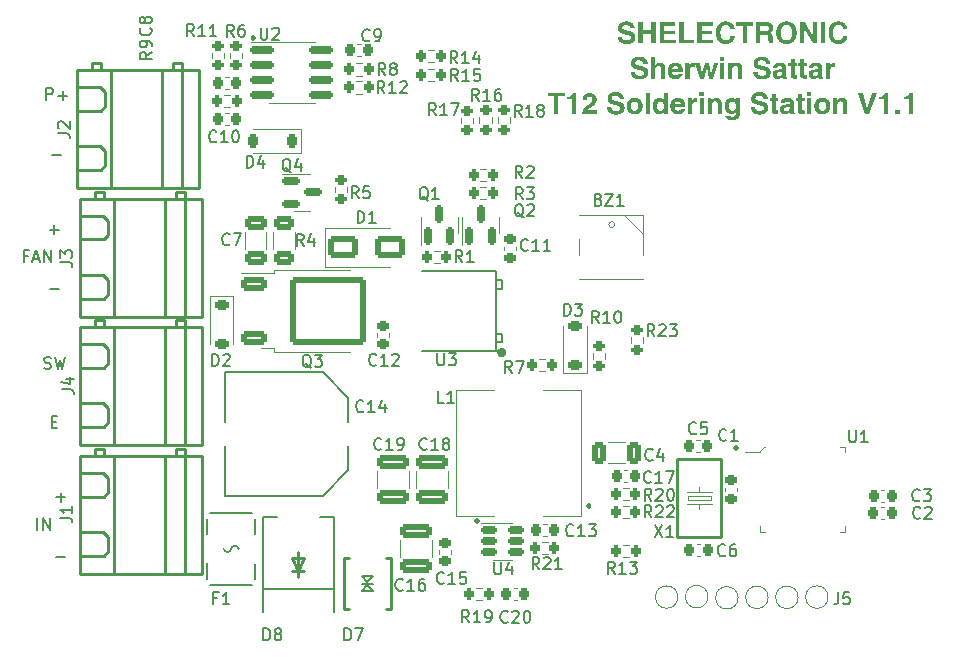
<source format=gto>
G04 #@! TF.GenerationSoftware,KiCad,Pcbnew,7.0.9*
G04 #@! TF.CreationDate,2024-10-07T21:11:22-04:00*
G04 #@! TF.ProjectId,T12 soldering station,54313220-736f-46c6-9465-72696e672073,rev?*
G04 #@! TF.SameCoordinates,Original*
G04 #@! TF.FileFunction,Legend,Top*
G04 #@! TF.FilePolarity,Positive*
%FSLAX46Y46*%
G04 Gerber Fmt 4.6, Leading zero omitted, Abs format (unit mm)*
G04 Created by KiCad (PCBNEW 7.0.9) date 2024-10-07 21:11:22*
%MOMM*%
%LPD*%
G01*
G04 APERTURE LIST*
G04 Aperture macros list*
%AMRoundRect*
0 Rectangle with rounded corners*
0 $1 Rounding radius*
0 $2 $3 $4 $5 $6 $7 $8 $9 X,Y pos of 4 corners*
0 Add a 4 corners polygon primitive as box body*
4,1,4,$2,$3,$4,$5,$6,$7,$8,$9,$2,$3,0*
0 Add four circle primitives for the rounded corners*
1,1,$1+$1,$2,$3*
1,1,$1+$1,$4,$5*
1,1,$1+$1,$6,$7*
1,1,$1+$1,$8,$9*
0 Add four rect primitives between the rounded corners*
20,1,$1+$1,$2,$3,$4,$5,0*
20,1,$1+$1,$4,$5,$6,$7,0*
20,1,$1+$1,$6,$7,$8,$9,0*
20,1,$1+$1,$8,$9,$2,$3,0*%
G04 Aperture macros list end*
%ADD10C,0.152400*%
%ADD11C,0.177800*%
%ADD12C,0.304800*%
%ADD13C,0.120000*%
%ADD14C,0.150000*%
%ADD15C,0.250000*%
%ADD16C,0.400000*%
%ADD17C,0.100000*%
%ADD18C,0.130000*%
%ADD19R,2.500000X1.400000*%
%ADD20RoundRect,0.225000X-0.225000X-0.250000X0.225000X-0.250000X0.225000X0.250000X-0.225000X0.250000X0*%
%ADD21RoundRect,0.200000X0.200000X0.275000X-0.200000X0.275000X-0.200000X-0.275000X0.200000X-0.275000X0*%
%ADD22RoundRect,0.250000X-1.000000X-0.650000X1.000000X-0.650000X1.000000X0.650000X-1.000000X0.650000X0*%
%ADD23RoundRect,0.225000X-0.375000X0.225000X-0.375000X-0.225000X0.375000X-0.225000X0.375000X0.225000X0*%
%ADD24R,4.500000X1.650000*%
%ADD25RoundRect,0.250000X-1.100000X0.325000X-1.100000X-0.325000X1.100000X-0.325000X1.100000X0.325000X0*%
%ADD26RoundRect,0.225000X0.225000X0.250000X-0.225000X0.250000X-0.225000X-0.250000X0.225000X-0.250000X0*%
%ADD27C,3.100000*%
%ADD28C,5.400000*%
%ADD29RoundRect,0.200000X-0.200000X-0.275000X0.200000X-0.275000X0.200000X0.275000X-0.200000X0.275000X0*%
%ADD30RoundRect,0.150000X-0.512500X-0.150000X0.512500X-0.150000X0.512500X0.150000X-0.512500X0.150000X0*%
%ADD31RoundRect,0.250000X-0.650000X0.325000X-0.650000X-0.325000X0.650000X-0.325000X0.650000X0.325000X0*%
%ADD32RoundRect,0.200000X0.275000X-0.200000X0.275000X0.200000X-0.275000X0.200000X-0.275000X-0.200000X0*%
%ADD33RoundRect,0.225000X0.250000X-0.225000X0.250000X0.225000X-0.250000X0.225000X-0.250000X-0.225000X0*%
%ADD34RoundRect,0.150000X-0.825000X-0.150000X0.825000X-0.150000X0.825000X0.150000X-0.825000X0.150000X0*%
%ADD35RoundRect,0.225000X-0.250000X0.225000X-0.250000X-0.225000X0.250000X-0.225000X0.250000X0.225000X0*%
%ADD36C,1.500000*%
%ADD37R,3.600000X2.700000*%
%ADD38RoundRect,0.225000X0.225000X0.375000X-0.225000X0.375000X-0.225000X-0.375000X0.225000X-0.375000X0*%
%ADD39RoundRect,0.250000X-0.850000X-0.350000X0.850000X-0.350000X0.850000X0.350000X-0.850000X0.350000X0*%
%ADD40RoundRect,0.249997X-2.950003X-2.650003X2.950003X-2.650003X2.950003X2.650003X-2.950003X2.650003X0*%
%ADD41C,2.000000*%
%ADD42RoundRect,0.150000X0.150000X-0.587500X0.150000X0.587500X-0.150000X0.587500X-0.150000X-0.587500X0*%
%ADD43RoundRect,0.250000X-0.325000X-0.650000X0.325000X-0.650000X0.325000X0.650000X-0.325000X0.650000X0*%
%ADD44RoundRect,0.250000X1.100000X-0.325000X1.100000X0.325000X-1.100000X0.325000X-1.100000X-0.325000X0*%
%ADD45RoundRect,0.200000X-0.275000X0.200000X-0.275000X-0.200000X0.275000X-0.200000X0.275000X0.200000X0*%
%ADD46R,2.800000X1.500000*%
%ADD47R,6.500000X6.000000*%
%ADD48R,2.800000X1.350000*%
%ADD49R,1.500000X0.550000*%
%ADD50R,0.550000X1.500000*%
%ADD51R,3.500000X1.649000*%
%ADD52RoundRect,0.150000X-0.587500X-0.150000X0.587500X-0.150000X0.587500X0.150000X-0.587500X0.150000X0*%
%ADD53RoundRect,0.225000X0.375000X-0.225000X0.375000X0.225000X-0.375000X0.225000X-0.375000X-0.225000X0*%
%ADD54R,2.740000X2.160000*%
%ADD55R,3.300000X2.700000*%
%ADD56R,2.400000X1.900000*%
%ADD57RoundRect,0.250000X-0.625000X0.312500X-0.625000X-0.312500X0.625000X-0.312500X0.625000X0.312500X0*%
%ADD58O,3.200000X3.500000*%
%ADD59C,2.500000*%
%ADD60C,2.100000*%
G04 APERTURE END LIST*
D10*
X103378048Y-147039448D02*
X104139953Y-147039448D01*
X103378048Y-142010248D02*
X104139953Y-142010248D01*
X103759000Y-142397295D02*
X103759000Y-141623200D01*
D11*
G36*
X152007071Y-102300188D02*
G01*
X152004459Y-102276637D01*
X152000206Y-102254025D01*
X151994312Y-102232352D01*
X151986776Y-102211618D01*
X151977600Y-102191823D01*
X151966782Y-102172967D01*
X151954322Y-102155050D01*
X151940222Y-102138072D01*
X151924480Y-102122032D01*
X151907097Y-102106932D01*
X151894597Y-102097387D01*
X151874831Y-102083961D01*
X151853966Y-102071855D01*
X151832002Y-102061070D01*
X151808939Y-102051606D01*
X151784776Y-102043462D01*
X151759514Y-102036639D01*
X151742062Y-102032824D01*
X151724121Y-102029596D01*
X151705692Y-102026955D01*
X151686775Y-102024900D01*
X151667369Y-102023433D01*
X151647474Y-102022553D01*
X151627091Y-102022259D01*
X151609474Y-102022512D01*
X151583959Y-102023839D01*
X151559535Y-102026303D01*
X151536204Y-102029905D01*
X151513963Y-102034644D01*
X151492814Y-102040521D01*
X151472757Y-102047535D01*
X151453792Y-102055686D01*
X151435918Y-102064975D01*
X151419136Y-102075401D01*
X151403445Y-102086964D01*
X151389087Y-102099543D01*
X151376142Y-102113015D01*
X151364609Y-102127380D01*
X151354488Y-102142638D01*
X151345780Y-102158790D01*
X151338483Y-102175834D01*
X151332599Y-102193772D01*
X151328127Y-102212602D01*
X151325067Y-102232326D01*
X151323420Y-102252943D01*
X151323106Y-102267184D01*
X151324422Y-102287330D01*
X151328371Y-102306295D01*
X151334953Y-102324079D01*
X151344168Y-102340683D01*
X151356015Y-102356106D01*
X151370495Y-102370349D01*
X151387608Y-102383411D01*
X151407353Y-102395292D01*
X151424550Y-102403905D01*
X151445037Y-102412808D01*
X151468815Y-102422001D01*
X151486494Y-102428291D01*
X151505635Y-102434710D01*
X151526239Y-102441258D01*
X151548305Y-102447935D01*
X151571834Y-102454741D01*
X151596824Y-102461676D01*
X151623277Y-102468739D01*
X151651192Y-102475932D01*
X151680569Y-102483253D01*
X151711409Y-102490703D01*
X151743710Y-102498283D01*
X151760410Y-102502121D01*
X151784664Y-102507711D01*
X151808411Y-102513355D01*
X151831650Y-102519053D01*
X151854380Y-102524804D01*
X151876603Y-102530609D01*
X151898317Y-102536466D01*
X151919524Y-102542378D01*
X151940222Y-102548343D01*
X151960412Y-102554361D01*
X151980094Y-102560432D01*
X151999269Y-102566557D01*
X152017935Y-102572736D01*
X152036093Y-102578968D01*
X152053743Y-102585253D01*
X152070885Y-102591592D01*
X152087519Y-102597984D01*
X152119262Y-102610929D01*
X152148974Y-102624088D01*
X152176653Y-102637460D01*
X152202300Y-102651046D01*
X152225915Y-102664846D01*
X152247498Y-102678859D01*
X152267048Y-102693086D01*
X152284566Y-102707527D01*
X152300552Y-102722459D01*
X152315507Y-102738482D01*
X152329431Y-102755598D01*
X152342323Y-102773807D01*
X152354184Y-102793108D01*
X152365013Y-102813501D01*
X152374811Y-102834987D01*
X152383578Y-102857565D01*
X152391313Y-102881236D01*
X152398017Y-102905999D01*
X152403690Y-102931855D01*
X152408331Y-102958803D01*
X152411941Y-102986844D01*
X152414519Y-103015977D01*
X152416066Y-103046202D01*
X152416582Y-103077520D01*
X152415804Y-103109133D01*
X152413468Y-103139918D01*
X152409575Y-103169876D01*
X152404124Y-103199005D01*
X152397117Y-103227307D01*
X152388552Y-103254781D01*
X152378430Y-103281427D01*
X152366750Y-103307246D01*
X152353514Y-103332236D01*
X152338720Y-103356399D01*
X152322369Y-103379734D01*
X152304461Y-103402241D01*
X152284995Y-103423920D01*
X152263972Y-103444772D01*
X152241392Y-103464795D01*
X152217255Y-103483991D01*
X152191844Y-103502186D01*
X152165333Y-103519207D01*
X152137724Y-103535054D01*
X152109015Y-103549728D01*
X152079207Y-103563227D01*
X152048299Y-103575553D01*
X152016293Y-103586705D01*
X151983187Y-103596682D01*
X151966222Y-103601231D01*
X151948982Y-103605486D01*
X151931467Y-103609448D01*
X151913678Y-103613117D01*
X151895613Y-103616491D01*
X151877274Y-103619573D01*
X151858660Y-103622361D01*
X151839771Y-103624855D01*
X151820608Y-103627056D01*
X151801169Y-103628964D01*
X151781456Y-103630578D01*
X151761468Y-103631899D01*
X151741205Y-103632926D01*
X151720668Y-103633659D01*
X151699855Y-103634100D01*
X151678768Y-103634246D01*
X151657607Y-103634091D01*
X151636738Y-103633625D01*
X151616159Y-103632849D01*
X151595871Y-103631763D01*
X151575874Y-103630366D01*
X151556168Y-103628659D01*
X151536753Y-103626641D01*
X151517629Y-103624312D01*
X151498796Y-103621674D01*
X151480253Y-103618725D01*
X151462002Y-103615465D01*
X151444042Y-103611895D01*
X151426372Y-103608015D01*
X151408994Y-103603824D01*
X151391906Y-103599323D01*
X151375109Y-103594511D01*
X151342388Y-103583956D01*
X151310831Y-103572160D01*
X151280438Y-103559122D01*
X151251208Y-103544842D01*
X151223142Y-103529321D01*
X151196240Y-103512557D01*
X151170501Y-103494552D01*
X151145926Y-103475306D01*
X151122683Y-103454912D01*
X151100831Y-103433467D01*
X151080369Y-103410970D01*
X151061299Y-103387422D01*
X151043620Y-103362821D01*
X151027332Y-103337169D01*
X151012434Y-103310465D01*
X150998928Y-103282710D01*
X150986813Y-103253902D01*
X150976089Y-103224043D01*
X150966755Y-103193133D01*
X150958813Y-103161170D01*
X150952262Y-103128156D01*
X150947101Y-103094090D01*
X150945043Y-103076663D01*
X150943332Y-103058972D01*
X150941969Y-103041019D01*
X150940954Y-103022803D01*
X151302696Y-103022803D01*
X151303813Y-103040940D01*
X151305647Y-103058548D01*
X151309740Y-103083968D01*
X151315444Y-103108197D01*
X151322758Y-103131235D01*
X151331683Y-103153082D01*
X151342218Y-103173738D01*
X151354364Y-103193204D01*
X151368121Y-103211479D01*
X151383489Y-103228562D01*
X151400467Y-103244456D01*
X151406485Y-103249489D01*
X151425481Y-103263613D01*
X151445828Y-103276348D01*
X151467526Y-103287694D01*
X151490576Y-103297651D01*
X151514976Y-103306219D01*
X151531994Y-103311158D01*
X151549612Y-103315481D01*
X151567831Y-103319185D01*
X151586650Y-103322273D01*
X151606070Y-103324743D01*
X151626090Y-103326595D01*
X151646711Y-103327830D01*
X151667932Y-103328447D01*
X151678768Y-103328525D01*
X151700880Y-103328292D01*
X151722378Y-103327595D01*
X151743261Y-103326433D01*
X151763531Y-103324806D01*
X151783186Y-103322715D01*
X151802228Y-103320158D01*
X151820655Y-103317137D01*
X151838469Y-103313651D01*
X151855668Y-103309700D01*
X151880315Y-103302903D01*
X151903581Y-103295059D01*
X151925465Y-103286170D01*
X151945967Y-103276235D01*
X151958868Y-103269030D01*
X151976873Y-103257393D01*
X151993107Y-103244954D01*
X152007570Y-103231714D01*
X152020262Y-103217672D01*
X152031183Y-103202829D01*
X152040333Y-103187184D01*
X152047712Y-103170737D01*
X152053321Y-103153489D01*
X152057158Y-103135440D01*
X152059224Y-103116589D01*
X152059617Y-103103576D01*
X152058984Y-103084519D01*
X152057083Y-103066431D01*
X152053915Y-103049313D01*
X152047720Y-103027997D01*
X152039272Y-103008404D01*
X152028572Y-102990535D01*
X152015618Y-102974389D01*
X152000412Y-102959967D01*
X151987530Y-102950281D01*
X151967316Y-102937959D01*
X151948852Y-102928646D01*
X151927555Y-102919272D01*
X151903427Y-102909837D01*
X151885768Y-102903513D01*
X151866850Y-102897162D01*
X151846674Y-102890783D01*
X151825239Y-102884378D01*
X151802545Y-102877945D01*
X151778593Y-102871486D01*
X151753382Y-102864999D01*
X151726912Y-102858485D01*
X151699184Y-102851944D01*
X151684848Y-102848663D01*
X151658417Y-102842622D01*
X151632539Y-102836548D01*
X151607215Y-102830442D01*
X151582443Y-102824304D01*
X151558224Y-102818133D01*
X151534559Y-102811930D01*
X151511446Y-102805696D01*
X151488886Y-102799428D01*
X151466880Y-102793129D01*
X151445426Y-102786797D01*
X151424525Y-102780434D01*
X151404178Y-102774038D01*
X151384383Y-102767609D01*
X151365141Y-102761149D01*
X151346453Y-102754656D01*
X151328317Y-102748131D01*
X151310735Y-102741574D01*
X151293705Y-102734984D01*
X151277228Y-102728363D01*
X151245934Y-102715023D01*
X151216852Y-102701554D01*
X151189982Y-102687956D01*
X151165324Y-102674229D01*
X151142878Y-102660373D01*
X151122644Y-102646389D01*
X151113357Y-102639348D01*
X151096056Y-102624963D01*
X151079871Y-102609601D01*
X151064802Y-102593262D01*
X151050850Y-102575945D01*
X151038014Y-102557652D01*
X151026293Y-102538382D01*
X151015690Y-102518134D01*
X151006202Y-102496909D01*
X150997831Y-102474708D01*
X150990575Y-102451529D01*
X150984436Y-102427373D01*
X150979413Y-102402240D01*
X150975507Y-102376130D01*
X150972716Y-102349043D01*
X150971042Y-102320978D01*
X150970484Y-102291937D01*
X150971223Y-102259253D01*
X150973442Y-102227428D01*
X150977140Y-102196462D01*
X150982317Y-102166353D01*
X150988974Y-102137103D01*
X150997110Y-102108712D01*
X151006724Y-102081178D01*
X151017819Y-102054503D01*
X151030392Y-102028687D01*
X151044444Y-102003728D01*
X151059976Y-101979628D01*
X151076987Y-101956387D01*
X151095477Y-101934003D01*
X151115446Y-101912479D01*
X151136895Y-101891812D01*
X151159823Y-101872004D01*
X151184009Y-101853178D01*
X151209234Y-101835566D01*
X151235497Y-101819170D01*
X151262798Y-101803987D01*
X151291137Y-101790020D01*
X151320514Y-101777266D01*
X151350929Y-101765728D01*
X151382383Y-101755404D01*
X151414875Y-101746295D01*
X151448405Y-101738400D01*
X151465559Y-101734908D01*
X151482973Y-101731720D01*
X151500646Y-101728835D01*
X151518579Y-101726254D01*
X151536771Y-101723977D01*
X151555223Y-101722003D01*
X151573935Y-101720333D01*
X151592906Y-101718967D01*
X151612137Y-101717904D01*
X151631627Y-101717145D01*
X151651376Y-101716689D01*
X151671386Y-101716537D01*
X151690139Y-101716691D01*
X151708671Y-101717153D01*
X151726983Y-101717923D01*
X151745075Y-101719000D01*
X151762946Y-101720386D01*
X151780596Y-101722079D01*
X151798026Y-101724081D01*
X151832224Y-101729007D01*
X151865540Y-101735165D01*
X151897975Y-101742554D01*
X151929527Y-101751175D01*
X151960196Y-101761027D01*
X151989984Y-101772111D01*
X152018890Y-101784426D01*
X152046913Y-101797973D01*
X152074055Y-101812752D01*
X152100314Y-101828762D01*
X152125692Y-101846004D01*
X152150187Y-101864477D01*
X152162104Y-101874175D01*
X152185113Y-101894312D01*
X152206806Y-101915315D01*
X152227182Y-101937182D01*
X152246242Y-101959915D01*
X152263986Y-101983513D01*
X152280413Y-102007976D01*
X152295524Y-102033304D01*
X152309319Y-102059497D01*
X152321797Y-102086556D01*
X152332959Y-102114479D01*
X152342805Y-102143268D01*
X152351334Y-102172921D01*
X152358547Y-102203440D01*
X152364443Y-102234824D01*
X152369024Y-102267074D01*
X152372287Y-102300188D01*
X152007071Y-102300188D01*
G37*
G36*
X152679312Y-103578661D02*
G01*
X152679312Y-101772123D01*
X152866045Y-101772123D01*
X153054081Y-101772123D01*
X153054081Y-102466945D01*
X153756286Y-102466945D01*
X153756286Y-101772123D01*
X153943454Y-101772123D01*
X154131490Y-101772123D01*
X154131490Y-103578661D01*
X153944322Y-103578661D01*
X153756286Y-103578661D01*
X153756286Y-102772667D01*
X153054081Y-102772667D01*
X153054081Y-103578661D01*
X152867348Y-103578661D01*
X152679312Y-103578661D01*
G37*
G36*
X154488889Y-103578661D02*
G01*
X154488889Y-101772123D01*
X155810354Y-101772123D01*
X155810354Y-101924550D01*
X155810354Y-102077845D01*
X154863659Y-102077845D01*
X154863659Y-102494738D01*
X155741740Y-102494738D01*
X155741740Y-102647165D01*
X155741740Y-102800460D01*
X154863659Y-102800460D01*
X154863659Y-103272939D01*
X155852043Y-103272939D01*
X155852043Y-103425365D01*
X155852043Y-103578661D01*
X154488889Y-103578661D01*
G37*
G36*
X156147777Y-103578661D02*
G01*
X156147777Y-101772123D01*
X156334510Y-101772123D01*
X156522546Y-101772123D01*
X156522546Y-103272939D01*
X157415393Y-103272939D01*
X157415393Y-103425365D01*
X157415393Y-103578661D01*
X156147777Y-103578661D01*
G37*
G36*
X157667700Y-103578661D02*
G01*
X157667700Y-101772123D01*
X158989165Y-101772123D01*
X158989165Y-101924550D01*
X158989165Y-102077845D01*
X158042469Y-102077845D01*
X158042469Y-102494738D01*
X158920551Y-102494738D01*
X158920551Y-102647165D01*
X158920551Y-102800460D01*
X158042469Y-102800460D01*
X158042469Y-103272939D01*
X159030854Y-103272939D01*
X159030854Y-103425365D01*
X159030854Y-103578661D01*
X157667700Y-103578661D01*
G37*
G36*
X160846945Y-102967217D02*
G01*
X160844630Y-102986256D01*
X160841973Y-103005047D01*
X160838974Y-103023592D01*
X160835634Y-103041890D01*
X160831951Y-103059941D01*
X160827927Y-103077746D01*
X160823561Y-103095303D01*
X160818854Y-103112614D01*
X160813804Y-103129678D01*
X160808413Y-103146495D01*
X160802679Y-103163065D01*
X160796604Y-103179389D01*
X160783429Y-103211295D01*
X160768886Y-103242215D01*
X160752976Y-103272147D01*
X160735699Y-103301091D01*
X160717054Y-103329049D01*
X160697043Y-103356019D01*
X160675664Y-103382002D01*
X160652917Y-103406997D01*
X160628804Y-103431006D01*
X160603323Y-103454027D01*
X160576711Y-103475850D01*
X160549203Y-103496266D01*
X160520799Y-103515273D01*
X160491500Y-103532873D01*
X160461305Y-103549064D01*
X160430215Y-103563848D01*
X160398228Y-103577224D01*
X160381899Y-103583384D01*
X160365346Y-103589191D01*
X160348570Y-103594647D01*
X160331569Y-103599751D01*
X160314344Y-103604503D01*
X160296896Y-103608903D01*
X160279223Y-103612951D01*
X160261327Y-103616647D01*
X160243206Y-103619991D01*
X160224862Y-103622983D01*
X160206294Y-103625622D01*
X160187502Y-103627910D01*
X160168486Y-103629846D01*
X160149246Y-103631430D01*
X160129782Y-103632662D01*
X160110094Y-103633542D01*
X160090183Y-103634070D01*
X160070047Y-103634246D01*
X160046558Y-103633996D01*
X160023372Y-103633247D01*
X160000489Y-103631998D01*
X159977909Y-103630250D01*
X159955631Y-103628002D01*
X159933656Y-103625254D01*
X159911984Y-103622007D01*
X159890615Y-103618260D01*
X159869548Y-103614014D01*
X159848785Y-103609268D01*
X159828324Y-103604022D01*
X159808166Y-103598277D01*
X159788310Y-103592032D01*
X159768758Y-103585288D01*
X159749508Y-103578044D01*
X159730561Y-103570301D01*
X159711917Y-103562058D01*
X159693576Y-103553315D01*
X159675538Y-103544073D01*
X159657802Y-103534332D01*
X159640369Y-103524090D01*
X159623239Y-103513350D01*
X159606412Y-103502109D01*
X159589887Y-103490369D01*
X159573665Y-103478130D01*
X159557746Y-103465391D01*
X159542130Y-103452152D01*
X159526817Y-103438414D01*
X159511807Y-103424176D01*
X159497099Y-103409438D01*
X159482694Y-103394201D01*
X159468592Y-103378465D01*
X159454886Y-103362275D01*
X159441615Y-103345732D01*
X159428779Y-103328837D01*
X159416378Y-103311588D01*
X159404413Y-103293987D01*
X159392882Y-103276033D01*
X159381787Y-103257726D01*
X159371127Y-103239066D01*
X159360902Y-103220054D01*
X159351112Y-103200688D01*
X159341757Y-103180970D01*
X159332837Y-103160899D01*
X159324352Y-103140475D01*
X159316303Y-103119698D01*
X159308688Y-103098568D01*
X159301509Y-103077086D01*
X159294765Y-103055251D01*
X159288455Y-103033062D01*
X159282581Y-103010521D01*
X159277142Y-102987627D01*
X159272139Y-102964381D01*
X159267570Y-102940781D01*
X159263436Y-102916829D01*
X159259738Y-102892524D01*
X159256475Y-102867866D01*
X159253646Y-102842855D01*
X159251253Y-102817491D01*
X159249295Y-102791775D01*
X159247772Y-102765705D01*
X159246685Y-102739283D01*
X159246032Y-102712508D01*
X159245814Y-102685380D01*
X159246032Y-102657713D01*
X159246685Y-102630405D01*
X159247772Y-102603457D01*
X159249295Y-102576868D01*
X159251253Y-102550639D01*
X159253646Y-102524770D01*
X159256475Y-102499261D01*
X159259738Y-102474111D01*
X159263436Y-102449320D01*
X159267570Y-102424889D01*
X159272139Y-102400818D01*
X159277142Y-102377107D01*
X159282581Y-102353755D01*
X159288455Y-102330763D01*
X159294765Y-102308130D01*
X159301509Y-102285857D01*
X159308688Y-102263944D01*
X159316303Y-102242390D01*
X159324352Y-102221196D01*
X159332837Y-102200362D01*
X159341757Y-102179887D01*
X159351112Y-102159771D01*
X159360902Y-102140016D01*
X159371127Y-102120620D01*
X159381787Y-102101583D01*
X159392882Y-102082907D01*
X159404413Y-102064590D01*
X159416378Y-102046632D01*
X159428779Y-102029034D01*
X159441615Y-102011796D01*
X159454886Y-101994917D01*
X159468592Y-101978398D01*
X159482694Y-101962288D01*
X159497099Y-101946689D01*
X159511807Y-101931601D01*
X159526817Y-101917025D01*
X159542130Y-101902960D01*
X159557746Y-101889407D01*
X159573665Y-101876365D01*
X159589887Y-101863834D01*
X159606412Y-101851815D01*
X159623239Y-101840308D01*
X159640369Y-101829312D01*
X159657802Y-101818827D01*
X159675538Y-101808854D01*
X159693576Y-101799392D01*
X159711917Y-101790442D01*
X159730561Y-101782003D01*
X159749508Y-101774075D01*
X159768758Y-101766659D01*
X159788310Y-101759755D01*
X159808166Y-101753362D01*
X159828324Y-101747480D01*
X159848785Y-101742110D01*
X159869548Y-101737251D01*
X159890615Y-101732904D01*
X159911984Y-101729068D01*
X159933656Y-101725743D01*
X159955631Y-101722930D01*
X159977909Y-101720629D01*
X160000489Y-101718839D01*
X160023372Y-101717560D01*
X160046558Y-101716793D01*
X160070047Y-101716537D01*
X160089943Y-101716706D01*
X160109624Y-101717211D01*
X160129091Y-101718053D01*
X160148343Y-101719231D01*
X160167381Y-101720746D01*
X160186204Y-101722598D01*
X160204813Y-101724787D01*
X160223206Y-101727313D01*
X160241386Y-101730175D01*
X160259350Y-101733374D01*
X160277101Y-101736909D01*
X160294636Y-101740782D01*
X160311957Y-101744991D01*
X160329063Y-101749536D01*
X160345955Y-101754419D01*
X160362632Y-101759638D01*
X160379095Y-101765194D01*
X160411376Y-101777316D01*
X160442799Y-101790785D01*
X160473364Y-101805601D01*
X160503070Y-101821764D01*
X160531918Y-101839273D01*
X160559908Y-101858130D01*
X160587039Y-101878333D01*
X160600283Y-101888940D01*
X160625878Y-101910916D01*
X160650115Y-101933852D01*
X160672995Y-101957749D01*
X160694518Y-101982605D01*
X160714685Y-102008422D01*
X160733494Y-102035199D01*
X160750946Y-102062936D01*
X160767040Y-102091633D01*
X160781778Y-102121290D01*
X160795159Y-102151907D01*
X160807183Y-102183485D01*
X160817849Y-102216022D01*
X160827159Y-102249520D01*
X160831305Y-102266629D01*
X160835111Y-102283978D01*
X160838579Y-102301567D01*
X160841707Y-102319396D01*
X160844495Y-102337465D01*
X160846945Y-102355774D01*
X160470873Y-102355774D01*
X160468247Y-102336859D01*
X160464929Y-102318441D01*
X160460918Y-102300517D01*
X160456216Y-102283089D01*
X160450822Y-102266156D01*
X160444735Y-102249718D01*
X160434308Y-102225991D01*
X160422323Y-102203378D01*
X160408781Y-102181879D01*
X160393682Y-102161495D01*
X160377026Y-102142225D01*
X160358812Y-102124070D01*
X160345805Y-102112586D01*
X160332224Y-102101648D01*
X160311000Y-102086564D01*
X160288753Y-102073068D01*
X160273354Y-102064953D01*
X160257500Y-102057543D01*
X160241191Y-102050839D01*
X160224428Y-102044841D01*
X160207210Y-102039548D01*
X160189537Y-102034961D01*
X160171410Y-102031080D01*
X160152829Y-102027905D01*
X160133792Y-102025435D01*
X160114301Y-102023670D01*
X160094356Y-102022612D01*
X160073955Y-102022259D01*
X160048198Y-102022944D01*
X160023147Y-102025000D01*
X159998801Y-102028427D01*
X159975160Y-102033224D01*
X159952226Y-102039392D01*
X159929997Y-102046931D01*
X159908474Y-102055840D01*
X159887656Y-102066120D01*
X159867544Y-102077770D01*
X159848138Y-102090791D01*
X159829438Y-102105183D01*
X159811443Y-102120946D01*
X159794154Y-102138079D01*
X159777570Y-102156582D01*
X159761693Y-102176457D01*
X159746521Y-102197702D01*
X159732164Y-102220107D01*
X159718734Y-102243571D01*
X159706231Y-102268093D01*
X159694653Y-102293674D01*
X159684002Y-102320313D01*
X159674277Y-102348011D01*
X159665478Y-102376768D01*
X159657605Y-102406583D01*
X159650659Y-102437456D01*
X159644638Y-102469388D01*
X159639544Y-102502378D01*
X159635376Y-102536427D01*
X159633640Y-102553849D01*
X159632134Y-102571535D01*
X159630861Y-102589486D01*
X159629819Y-102607701D01*
X159629009Y-102626181D01*
X159628430Y-102644926D01*
X159628082Y-102663935D01*
X159627967Y-102683209D01*
X159628081Y-102701998D01*
X159628426Y-102720532D01*
X159629001Y-102738809D01*
X159629805Y-102756830D01*
X159630840Y-102774595D01*
X159632104Y-102792104D01*
X159635322Y-102826353D01*
X159639459Y-102859577D01*
X159644516Y-102891777D01*
X159650492Y-102922953D01*
X159657388Y-102953104D01*
X159665203Y-102982230D01*
X159673937Y-103010331D01*
X159683591Y-103037408D01*
X159694165Y-103063461D01*
X159705657Y-103088489D01*
X159718070Y-103112492D01*
X159731401Y-103135471D01*
X159745652Y-103157425D01*
X159760777Y-103178144D01*
X159776620Y-103197526D01*
X159793184Y-103215572D01*
X159810466Y-103232281D01*
X159828467Y-103247653D01*
X159847188Y-103261689D01*
X159866628Y-103274387D01*
X159886788Y-103285750D01*
X159907666Y-103295775D01*
X159929264Y-103304464D01*
X159951581Y-103311816D01*
X159974618Y-103317831D01*
X159998373Y-103322509D01*
X160022848Y-103325851D01*
X160048042Y-103327856D01*
X160073955Y-103328525D01*
X160094356Y-103328145D01*
X160114301Y-103327005D01*
X160133792Y-103325105D01*
X160152829Y-103322445D01*
X160171410Y-103319025D01*
X160189537Y-103314845D01*
X160207210Y-103309906D01*
X160224428Y-103304206D01*
X160241191Y-103297746D01*
X160257500Y-103290526D01*
X160273354Y-103282547D01*
X160288753Y-103273807D01*
X160303698Y-103264308D01*
X160318188Y-103254048D01*
X160332224Y-103243029D01*
X160345805Y-103231249D01*
X160358812Y-103218768D01*
X160371128Y-103205750D01*
X160382751Y-103192196D01*
X160393682Y-103178106D01*
X160403921Y-103163481D01*
X160413468Y-103148319D01*
X160422323Y-103132621D01*
X160430486Y-103116387D01*
X160437957Y-103099617D01*
X160444735Y-103082311D01*
X160450822Y-103064468D01*
X160456216Y-103046090D01*
X160460918Y-103027176D01*
X160464929Y-103007726D01*
X160468247Y-102987739D01*
X160470873Y-102967217D01*
X160846945Y-102967217D01*
G37*
G36*
X161509632Y-103578661D02*
G01*
X161509632Y-102077845D01*
X160967670Y-102077845D01*
X160967670Y-101925418D01*
X160967670Y-101772123D01*
X162427231Y-101772123D01*
X162427231Y-101924550D01*
X162427231Y-102077845D01*
X161884835Y-102077845D01*
X161884835Y-103578661D01*
X161697668Y-103578661D01*
X161509632Y-103578661D01*
G37*
G36*
X163579270Y-101772658D02*
G01*
X163610132Y-101774261D01*
X163640216Y-101776932D01*
X163669524Y-101780673D01*
X163698055Y-101785482D01*
X163725809Y-101791360D01*
X163752785Y-101798306D01*
X163778985Y-101806321D01*
X163804409Y-101815405D01*
X163829055Y-101825558D01*
X163852924Y-101836779D01*
X163876016Y-101849069D01*
X163898332Y-101862428D01*
X163919870Y-101876855D01*
X163940632Y-101892351D01*
X163960616Y-101908916D01*
X163979653Y-101926356D01*
X163997461Y-101944478D01*
X164014041Y-101963282D01*
X164029393Y-101982768D01*
X164043517Y-102002936D01*
X164056412Y-102023786D01*
X164068080Y-102045317D01*
X164078519Y-102067531D01*
X164087730Y-102090427D01*
X164095713Y-102114004D01*
X164102468Y-102138264D01*
X164107995Y-102163205D01*
X164112293Y-102188828D01*
X164115363Y-102215133D01*
X164117206Y-102242120D01*
X164117820Y-102269789D01*
X164117138Y-102301440D01*
X164115092Y-102332011D01*
X164111682Y-102361504D01*
X164106909Y-102389918D01*
X164100772Y-102417253D01*
X164093270Y-102443509D01*
X164084405Y-102468686D01*
X164074176Y-102492784D01*
X164062583Y-102515803D01*
X164049627Y-102537744D01*
X164035306Y-102558605D01*
X164019622Y-102578388D01*
X164002574Y-102597092D01*
X163984162Y-102614717D01*
X163964386Y-102631263D01*
X163943246Y-102646730D01*
X163928428Y-102656393D01*
X163913017Y-102665568D01*
X163897012Y-102674256D01*
X163880413Y-102682455D01*
X163863221Y-102690167D01*
X163845435Y-102697392D01*
X163838154Y-102700145D01*
X163854276Y-102707039D01*
X163871505Y-102715184D01*
X163887772Y-102723741D01*
X163898082Y-102729675D01*
X163916722Y-102741729D01*
X163934208Y-102754767D01*
X163950540Y-102768789D01*
X163965719Y-102783795D01*
X163979744Y-102799785D01*
X163992616Y-102816758D01*
X164004334Y-102834716D01*
X164014899Y-102853657D01*
X164024311Y-102873582D01*
X164032568Y-102894491D01*
X164039673Y-102916384D01*
X164045623Y-102939261D01*
X164050421Y-102963122D01*
X164054064Y-102987967D01*
X164056555Y-103013795D01*
X164057891Y-103040608D01*
X164066577Y-103338078D01*
X164067432Y-103359425D01*
X164068694Y-103379171D01*
X164070363Y-103397315D01*
X164073022Y-103417743D01*
X164076317Y-103435669D01*
X164081111Y-103453878D01*
X164084816Y-103464015D01*
X164093238Y-103479458D01*
X164104444Y-103493487D01*
X164118435Y-103506104D01*
X164135211Y-103517307D01*
X164146047Y-103523075D01*
X164146047Y-103578661D01*
X163731759Y-103578661D01*
X163724621Y-103560259D01*
X163719588Y-103541114D01*
X163715604Y-103521661D01*
X163712554Y-103503809D01*
X163709626Y-103483921D01*
X163706820Y-103461997D01*
X163706138Y-103456198D01*
X163704186Y-103438403D01*
X163702402Y-103420356D01*
X163700787Y-103402057D01*
X163699339Y-103383506D01*
X163698059Y-103364704D01*
X163696947Y-103345649D01*
X163696003Y-103326343D01*
X163695227Y-103306784D01*
X163694619Y-103286974D01*
X163694179Y-103266912D01*
X163693978Y-103253397D01*
X163691807Y-103084034D01*
X163690735Y-103061535D01*
X163688494Y-103040289D01*
X163685086Y-103020294D01*
X163680509Y-103001551D01*
X163674765Y-102984060D01*
X163667853Y-102967821D01*
X163656820Y-102948116D01*
X163643711Y-102930637D01*
X163628525Y-102915384D01*
X163620154Y-102908591D01*
X163601568Y-102896276D01*
X163585750Y-102888117D01*
X163568322Y-102880882D01*
X163549282Y-102874570D01*
X163528632Y-102869182D01*
X163506372Y-102864718D01*
X163482500Y-102861177D01*
X163457018Y-102858560D01*
X163439135Y-102857328D01*
X163420537Y-102856507D01*
X163401222Y-102856097D01*
X163391296Y-102856046D01*
X163017395Y-102856046D01*
X163017395Y-103578661D01*
X162830662Y-103578661D01*
X162642626Y-103578661D01*
X162642626Y-102077845D01*
X163017395Y-102077845D01*
X163017395Y-102550324D01*
X163452093Y-102550324D01*
X163469993Y-102550095D01*
X163495774Y-102548893D01*
X163520273Y-102546660D01*
X163543489Y-102543396D01*
X163565423Y-102539103D01*
X163586074Y-102533778D01*
X163605443Y-102527423D01*
X163623529Y-102520038D01*
X163640333Y-102511622D01*
X163655855Y-102502175D01*
X163670094Y-102491698D01*
X163683132Y-102480098D01*
X163698521Y-102462992D01*
X163711630Y-102444013D01*
X163719966Y-102428550D01*
X163727020Y-102412034D01*
X163732791Y-102394464D01*
X163737279Y-102375841D01*
X163740485Y-102356164D01*
X163742409Y-102335434D01*
X163743050Y-102313650D01*
X163742443Y-102292026D01*
X163740623Y-102271447D01*
X163737588Y-102251914D01*
X163733340Y-102233427D01*
X163727878Y-102215985D01*
X163721203Y-102199590D01*
X163710414Y-102179356D01*
X163697468Y-102160981D01*
X163682363Y-102144465D01*
X163674002Y-102136905D01*
X163655661Y-102123063D01*
X163640490Y-102113892D01*
X163624104Y-102105760D01*
X163606505Y-102098666D01*
X163587692Y-102092610D01*
X163567666Y-102087592D01*
X163546425Y-102083612D01*
X163523971Y-102080671D01*
X163500303Y-102078768D01*
X163475422Y-102077903D01*
X163466858Y-102077845D01*
X163017395Y-102077845D01*
X162642626Y-102077845D01*
X162642626Y-101772123D01*
X162829359Y-101772123D01*
X163547631Y-101772123D01*
X163579270Y-101772658D01*
G37*
G36*
X165245116Y-101716794D02*
G01*
X165269494Y-101717564D01*
X165293550Y-101718847D01*
X165317284Y-101720643D01*
X165340695Y-101722952D01*
X165363784Y-101725774D01*
X165386550Y-101729109D01*
X165408995Y-101732958D01*
X165431117Y-101737320D01*
X165452916Y-101742195D01*
X165474394Y-101747583D01*
X165495549Y-101753484D01*
X165516382Y-101759898D01*
X165536892Y-101766825D01*
X165557080Y-101774266D01*
X165576946Y-101782220D01*
X165596490Y-101790687D01*
X165615711Y-101799667D01*
X165634610Y-101809160D01*
X165653187Y-101819166D01*
X165671441Y-101829686D01*
X165689373Y-101840718D01*
X165706983Y-101852264D01*
X165724270Y-101864323D01*
X165741235Y-101876895D01*
X165757878Y-101889980D01*
X165774199Y-101903578D01*
X165790197Y-101917690D01*
X165805873Y-101932314D01*
X165821226Y-101947452D01*
X165836258Y-101963103D01*
X165850967Y-101979267D01*
X165865287Y-101995868D01*
X165879153Y-102012829D01*
X165892564Y-102030151D01*
X165905521Y-102047833D01*
X165918023Y-102065876D01*
X165930070Y-102084279D01*
X165941663Y-102103043D01*
X165952801Y-102122167D01*
X165963485Y-102141652D01*
X165973714Y-102161497D01*
X165983488Y-102181702D01*
X165992808Y-102202268D01*
X166001673Y-102223195D01*
X166010084Y-102244482D01*
X166018039Y-102266129D01*
X166025541Y-102288137D01*
X166032587Y-102310506D01*
X166039179Y-102333234D01*
X166045317Y-102356324D01*
X166050999Y-102379774D01*
X166056227Y-102403584D01*
X166061001Y-102427755D01*
X166065320Y-102452286D01*
X166069184Y-102477178D01*
X166072594Y-102502430D01*
X166075549Y-102528042D01*
X166078049Y-102554016D01*
X166080095Y-102580349D01*
X166081686Y-102607043D01*
X166082823Y-102634098D01*
X166083505Y-102661513D01*
X166083732Y-102689288D01*
X166083505Y-102716282D01*
X166082823Y-102742925D01*
X166081686Y-102769218D01*
X166080095Y-102795160D01*
X166078049Y-102820753D01*
X166075549Y-102845995D01*
X166072594Y-102870886D01*
X166069184Y-102895428D01*
X166065320Y-102919619D01*
X166061001Y-102943460D01*
X166056227Y-102966950D01*
X166050999Y-102990091D01*
X166045317Y-103012881D01*
X166039179Y-103035320D01*
X166032587Y-103057410D01*
X166025541Y-103079149D01*
X166018039Y-103100537D01*
X166010084Y-103121576D01*
X166001673Y-103142264D01*
X165992808Y-103162602D01*
X165983488Y-103182589D01*
X165973714Y-103202227D01*
X165963485Y-103221514D01*
X165952801Y-103240450D01*
X165941663Y-103259037D01*
X165930070Y-103277273D01*
X165918023Y-103295159D01*
X165905521Y-103312694D01*
X165892564Y-103329880D01*
X165879153Y-103346714D01*
X165865287Y-103363199D01*
X165850967Y-103379333D01*
X165836258Y-103395017D01*
X165821226Y-103410202D01*
X165805873Y-103424889D01*
X165790197Y-103439079D01*
X165774199Y-103452770D01*
X165757878Y-103465964D01*
X165741235Y-103478660D01*
X165724270Y-103490858D01*
X165706983Y-103502558D01*
X165689373Y-103513760D01*
X165671441Y-103524464D01*
X165653187Y-103534671D01*
X165634610Y-103544380D01*
X165615711Y-103553590D01*
X165596490Y-103562303D01*
X165576946Y-103570518D01*
X165557080Y-103578235D01*
X165536892Y-103585454D01*
X165516382Y-103592176D01*
X165495549Y-103598399D01*
X165474394Y-103604125D01*
X165452916Y-103609352D01*
X165431117Y-103614082D01*
X165408995Y-103618314D01*
X165386550Y-103622048D01*
X165363784Y-103625284D01*
X165340695Y-103628023D01*
X165317284Y-103630263D01*
X165293550Y-103632006D01*
X165269494Y-103633251D01*
X165245116Y-103633997D01*
X165220416Y-103634246D01*
X165195822Y-103633997D01*
X165171546Y-103633251D01*
X165147588Y-103632006D01*
X165123948Y-103630263D01*
X165100626Y-103628023D01*
X165077622Y-103625284D01*
X165054937Y-103622048D01*
X165032569Y-103618314D01*
X165010520Y-103614082D01*
X164988788Y-103609352D01*
X164967375Y-103604125D01*
X164946280Y-103598399D01*
X164925503Y-103592176D01*
X164905043Y-103585454D01*
X164884902Y-103578235D01*
X164865079Y-103570518D01*
X164845574Y-103562303D01*
X164826387Y-103553590D01*
X164807518Y-103544380D01*
X164788968Y-103534671D01*
X164770735Y-103524464D01*
X164752820Y-103513760D01*
X164735224Y-103502558D01*
X164717945Y-103490858D01*
X164700985Y-103478660D01*
X164684342Y-103465964D01*
X164668018Y-103452770D01*
X164652012Y-103439079D01*
X164636324Y-103424889D01*
X164620953Y-103410202D01*
X164605901Y-103395017D01*
X164591167Y-103379333D01*
X164576820Y-103363199D01*
X164562928Y-103346714D01*
X164549492Y-103329880D01*
X164536511Y-103312694D01*
X164523986Y-103295159D01*
X164511916Y-103277273D01*
X164500301Y-103259037D01*
X164489142Y-103240450D01*
X164478439Y-103221514D01*
X164468191Y-103202227D01*
X164458398Y-103182589D01*
X164449061Y-103162602D01*
X164440180Y-103142264D01*
X164431753Y-103121576D01*
X164423783Y-103100537D01*
X164416268Y-103079149D01*
X164409208Y-103057410D01*
X164402604Y-103035320D01*
X164396455Y-103012881D01*
X164390761Y-102990091D01*
X164385523Y-102966950D01*
X164380741Y-102943460D01*
X164376414Y-102919619D01*
X164372543Y-102895428D01*
X164369127Y-102870886D01*
X164366166Y-102845995D01*
X164363661Y-102820753D01*
X164361611Y-102795160D01*
X164360017Y-102769218D01*
X164358879Y-102742925D01*
X164358195Y-102716282D01*
X164357968Y-102689288D01*
X164733172Y-102689288D01*
X164733297Y-102707969D01*
X164733674Y-102726392D01*
X164734301Y-102744559D01*
X164735180Y-102762469D01*
X164736310Y-102780121D01*
X164737691Y-102797517D01*
X164741205Y-102831537D01*
X164745725Y-102864529D01*
X164751248Y-102896493D01*
X164757775Y-102927429D01*
X164765307Y-102957338D01*
X164773843Y-102986218D01*
X164783383Y-103014070D01*
X164793928Y-103040894D01*
X164805476Y-103066691D01*
X164818029Y-103091459D01*
X164831587Y-103115199D01*
X164846148Y-103137912D01*
X164861714Y-103159596D01*
X164878229Y-103180052D01*
X164895532Y-103199189D01*
X164913622Y-103217005D01*
X164932499Y-103233502D01*
X164952163Y-103248679D01*
X164972614Y-103262537D01*
X164993852Y-103275074D01*
X165015877Y-103286292D01*
X165038690Y-103296191D01*
X165062289Y-103304769D01*
X165086676Y-103312028D01*
X165111850Y-103317967D01*
X165137810Y-103322586D01*
X165164558Y-103325885D01*
X165192093Y-103327865D01*
X165220416Y-103328525D01*
X165248739Y-103327865D01*
X165276280Y-103325885D01*
X165303036Y-103322586D01*
X165329009Y-103317967D01*
X165354198Y-103312028D01*
X165378603Y-103304769D01*
X165402224Y-103296191D01*
X165425062Y-103286292D01*
X165447117Y-103275074D01*
X165468387Y-103262537D01*
X165488874Y-103248679D01*
X165508577Y-103233502D01*
X165527496Y-103217005D01*
X165545632Y-103199189D01*
X165562984Y-103180052D01*
X165579552Y-103159596D01*
X165595223Y-103137912D01*
X165609882Y-103115199D01*
X165623531Y-103091459D01*
X165636169Y-103066691D01*
X165647796Y-103040894D01*
X165658411Y-103014070D01*
X165668016Y-102986218D01*
X165676610Y-102957338D01*
X165684192Y-102927429D01*
X165690764Y-102896493D01*
X165696325Y-102864529D01*
X165700874Y-102831537D01*
X165704413Y-102797517D01*
X165705803Y-102780121D01*
X165706940Y-102762469D01*
X165707825Y-102744559D01*
X165708457Y-102726392D01*
X165708836Y-102707969D01*
X165708962Y-102689288D01*
X165708836Y-102669852D01*
X165708457Y-102650683D01*
X165707825Y-102631780D01*
X165706940Y-102613143D01*
X165705803Y-102594772D01*
X165704413Y-102576668D01*
X165702770Y-102558830D01*
X165700874Y-102541259D01*
X165698726Y-102523953D01*
X165693671Y-102490142D01*
X165687604Y-102457396D01*
X165680527Y-102425715D01*
X165672439Y-102395099D01*
X165663340Y-102365549D01*
X165653230Y-102337064D01*
X165642109Y-102309644D01*
X165629976Y-102283290D01*
X165616833Y-102258001D01*
X165602679Y-102233777D01*
X165587513Y-102210618D01*
X165579552Y-102199439D01*
X165562984Y-102177983D01*
X165545632Y-102157912D01*
X165527496Y-102139225D01*
X165508577Y-102121923D01*
X165488874Y-102106004D01*
X165468387Y-102091470D01*
X165447117Y-102078320D01*
X165425062Y-102066554D01*
X165402224Y-102056172D01*
X165378603Y-102047175D01*
X165354198Y-102039562D01*
X165329009Y-102033333D01*
X165303036Y-102028488D01*
X165276280Y-102025028D01*
X165248739Y-102022951D01*
X165220416Y-102022259D01*
X165192249Y-102022951D01*
X165164857Y-102025028D01*
X165138238Y-102028488D01*
X165112392Y-102033333D01*
X165087320Y-102039562D01*
X165063022Y-102047175D01*
X165039497Y-102056172D01*
X165016746Y-102066554D01*
X164994768Y-102078320D01*
X164973564Y-102091470D01*
X164953133Y-102106004D01*
X164933476Y-102121923D01*
X164914592Y-102139225D01*
X164896482Y-102157912D01*
X164879145Y-102177983D01*
X164862582Y-102199439D01*
X164846911Y-102222065D01*
X164832252Y-102245756D01*
X164818603Y-102270512D01*
X164805965Y-102296334D01*
X164794338Y-102323221D01*
X164783723Y-102351173D01*
X164774118Y-102380191D01*
X164765524Y-102410274D01*
X164757942Y-102441422D01*
X164751370Y-102473636D01*
X164745809Y-102506914D01*
X164741260Y-102541259D01*
X164739364Y-102558830D01*
X164737721Y-102576668D01*
X164736331Y-102594772D01*
X164735194Y-102613143D01*
X164734309Y-102631780D01*
X164733677Y-102650683D01*
X164733298Y-102669852D01*
X164733172Y-102689288D01*
X164357968Y-102689288D01*
X164358195Y-102661513D01*
X164358879Y-102634098D01*
X164360017Y-102607043D01*
X164361611Y-102580349D01*
X164363661Y-102554016D01*
X164366166Y-102528042D01*
X164369127Y-102502430D01*
X164372543Y-102477178D01*
X164376414Y-102452286D01*
X164380741Y-102427755D01*
X164385523Y-102403584D01*
X164390761Y-102379774D01*
X164396455Y-102356324D01*
X164402604Y-102333234D01*
X164409208Y-102310506D01*
X164416268Y-102288137D01*
X164423783Y-102266129D01*
X164431753Y-102244482D01*
X164440180Y-102223195D01*
X164449061Y-102202268D01*
X164458398Y-102181702D01*
X164468191Y-102161497D01*
X164478439Y-102141652D01*
X164489142Y-102122167D01*
X164500301Y-102103043D01*
X164511916Y-102084279D01*
X164523986Y-102065876D01*
X164536511Y-102047833D01*
X164549492Y-102030151D01*
X164562928Y-102012829D01*
X164576820Y-101995868D01*
X164591167Y-101979267D01*
X164605901Y-101963103D01*
X164620953Y-101947452D01*
X164636324Y-101932314D01*
X164652012Y-101917690D01*
X164668018Y-101903578D01*
X164684342Y-101889980D01*
X164700985Y-101876895D01*
X164717945Y-101864323D01*
X164735224Y-101852264D01*
X164752820Y-101840718D01*
X164770735Y-101829686D01*
X164788968Y-101819166D01*
X164807518Y-101809160D01*
X164826387Y-101799667D01*
X164845574Y-101790687D01*
X164865079Y-101782220D01*
X164884902Y-101774266D01*
X164905043Y-101766825D01*
X164925503Y-101759898D01*
X164946280Y-101753484D01*
X164967375Y-101747583D01*
X164988788Y-101742195D01*
X165010520Y-101737320D01*
X165032569Y-101732958D01*
X165054937Y-101729109D01*
X165077622Y-101725774D01*
X165100626Y-101722952D01*
X165123948Y-101720643D01*
X165147588Y-101718847D01*
X165171546Y-101717564D01*
X165195822Y-101716794D01*
X165220416Y-101716537D01*
X165245116Y-101716794D01*
G37*
G36*
X166706032Y-103578661D02*
G01*
X166531458Y-103578661D01*
X166355581Y-103578661D01*
X166355581Y-101772123D01*
X166552303Y-101772123D01*
X166748590Y-101772123D01*
X167469468Y-103041476D01*
X167469468Y-101772123D01*
X167644042Y-101772123D01*
X167819919Y-101772123D01*
X167819919Y-103578661D01*
X167632751Y-103578661D01*
X167446017Y-103578661D01*
X166706032Y-102278475D01*
X166706032Y-103578661D01*
G37*
G36*
X168139102Y-103578661D02*
G01*
X168139102Y-101772123D01*
X168326270Y-101772123D01*
X168514306Y-101772123D01*
X168514306Y-103578661D01*
X168327139Y-103578661D01*
X168139102Y-103578661D01*
G37*
G36*
X170381641Y-102967217D02*
G01*
X170379326Y-102986256D01*
X170376669Y-103005047D01*
X170373670Y-103023592D01*
X170370329Y-103041890D01*
X170366647Y-103059941D01*
X170362623Y-103077746D01*
X170358257Y-103095303D01*
X170353549Y-103112614D01*
X170348500Y-103129678D01*
X170343108Y-103146495D01*
X170337375Y-103163065D01*
X170331300Y-103179389D01*
X170318124Y-103211295D01*
X170303582Y-103242215D01*
X170287672Y-103272147D01*
X170270394Y-103301091D01*
X170251750Y-103329049D01*
X170231738Y-103356019D01*
X170210359Y-103382002D01*
X170187613Y-103406997D01*
X170163499Y-103431006D01*
X170138019Y-103454027D01*
X170111406Y-103475850D01*
X170083898Y-103496266D01*
X170055495Y-103515273D01*
X170026196Y-103532873D01*
X169996001Y-103549064D01*
X169964910Y-103563848D01*
X169932924Y-103577224D01*
X169916595Y-103583384D01*
X169900042Y-103589191D01*
X169883265Y-103594647D01*
X169866264Y-103599751D01*
X169849040Y-103604503D01*
X169831591Y-103608903D01*
X169813919Y-103612951D01*
X169796022Y-103616647D01*
X169777902Y-103619991D01*
X169759558Y-103622983D01*
X169740990Y-103625622D01*
X169722197Y-103627910D01*
X169703181Y-103629846D01*
X169683942Y-103631430D01*
X169664478Y-103632662D01*
X169644790Y-103633542D01*
X169624878Y-103634070D01*
X169604743Y-103634246D01*
X169581254Y-103633996D01*
X169558068Y-103633247D01*
X169535185Y-103631998D01*
X169512604Y-103630250D01*
X169490326Y-103628002D01*
X169468352Y-103625254D01*
X169446680Y-103622007D01*
X169425310Y-103618260D01*
X169404244Y-103614014D01*
X169383480Y-103609268D01*
X169363019Y-103604022D01*
X169342861Y-103598277D01*
X169323006Y-103592032D01*
X169303454Y-103585288D01*
X169284204Y-103578044D01*
X169265257Y-103570301D01*
X169246613Y-103562058D01*
X169228272Y-103553315D01*
X169210233Y-103544073D01*
X169192497Y-103534332D01*
X169175065Y-103524090D01*
X169157934Y-103513350D01*
X169141107Y-103502109D01*
X169124583Y-103490369D01*
X169108361Y-103478130D01*
X169092442Y-103465391D01*
X169076826Y-103452152D01*
X169061513Y-103438414D01*
X169046502Y-103424176D01*
X169031794Y-103409438D01*
X169017389Y-103394201D01*
X169003287Y-103378465D01*
X168989581Y-103362275D01*
X168976310Y-103345732D01*
X168963475Y-103328837D01*
X168951074Y-103311588D01*
X168939108Y-103293987D01*
X168927578Y-103276033D01*
X168916483Y-103257726D01*
X168905822Y-103239066D01*
X168895597Y-103220054D01*
X168885807Y-103200688D01*
X168876452Y-103180970D01*
X168867532Y-103160899D01*
X168859048Y-103140475D01*
X168850998Y-103119698D01*
X168843384Y-103098568D01*
X168836204Y-103077086D01*
X168829460Y-103055251D01*
X168823151Y-103033062D01*
X168817277Y-103010521D01*
X168811838Y-102987627D01*
X168806834Y-102964381D01*
X168802266Y-102940781D01*
X168798132Y-102916829D01*
X168794434Y-102892524D01*
X168791170Y-102867866D01*
X168788342Y-102842855D01*
X168785949Y-102817491D01*
X168783991Y-102791775D01*
X168782468Y-102765705D01*
X168781380Y-102739283D01*
X168780728Y-102712508D01*
X168780510Y-102685380D01*
X168780728Y-102657713D01*
X168781380Y-102630405D01*
X168782468Y-102603457D01*
X168783991Y-102576868D01*
X168785949Y-102550639D01*
X168788342Y-102524770D01*
X168791170Y-102499261D01*
X168794434Y-102474111D01*
X168798132Y-102449320D01*
X168802266Y-102424889D01*
X168806834Y-102400818D01*
X168811838Y-102377107D01*
X168817277Y-102353755D01*
X168823151Y-102330763D01*
X168829460Y-102308130D01*
X168836204Y-102285857D01*
X168843384Y-102263944D01*
X168850998Y-102242390D01*
X168859048Y-102221196D01*
X168867532Y-102200362D01*
X168876452Y-102179887D01*
X168885807Y-102159771D01*
X168895597Y-102140016D01*
X168905822Y-102120620D01*
X168916483Y-102101583D01*
X168927578Y-102082907D01*
X168939108Y-102064590D01*
X168951074Y-102046632D01*
X168963475Y-102029034D01*
X168976310Y-102011796D01*
X168989581Y-101994917D01*
X169003287Y-101978398D01*
X169017389Y-101962288D01*
X169031794Y-101946689D01*
X169046502Y-101931601D01*
X169061513Y-101917025D01*
X169076826Y-101902960D01*
X169092442Y-101889407D01*
X169108361Y-101876365D01*
X169124583Y-101863834D01*
X169141107Y-101851815D01*
X169157934Y-101840308D01*
X169175065Y-101829312D01*
X169192497Y-101818827D01*
X169210233Y-101808854D01*
X169228272Y-101799392D01*
X169246613Y-101790442D01*
X169265257Y-101782003D01*
X169284204Y-101774075D01*
X169303454Y-101766659D01*
X169323006Y-101759755D01*
X169342861Y-101753362D01*
X169363019Y-101747480D01*
X169383480Y-101742110D01*
X169404244Y-101737251D01*
X169425310Y-101732904D01*
X169446680Y-101729068D01*
X169468352Y-101725743D01*
X169490326Y-101722930D01*
X169512604Y-101720629D01*
X169535185Y-101718839D01*
X169558068Y-101717560D01*
X169581254Y-101716793D01*
X169604743Y-101716537D01*
X169624639Y-101716706D01*
X169644320Y-101717211D01*
X169663787Y-101718053D01*
X169683039Y-101719231D01*
X169702077Y-101720746D01*
X169720900Y-101722598D01*
X169739508Y-101724787D01*
X169757902Y-101727313D01*
X169776081Y-101730175D01*
X169794046Y-101733374D01*
X169811796Y-101736909D01*
X169829332Y-101740782D01*
X169846653Y-101744991D01*
X169863759Y-101749536D01*
X169880651Y-101754419D01*
X169897328Y-101759638D01*
X169913790Y-101765194D01*
X169946072Y-101777316D01*
X169977495Y-101790785D01*
X170008060Y-101805601D01*
X170037766Y-101821764D01*
X170066614Y-101839273D01*
X170094604Y-101858130D01*
X170121735Y-101878333D01*
X170134979Y-101888940D01*
X170160573Y-101910916D01*
X170184811Y-101933852D01*
X170207691Y-101957749D01*
X170229214Y-101982605D01*
X170249380Y-102008422D01*
X170268189Y-102035199D01*
X170285641Y-102062936D01*
X170301736Y-102091633D01*
X170316474Y-102121290D01*
X170329855Y-102151907D01*
X170341878Y-102183485D01*
X170352545Y-102216022D01*
X170361854Y-102249520D01*
X170366000Y-102266629D01*
X170369807Y-102283978D01*
X170373274Y-102301567D01*
X170376402Y-102319396D01*
X170379191Y-102337465D01*
X170381641Y-102355774D01*
X170005568Y-102355774D01*
X170002942Y-102336859D01*
X169999624Y-102318441D01*
X169995614Y-102300517D01*
X169990912Y-102283089D01*
X169985517Y-102266156D01*
X169979431Y-102249718D01*
X169969003Y-102225991D01*
X169957019Y-102203378D01*
X169943477Y-102181879D01*
X169928378Y-102161495D01*
X169911721Y-102142225D01*
X169893508Y-102124070D01*
X169880500Y-102112586D01*
X169866919Y-102101648D01*
X169845695Y-102086564D01*
X169823449Y-102073068D01*
X169808049Y-102064953D01*
X169792195Y-102057543D01*
X169775887Y-102050839D01*
X169759123Y-102044841D01*
X169741906Y-102039548D01*
X169724233Y-102034961D01*
X169706106Y-102031080D01*
X169687524Y-102027905D01*
X169668488Y-102025435D01*
X169648997Y-102023670D01*
X169629051Y-102022612D01*
X169608651Y-102022259D01*
X169582894Y-102022944D01*
X169557842Y-102025000D01*
X169533496Y-102028427D01*
X169509856Y-102033224D01*
X169486921Y-102039392D01*
X169464693Y-102046931D01*
X169443169Y-102055840D01*
X169422352Y-102066120D01*
X169402240Y-102077770D01*
X169382834Y-102090791D01*
X169364133Y-102105183D01*
X169346139Y-102120946D01*
X169328849Y-102138079D01*
X169312266Y-102156582D01*
X169296388Y-102176457D01*
X169281216Y-102197702D01*
X169266860Y-102220107D01*
X169253430Y-102243571D01*
X169240926Y-102268093D01*
X169229349Y-102293674D01*
X169218697Y-102320313D01*
X169208972Y-102348011D01*
X169200173Y-102376768D01*
X169192301Y-102406583D01*
X169185354Y-102437456D01*
X169179334Y-102469388D01*
X169174240Y-102502378D01*
X169170072Y-102536427D01*
X169168335Y-102553849D01*
X169166830Y-102571535D01*
X169165557Y-102589486D01*
X169164515Y-102607701D01*
X169163704Y-102626181D01*
X169163125Y-102644926D01*
X169162778Y-102663935D01*
X169162662Y-102683209D01*
X169162777Y-102701998D01*
X169163122Y-102720532D01*
X169163697Y-102738809D01*
X169164501Y-102756830D01*
X169165535Y-102774595D01*
X169166800Y-102792104D01*
X169170017Y-102826353D01*
X169174155Y-102859577D01*
X169179212Y-102891777D01*
X169185188Y-102922953D01*
X169192084Y-102953104D01*
X169199899Y-102982230D01*
X169208633Y-103010331D01*
X169218287Y-103037408D01*
X169228860Y-103063461D01*
X169240353Y-103088489D01*
X169252765Y-103112492D01*
X169266097Y-103135471D01*
X169280348Y-103157425D01*
X169295472Y-103178144D01*
X169311316Y-103197526D01*
X169327879Y-103215572D01*
X169345162Y-103232281D01*
X169363163Y-103247653D01*
X169381884Y-103261689D01*
X169401324Y-103274387D01*
X169421483Y-103285750D01*
X169442362Y-103295775D01*
X169463960Y-103304464D01*
X169486277Y-103311816D01*
X169509313Y-103317831D01*
X169533069Y-103322509D01*
X169557544Y-103325851D01*
X169582738Y-103327856D01*
X169608651Y-103328525D01*
X169629051Y-103328145D01*
X169648997Y-103327005D01*
X169668488Y-103325105D01*
X169687524Y-103322445D01*
X169706106Y-103319025D01*
X169724233Y-103314845D01*
X169741906Y-103309906D01*
X169759123Y-103304206D01*
X169775887Y-103297746D01*
X169792195Y-103290526D01*
X169808049Y-103282547D01*
X169823449Y-103273807D01*
X169838394Y-103264308D01*
X169852884Y-103254048D01*
X169866919Y-103243029D01*
X169880500Y-103231249D01*
X169893508Y-103218768D01*
X169905823Y-103205750D01*
X169917447Y-103192196D01*
X169928378Y-103178106D01*
X169938617Y-103163481D01*
X169948164Y-103148319D01*
X169957019Y-103132621D01*
X169965182Y-103116387D01*
X169972652Y-103099617D01*
X169979431Y-103082311D01*
X169985517Y-103064468D01*
X169990912Y-103046090D01*
X169995614Y-103027176D01*
X169999624Y-103007726D01*
X170002942Y-102987739D01*
X170005568Y-102967217D01*
X170381641Y-102967217D01*
G37*
G36*
X153108364Y-105287228D02*
G01*
X153105752Y-105263677D01*
X153101499Y-105241065D01*
X153095605Y-105219392D01*
X153088069Y-105198658D01*
X153078893Y-105178863D01*
X153068075Y-105160007D01*
X153055615Y-105142090D01*
X153041515Y-105125112D01*
X153025773Y-105109072D01*
X153008390Y-105093972D01*
X152995890Y-105084427D01*
X152976124Y-105071001D01*
X152955259Y-105058895D01*
X152933295Y-105048110D01*
X152910232Y-105038646D01*
X152886069Y-105030502D01*
X152860807Y-105023679D01*
X152843355Y-105019864D01*
X152825414Y-105016636D01*
X152806985Y-105013995D01*
X152788068Y-105011940D01*
X152768662Y-105010473D01*
X152748767Y-105009593D01*
X152728384Y-105009299D01*
X152710767Y-105009552D01*
X152685252Y-105010879D01*
X152660828Y-105013343D01*
X152637497Y-105016945D01*
X152615256Y-105021684D01*
X152594107Y-105027561D01*
X152574050Y-105034575D01*
X152555085Y-105042726D01*
X152537211Y-105052015D01*
X152520429Y-105062441D01*
X152504738Y-105074004D01*
X152490380Y-105086583D01*
X152477435Y-105100055D01*
X152465902Y-105114420D01*
X152455781Y-105129678D01*
X152447073Y-105145830D01*
X152439776Y-105162874D01*
X152433892Y-105180812D01*
X152429420Y-105199642D01*
X152426360Y-105219366D01*
X152424713Y-105239983D01*
X152424399Y-105254224D01*
X152425715Y-105274370D01*
X152429664Y-105293335D01*
X152436246Y-105311119D01*
X152445461Y-105327723D01*
X152457308Y-105343146D01*
X152471788Y-105357389D01*
X152488901Y-105370451D01*
X152508646Y-105382332D01*
X152525843Y-105390945D01*
X152546330Y-105399848D01*
X152570108Y-105409041D01*
X152587787Y-105415331D01*
X152606928Y-105421750D01*
X152627532Y-105428298D01*
X152649598Y-105434975D01*
X152673127Y-105441781D01*
X152698117Y-105448716D01*
X152724570Y-105455779D01*
X152752485Y-105462972D01*
X152781862Y-105470293D01*
X152812702Y-105477743D01*
X152845003Y-105485323D01*
X152861703Y-105489161D01*
X152885957Y-105494751D01*
X152909704Y-105500395D01*
X152932943Y-105506093D01*
X152955673Y-105511844D01*
X152977896Y-105517649D01*
X152999610Y-105523506D01*
X153020817Y-105529418D01*
X153041515Y-105535383D01*
X153061705Y-105541401D01*
X153081387Y-105547472D01*
X153100562Y-105553597D01*
X153119228Y-105559776D01*
X153137386Y-105566008D01*
X153155036Y-105572293D01*
X153172178Y-105578632D01*
X153188812Y-105585024D01*
X153220555Y-105597969D01*
X153250267Y-105611128D01*
X153277946Y-105624500D01*
X153303593Y-105638086D01*
X153327208Y-105651886D01*
X153348791Y-105665899D01*
X153368341Y-105680126D01*
X153385859Y-105694567D01*
X153401845Y-105709499D01*
X153416800Y-105725522D01*
X153430724Y-105742638D01*
X153443616Y-105760847D01*
X153455477Y-105780148D01*
X153466306Y-105800541D01*
X153476104Y-105822027D01*
X153484871Y-105844605D01*
X153492606Y-105868276D01*
X153499310Y-105893039D01*
X153504983Y-105918895D01*
X153509624Y-105945843D01*
X153513234Y-105973884D01*
X153515812Y-106003017D01*
X153517359Y-106033242D01*
X153517875Y-106064560D01*
X153517097Y-106096173D01*
X153514761Y-106126958D01*
X153510868Y-106156916D01*
X153505417Y-106186045D01*
X153498410Y-106214347D01*
X153489845Y-106241821D01*
X153479723Y-106268467D01*
X153468043Y-106294286D01*
X153454807Y-106319276D01*
X153440013Y-106343439D01*
X153423662Y-106366774D01*
X153405754Y-106389281D01*
X153386288Y-106410960D01*
X153365265Y-106431812D01*
X153342685Y-106451835D01*
X153318548Y-106471031D01*
X153293137Y-106489226D01*
X153266626Y-106506247D01*
X153239017Y-106522094D01*
X153210308Y-106536768D01*
X153180500Y-106550267D01*
X153149592Y-106562593D01*
X153117586Y-106573745D01*
X153084480Y-106583722D01*
X153067515Y-106588271D01*
X153050275Y-106592526D01*
X153032760Y-106596488D01*
X153014971Y-106600157D01*
X152996906Y-106603531D01*
X152978567Y-106606613D01*
X152959953Y-106609401D01*
X152941064Y-106611895D01*
X152921901Y-106614096D01*
X152902462Y-106616004D01*
X152882749Y-106617618D01*
X152862761Y-106618939D01*
X152842498Y-106619966D01*
X152821961Y-106620699D01*
X152801148Y-106621140D01*
X152780061Y-106621286D01*
X152758900Y-106621131D01*
X152738031Y-106620665D01*
X152717452Y-106619889D01*
X152697164Y-106618803D01*
X152677167Y-106617406D01*
X152657461Y-106615699D01*
X152638046Y-106613681D01*
X152618922Y-106611352D01*
X152600089Y-106608714D01*
X152581546Y-106605765D01*
X152563295Y-106602505D01*
X152545335Y-106598935D01*
X152527665Y-106595055D01*
X152510287Y-106590864D01*
X152493199Y-106586363D01*
X152476402Y-106581551D01*
X152443681Y-106570996D01*
X152412124Y-106559200D01*
X152381731Y-106546162D01*
X152352501Y-106531882D01*
X152324435Y-106516361D01*
X152297533Y-106499597D01*
X152271794Y-106481592D01*
X152247219Y-106462346D01*
X152223976Y-106441952D01*
X152202124Y-106420507D01*
X152181662Y-106398010D01*
X152162592Y-106374462D01*
X152144913Y-106349861D01*
X152128625Y-106324209D01*
X152113727Y-106297505D01*
X152100221Y-106269750D01*
X152088106Y-106240942D01*
X152077382Y-106211083D01*
X152068048Y-106180173D01*
X152060106Y-106148210D01*
X152053555Y-106115196D01*
X152048394Y-106081130D01*
X152046336Y-106063703D01*
X152044625Y-106046012D01*
X152043262Y-106028059D01*
X152042247Y-106009843D01*
X152403989Y-106009843D01*
X152405106Y-106027980D01*
X152406940Y-106045588D01*
X152411033Y-106071008D01*
X152416737Y-106095237D01*
X152424051Y-106118275D01*
X152432976Y-106140122D01*
X152443511Y-106160778D01*
X152455657Y-106180244D01*
X152469414Y-106198519D01*
X152484782Y-106215602D01*
X152501760Y-106231496D01*
X152507778Y-106236529D01*
X152526774Y-106250653D01*
X152547121Y-106263388D01*
X152568819Y-106274734D01*
X152591869Y-106284691D01*
X152616269Y-106293259D01*
X152633287Y-106298198D01*
X152650905Y-106302521D01*
X152669124Y-106306225D01*
X152687943Y-106309313D01*
X152707363Y-106311783D01*
X152727383Y-106313635D01*
X152748004Y-106314870D01*
X152769225Y-106315487D01*
X152780061Y-106315565D01*
X152802173Y-106315332D01*
X152823671Y-106314635D01*
X152844554Y-106313473D01*
X152864824Y-106311846D01*
X152884479Y-106309755D01*
X152903521Y-106307198D01*
X152921948Y-106304177D01*
X152939762Y-106300691D01*
X152956961Y-106296740D01*
X152981608Y-106289943D01*
X153004874Y-106282099D01*
X153026758Y-106273210D01*
X153047260Y-106263275D01*
X153060161Y-106256070D01*
X153078166Y-106244433D01*
X153094400Y-106231994D01*
X153108863Y-106218754D01*
X153121555Y-106204712D01*
X153132476Y-106189869D01*
X153141626Y-106174224D01*
X153149005Y-106157777D01*
X153154614Y-106140529D01*
X153158451Y-106122480D01*
X153160517Y-106103629D01*
X153160910Y-106090616D01*
X153160277Y-106071559D01*
X153158376Y-106053471D01*
X153155208Y-106036353D01*
X153149013Y-106015037D01*
X153140565Y-105995444D01*
X153129865Y-105977575D01*
X153116911Y-105961429D01*
X153101705Y-105947007D01*
X153088823Y-105937321D01*
X153068609Y-105924999D01*
X153050145Y-105915686D01*
X153028848Y-105906312D01*
X153004720Y-105896877D01*
X152987061Y-105890553D01*
X152968143Y-105884202D01*
X152947967Y-105877823D01*
X152926532Y-105871418D01*
X152903838Y-105864985D01*
X152879886Y-105858526D01*
X152854675Y-105852039D01*
X152828205Y-105845525D01*
X152800477Y-105838984D01*
X152786141Y-105835703D01*
X152759710Y-105829662D01*
X152733832Y-105823588D01*
X152708508Y-105817482D01*
X152683736Y-105811344D01*
X152659517Y-105805173D01*
X152635852Y-105798970D01*
X152612739Y-105792736D01*
X152590179Y-105786468D01*
X152568173Y-105780169D01*
X152546719Y-105773837D01*
X152525818Y-105767474D01*
X152505471Y-105761078D01*
X152485676Y-105754649D01*
X152466434Y-105748189D01*
X152447746Y-105741696D01*
X152429610Y-105735171D01*
X152412028Y-105728614D01*
X152394998Y-105722024D01*
X152378521Y-105715403D01*
X152347227Y-105702063D01*
X152318145Y-105688594D01*
X152291275Y-105674996D01*
X152266617Y-105661269D01*
X152244171Y-105647413D01*
X152223937Y-105633429D01*
X152214650Y-105626388D01*
X152197349Y-105612003D01*
X152181164Y-105596641D01*
X152166095Y-105580302D01*
X152152143Y-105562985D01*
X152139307Y-105544692D01*
X152127586Y-105525422D01*
X152116983Y-105505174D01*
X152107495Y-105483949D01*
X152099124Y-105461748D01*
X152091868Y-105438569D01*
X152085729Y-105414413D01*
X152080706Y-105389280D01*
X152076800Y-105363170D01*
X152074009Y-105336083D01*
X152072335Y-105308018D01*
X152071777Y-105278977D01*
X152072516Y-105246293D01*
X152074735Y-105214468D01*
X152078433Y-105183502D01*
X152083610Y-105153393D01*
X152090267Y-105124143D01*
X152098403Y-105095752D01*
X152108017Y-105068218D01*
X152119112Y-105041543D01*
X152131685Y-105015727D01*
X152145737Y-104990768D01*
X152161269Y-104966668D01*
X152178280Y-104943427D01*
X152196770Y-104921043D01*
X152216739Y-104899519D01*
X152238188Y-104878852D01*
X152261116Y-104859044D01*
X152285302Y-104840218D01*
X152310527Y-104822606D01*
X152336790Y-104806210D01*
X152364091Y-104791027D01*
X152392430Y-104777060D01*
X152421807Y-104764306D01*
X152452222Y-104752768D01*
X152483676Y-104742444D01*
X152516168Y-104733335D01*
X152549698Y-104725440D01*
X152566852Y-104721948D01*
X152584266Y-104718760D01*
X152601939Y-104715875D01*
X152619872Y-104713294D01*
X152638064Y-104711017D01*
X152656516Y-104709043D01*
X152675228Y-104707373D01*
X152694199Y-104706007D01*
X152713430Y-104704944D01*
X152732920Y-104704185D01*
X152752669Y-104703729D01*
X152772679Y-104703577D01*
X152791432Y-104703731D01*
X152809964Y-104704193D01*
X152828276Y-104704963D01*
X152846368Y-104706040D01*
X152864239Y-104707426D01*
X152881889Y-104709119D01*
X152899319Y-104711121D01*
X152933517Y-104716047D01*
X152966833Y-104722205D01*
X152999268Y-104729594D01*
X153030820Y-104738215D01*
X153061489Y-104748067D01*
X153091277Y-104759151D01*
X153120183Y-104771466D01*
X153148206Y-104785013D01*
X153175348Y-104799792D01*
X153201607Y-104815802D01*
X153226985Y-104833044D01*
X153251480Y-104851517D01*
X153263397Y-104861215D01*
X153286406Y-104881352D01*
X153308099Y-104902355D01*
X153328475Y-104924222D01*
X153347535Y-104946955D01*
X153365279Y-104970553D01*
X153381706Y-104995016D01*
X153396817Y-105020344D01*
X153410612Y-105046537D01*
X153423090Y-105073596D01*
X153434252Y-105101519D01*
X153444098Y-105130308D01*
X153452627Y-105159961D01*
X153459840Y-105190480D01*
X153465736Y-105221864D01*
X153470317Y-105254114D01*
X153473580Y-105287228D01*
X153108364Y-105287228D01*
G37*
G36*
X153765840Y-106565701D02*
G01*
X153765840Y-104759163D01*
X153940414Y-104759163D01*
X154116291Y-104759163D01*
X154116291Y-105407953D01*
X154144518Y-105368870D01*
X154161152Y-105348887D01*
X154178703Y-105330193D01*
X154197169Y-105312788D01*
X154216551Y-105296673D01*
X154236850Y-105281847D01*
X154258064Y-105268310D01*
X154280195Y-105256063D01*
X154303241Y-105245104D01*
X154327204Y-105235435D01*
X154352082Y-105227055D01*
X154377877Y-105219965D01*
X154404588Y-105214163D01*
X154432214Y-105209651D01*
X154460757Y-105206428D01*
X154490216Y-105204494D01*
X154520590Y-105203849D01*
X154546507Y-105204336D01*
X154571711Y-105205797D01*
X154596203Y-105208231D01*
X154619982Y-105211639D01*
X154643049Y-105216021D01*
X154665404Y-105221376D01*
X154687046Y-105227705D01*
X154707975Y-105235008D01*
X154728192Y-105243284D01*
X154747697Y-105252534D01*
X154766489Y-105262758D01*
X154784568Y-105273956D01*
X154801936Y-105286127D01*
X154818590Y-105299272D01*
X154834532Y-105313391D01*
X154849762Y-105328483D01*
X154864171Y-105344385D01*
X154877650Y-105361039D01*
X154890200Y-105378447D01*
X154901820Y-105396608D01*
X154912510Y-105415522D01*
X154922271Y-105435190D01*
X154931102Y-105455610D01*
X154939003Y-105476784D01*
X154945975Y-105498711D01*
X154952018Y-105521391D01*
X154957131Y-105544824D01*
X154961314Y-105569011D01*
X154964567Y-105593950D01*
X154966891Y-105619643D01*
X154968286Y-105646089D01*
X154968750Y-105673288D01*
X154968750Y-106565701D01*
X154794176Y-106565701D01*
X154618300Y-106565701D01*
X154618300Y-105747548D01*
X154617830Y-105725384D01*
X154616422Y-105704326D01*
X154614074Y-105684376D01*
X154610788Y-105665533D01*
X154606563Y-105647796D01*
X154601399Y-105631167D01*
X154593053Y-105610715D01*
X154583038Y-105592232D01*
X154571353Y-105575716D01*
X154564885Y-105568197D01*
X154550751Y-105554456D01*
X154534840Y-105542548D01*
X154517150Y-105532472D01*
X154497683Y-105524227D01*
X154476438Y-105517815D01*
X154459337Y-105514208D01*
X154441237Y-105511632D01*
X154422137Y-105510086D01*
X154402036Y-105509571D01*
X154376708Y-105510292D01*
X154352510Y-105512456D01*
X154329441Y-105516063D01*
X154307502Y-105521113D01*
X154286693Y-105527605D01*
X154267014Y-105535540D01*
X154248465Y-105544918D01*
X154231045Y-105555739D01*
X154214755Y-105568002D01*
X154199595Y-105581708D01*
X154190116Y-105591647D01*
X154176922Y-105607588D01*
X154165027Y-105624797D01*
X154154429Y-105643272D01*
X154145129Y-105663015D01*
X154137126Y-105684025D01*
X154130421Y-105706303D01*
X154125014Y-105729847D01*
X154120905Y-105754659D01*
X154118093Y-105780737D01*
X154116940Y-105798827D01*
X154116363Y-105817480D01*
X154116291Y-105827018D01*
X154116291Y-106565701D01*
X153941717Y-106565701D01*
X153765840Y-106565701D01*
G37*
G36*
X155830953Y-105204027D02*
G01*
X155849543Y-105204560D01*
X155867859Y-105205449D01*
X155885902Y-105206692D01*
X155903672Y-105208292D01*
X155921169Y-105210246D01*
X155938393Y-105212556D01*
X155972021Y-105218242D01*
X156004557Y-105225350D01*
X156036000Y-105233879D01*
X156066351Y-105243830D01*
X156095610Y-105255202D01*
X156123776Y-105267996D01*
X156150850Y-105282211D01*
X156176831Y-105297848D01*
X156201720Y-105314907D01*
X156225516Y-105333387D01*
X156248220Y-105353288D01*
X156269831Y-105374611D01*
X156280227Y-105385806D01*
X156300157Y-105409151D01*
X156318802Y-105433697D01*
X156336161Y-105459444D01*
X156352233Y-105486392D01*
X156367020Y-105514541D01*
X156380522Y-105543891D01*
X156392737Y-105574443D01*
X156403667Y-105606195D01*
X156413310Y-105639148D01*
X156417650Y-105656075D01*
X156421668Y-105673302D01*
X156425365Y-105690829D01*
X156428740Y-105708657D01*
X156431794Y-105726785D01*
X156434526Y-105745213D01*
X156436937Y-105763942D01*
X156439027Y-105782971D01*
X156440795Y-105802300D01*
X156442241Y-105821929D01*
X156443367Y-105841858D01*
X156444170Y-105862088D01*
X156444652Y-105882618D01*
X156444813Y-105903448D01*
X156445410Y-105922854D01*
X156444596Y-105942423D01*
X156442370Y-105962155D01*
X156439265Y-105979554D01*
X156438733Y-105982050D01*
X155533728Y-105982050D01*
X155535424Y-105999841D01*
X155538630Y-106025459D01*
X155542630Y-106049795D01*
X155547424Y-106072848D01*
X155553012Y-106094619D01*
X155559393Y-106115108D01*
X155566569Y-106134314D01*
X155574538Y-106152237D01*
X155583302Y-106168878D01*
X155592859Y-106184237D01*
X155603210Y-106198313D01*
X155617829Y-106214301D01*
X155634166Y-106228715D01*
X155652221Y-106241557D01*
X155671993Y-106252827D01*
X155693483Y-106262524D01*
X155716690Y-106270649D01*
X155741615Y-106277201D01*
X155759186Y-106280695D01*
X155777520Y-106283491D01*
X155796617Y-106285588D01*
X155816478Y-106286985D01*
X155837102Y-106287684D01*
X155847700Y-106287772D01*
X155867385Y-106287134D01*
X155886703Y-106285220D01*
X155905654Y-106282031D01*
X155924239Y-106277566D01*
X155942458Y-106271826D01*
X155960310Y-106264810D01*
X155977796Y-106256518D01*
X155994916Y-106246951D01*
X156011004Y-106236488D01*
X156025396Y-106225509D01*
X156041000Y-106211061D01*
X156053954Y-106195806D01*
X156064257Y-106179746D01*
X156071909Y-106162880D01*
X156076123Y-106148807D01*
X156432654Y-106148807D01*
X156426542Y-106174510D01*
X156419497Y-106199508D01*
X156411519Y-106223799D01*
X156402608Y-106247385D01*
X156392764Y-106270265D01*
X156381987Y-106292440D01*
X156370277Y-106313909D01*
X156357635Y-106334672D01*
X156344059Y-106354730D01*
X156329550Y-106374082D01*
X156314108Y-106392728D01*
X156297733Y-106410668D01*
X156280426Y-106427903D01*
X156262185Y-106444432D01*
X156243011Y-106460256D01*
X156222904Y-106475374D01*
X156202063Y-106489677D01*
X156180577Y-106503058D01*
X156158447Y-106515516D01*
X156135672Y-106527051D01*
X156112252Y-106537663D01*
X156088188Y-106547353D01*
X156063479Y-106556120D01*
X156038125Y-106563963D01*
X156012127Y-106570885D01*
X155985484Y-106576883D01*
X155958197Y-106581958D01*
X155930265Y-106586111D01*
X155901688Y-106589341D01*
X155872467Y-106591648D01*
X155842601Y-106593032D01*
X155812091Y-106593493D01*
X155793308Y-106593312D01*
X155774795Y-106592769D01*
X155756552Y-106591864D01*
X155738578Y-106590596D01*
X155720874Y-106588966D01*
X155703440Y-106586974D01*
X155669381Y-106581904D01*
X155636401Y-106575385D01*
X155604499Y-106567417D01*
X155573677Y-106558001D01*
X155543933Y-106547136D01*
X155515268Y-106534822D01*
X155487682Y-106521060D01*
X155461175Y-106505848D01*
X155435747Y-106489189D01*
X155411398Y-106471080D01*
X155388127Y-106451523D01*
X155365936Y-106430517D01*
X155344823Y-106408063D01*
X155324945Y-106384214D01*
X155306350Y-106359133D01*
X155289037Y-106332821D01*
X155273007Y-106305278D01*
X155258259Y-106276503D01*
X155244793Y-106246496D01*
X155232610Y-106215258D01*
X155221709Y-106182788D01*
X155216740Y-106166092D01*
X155212091Y-106149087D01*
X155207763Y-106131775D01*
X155203755Y-106114154D01*
X155200068Y-106096226D01*
X155196702Y-106077990D01*
X155193656Y-106059446D01*
X155190931Y-106040594D01*
X155188526Y-106021434D01*
X155186442Y-106001967D01*
X155184679Y-105982191D01*
X155183236Y-105962108D01*
X155182114Y-105941716D01*
X155181312Y-105921017D01*
X155180832Y-105900010D01*
X155180671Y-105878695D01*
X155180834Y-105859017D01*
X155181324Y-105839608D01*
X155182141Y-105820469D01*
X155183284Y-105801600D01*
X155184753Y-105783000D01*
X155186549Y-105764670D01*
X155187132Y-105759707D01*
X155537202Y-105759707D01*
X156079597Y-105759707D01*
X156076974Y-105739771D01*
X156073663Y-105720674D01*
X156069666Y-105702417D01*
X156064982Y-105685000D01*
X156059610Y-105668422D01*
X156051379Y-105647625D01*
X156041927Y-105628321D01*
X156031254Y-105610509D01*
X156019359Y-105594191D01*
X156016195Y-105590344D01*
X156002921Y-105575909D01*
X155988342Y-105562894D01*
X155972458Y-105551298D01*
X155955269Y-105541123D01*
X155936774Y-105532367D01*
X155916974Y-105525031D01*
X155895868Y-105519115D01*
X155873458Y-105514619D01*
X155849741Y-105511543D01*
X155824720Y-105509887D01*
X155807314Y-105509571D01*
X155782401Y-105510399D01*
X155758632Y-105512884D01*
X155736009Y-105517025D01*
X155714531Y-105522823D01*
X155694197Y-105530277D01*
X155675009Y-105539388D01*
X155656966Y-105550155D01*
X155640068Y-105562578D01*
X155624315Y-105576658D01*
X155609707Y-105592395D01*
X155600604Y-105603806D01*
X155590019Y-105619257D01*
X155580194Y-105635860D01*
X155571129Y-105653618D01*
X155562823Y-105672528D01*
X155555278Y-105692593D01*
X155548493Y-105713811D01*
X155542467Y-105736182D01*
X155538447Y-105753718D01*
X155537202Y-105759707D01*
X155187132Y-105759707D01*
X155188672Y-105746610D01*
X155191121Y-105728820D01*
X155193896Y-105711299D01*
X155196999Y-105694048D01*
X155204183Y-105660356D01*
X155212673Y-105627742D01*
X155222469Y-105596207D01*
X155233572Y-105565750D01*
X155245980Y-105536373D01*
X155259695Y-105508075D01*
X155274716Y-105480855D01*
X155291044Y-105454715D01*
X155308677Y-105429653D01*
X155327617Y-105405670D01*
X155347863Y-105382766D01*
X155369320Y-105361100D01*
X155391784Y-105340832D01*
X155415257Y-105321962D01*
X155439737Y-105304490D01*
X155465224Y-105288415D01*
X155491719Y-105273739D01*
X155519222Y-105260460D01*
X155547733Y-105248578D01*
X155577251Y-105238095D01*
X155607776Y-105229009D01*
X155639310Y-105221322D01*
X155671851Y-105215032D01*
X155705399Y-105210139D01*
X155739955Y-105206645D01*
X155757611Y-105205422D01*
X155775519Y-105204548D01*
X155793679Y-105204024D01*
X155812091Y-105203849D01*
X155830953Y-105204027D01*
G37*
G36*
X156667590Y-106565701D02*
G01*
X156667590Y-105231642D01*
X156833913Y-105231642D01*
X157001105Y-105231642D01*
X157001105Y-105469619D01*
X157009334Y-105453193D01*
X157018062Y-105436976D01*
X157027288Y-105420966D01*
X157037013Y-105405164D01*
X157042794Y-105396228D01*
X157058492Y-105372932D01*
X157074753Y-105351139D01*
X157091578Y-105330849D01*
X157108965Y-105312062D01*
X157126916Y-105294778D01*
X157145430Y-105278997D01*
X157164507Y-105264719D01*
X157184147Y-105251944D01*
X157204351Y-105240672D01*
X157225117Y-105230903D01*
X157246447Y-105222636D01*
X157268340Y-105215873D01*
X157290796Y-105210613D01*
X157313816Y-105206855D01*
X157337398Y-105204601D01*
X157361544Y-105203849D01*
X157441014Y-105205152D01*
X157441014Y-105569934D01*
X157423162Y-105568310D01*
X157404455Y-105567023D01*
X157384892Y-105566071D01*
X157364475Y-105565455D01*
X157346808Y-105565199D01*
X157335922Y-105565157D01*
X157316262Y-105565454D01*
X157297232Y-105566344D01*
X157278834Y-105567828D01*
X157261066Y-105569907D01*
X157235598Y-105574137D01*
X157211550Y-105579703D01*
X157188922Y-105586605D01*
X157167713Y-105594843D01*
X157147924Y-105604416D01*
X157129555Y-105615326D01*
X157112606Y-105627572D01*
X157097077Y-105641153D01*
X157083030Y-105656008D01*
X157070365Y-105672237D01*
X157059081Y-105689840D01*
X157049179Y-105708817D01*
X157040659Y-105729168D01*
X157033520Y-105750893D01*
X157027763Y-105773992D01*
X157023388Y-105798465D01*
X157020395Y-105824312D01*
X157019166Y-105842307D01*
X157018552Y-105860912D01*
X157018476Y-105870444D01*
X157018476Y-106565701D01*
X156843467Y-106565701D01*
X156667590Y-106565701D01*
G37*
G36*
X157885700Y-106565701D02*
G01*
X157499640Y-105231642D01*
X157685505Y-105231642D01*
X157870935Y-105231642D01*
X158083725Y-106212644D01*
X158282617Y-105231642D01*
X158457191Y-105231642D01*
X158633068Y-105231642D01*
X158829790Y-106215250D01*
X159046053Y-105231642D01*
X159221930Y-105231642D01*
X159399110Y-105231642D01*
X159014352Y-106565701D01*
X158835869Y-106565701D01*
X158656519Y-106565701D01*
X158452415Y-105571236D01*
X158243534Y-106565701D01*
X158065051Y-106565701D01*
X157885700Y-106565701D01*
G37*
G36*
X159586277Y-106565701D02*
G01*
X159586277Y-105231642D01*
X159760851Y-105231642D01*
X159936728Y-105231642D01*
X159936728Y-106565701D01*
X159762154Y-106565701D01*
X159586277Y-106565701D01*
G37*
G36*
X159582803Y-104731370D02*
G01*
X159939334Y-104731370D01*
X159939334Y-105064885D01*
X159582803Y-105064885D01*
X159582803Y-104731370D01*
G37*
G36*
X160264163Y-106565701D02*
G01*
X160264163Y-105231642D01*
X160430486Y-105231642D01*
X160597678Y-105231642D01*
X160597678Y-105435746D01*
X160606963Y-105420354D01*
X160616582Y-105405336D01*
X160626532Y-105390692D01*
X160636816Y-105376422D01*
X160642841Y-105368435D01*
X160659475Y-105348505D01*
X160677026Y-105329860D01*
X160695492Y-105312502D01*
X160714875Y-105296429D01*
X160735173Y-105281642D01*
X160756387Y-105268141D01*
X160778518Y-105255925D01*
X160801564Y-105244996D01*
X160825527Y-105235352D01*
X160850406Y-105226994D01*
X160876200Y-105219922D01*
X160902911Y-105214136D01*
X160930537Y-105209636D01*
X160959080Y-105206421D01*
X160988539Y-105204492D01*
X161018913Y-105203849D01*
X161044830Y-105204336D01*
X161070034Y-105205797D01*
X161094526Y-105208231D01*
X161118306Y-105211639D01*
X161141372Y-105216021D01*
X161163727Y-105221376D01*
X161185369Y-105227705D01*
X161206298Y-105235008D01*
X161226515Y-105243284D01*
X161246020Y-105252534D01*
X161264812Y-105262758D01*
X161282892Y-105273956D01*
X161300259Y-105286127D01*
X161316913Y-105299272D01*
X161332856Y-105313391D01*
X161348085Y-105328483D01*
X161362494Y-105344385D01*
X161375973Y-105361039D01*
X161388523Y-105378447D01*
X161400143Y-105396608D01*
X161410833Y-105415522D01*
X161420594Y-105435190D01*
X161429425Y-105455610D01*
X161437327Y-105476784D01*
X161444299Y-105498711D01*
X161450341Y-105521391D01*
X161455454Y-105544824D01*
X161459637Y-105569011D01*
X161462891Y-105593950D01*
X161465215Y-105619643D01*
X161466609Y-105646089D01*
X161467074Y-105673288D01*
X161467074Y-106565701D01*
X161292500Y-106565701D01*
X161116623Y-106565701D01*
X161116623Y-105747548D01*
X161116153Y-105725384D01*
X161114745Y-105704326D01*
X161112398Y-105684376D01*
X161109111Y-105665533D01*
X161104886Y-105647796D01*
X161099722Y-105631167D01*
X161091376Y-105610715D01*
X161081361Y-105592232D01*
X161069677Y-105575716D01*
X161063208Y-105568197D01*
X161049074Y-105554456D01*
X161033163Y-105542548D01*
X161015473Y-105532472D01*
X160996006Y-105524227D01*
X160974761Y-105517815D01*
X160957661Y-105514208D01*
X160939560Y-105511632D01*
X160920460Y-105510086D01*
X160900359Y-105509571D01*
X160875031Y-105510292D01*
X160850833Y-105512456D01*
X160827764Y-105516063D01*
X160805826Y-105521113D01*
X160785017Y-105527605D01*
X160765337Y-105535540D01*
X160746788Y-105544918D01*
X160729368Y-105555739D01*
X160713078Y-105568002D01*
X160697918Y-105581708D01*
X160688439Y-105591647D01*
X160675245Y-105607588D01*
X160663350Y-105624797D01*
X160652752Y-105643272D01*
X160643452Y-105663015D01*
X160635449Y-105684025D01*
X160628744Y-105706303D01*
X160623337Y-105729847D01*
X160619228Y-105754659D01*
X160616416Y-105780737D01*
X160615263Y-105798827D01*
X160614686Y-105817480D01*
X160614614Y-105827018D01*
X160614614Y-106565701D01*
X160440040Y-106565701D01*
X160264163Y-106565701D01*
G37*
G36*
X163476847Y-105287228D02*
G01*
X163474235Y-105263677D01*
X163469981Y-105241065D01*
X163464087Y-105219392D01*
X163456551Y-105198658D01*
X163447375Y-105178863D01*
X163436557Y-105160007D01*
X163424097Y-105142090D01*
X163409997Y-105125112D01*
X163394255Y-105109072D01*
X163376873Y-105093972D01*
X163364372Y-105084427D01*
X163344606Y-105071001D01*
X163323741Y-105058895D01*
X163301777Y-105048110D01*
X163278714Y-105038646D01*
X163254551Y-105030502D01*
X163229289Y-105023679D01*
X163211837Y-105019864D01*
X163193897Y-105016636D01*
X163175467Y-105013995D01*
X163156550Y-105011940D01*
X163137144Y-105010473D01*
X163117249Y-105009593D01*
X163096866Y-105009299D01*
X163079249Y-105009552D01*
X163053734Y-105010879D01*
X163029311Y-105013343D01*
X163005979Y-105016945D01*
X162983738Y-105021684D01*
X162962590Y-105027561D01*
X162942532Y-105034575D01*
X162923567Y-105042726D01*
X162905693Y-105052015D01*
X162888911Y-105062441D01*
X162873220Y-105074004D01*
X162858862Y-105086583D01*
X162845917Y-105100055D01*
X162834384Y-105114420D01*
X162824263Y-105129678D01*
X162815555Y-105145830D01*
X162808258Y-105162874D01*
X162802374Y-105180812D01*
X162797902Y-105199642D01*
X162794842Y-105219366D01*
X162793195Y-105239983D01*
X162792881Y-105254224D01*
X162794197Y-105274370D01*
X162798146Y-105293335D01*
X162804728Y-105311119D01*
X162813943Y-105327723D01*
X162825790Y-105343146D01*
X162840270Y-105357389D01*
X162857383Y-105370451D01*
X162877128Y-105382332D01*
X162894325Y-105390945D01*
X162914812Y-105399848D01*
X162938590Y-105409041D01*
X162956269Y-105415331D01*
X162975411Y-105421750D01*
X162996014Y-105428298D01*
X163018080Y-105434975D01*
X163041609Y-105441781D01*
X163066599Y-105448716D01*
X163093052Y-105455779D01*
X163120967Y-105462972D01*
X163150344Y-105470293D01*
X163181184Y-105477743D01*
X163213485Y-105485323D01*
X163230185Y-105489161D01*
X163254439Y-105494751D01*
X163278186Y-105500395D01*
X163301425Y-105506093D01*
X163324155Y-105511844D01*
X163346378Y-105517649D01*
X163368092Y-105523506D01*
X163389299Y-105529418D01*
X163409997Y-105535383D01*
X163430187Y-105541401D01*
X163449870Y-105547472D01*
X163469044Y-105553597D01*
X163487710Y-105559776D01*
X163505868Y-105566008D01*
X163523518Y-105572293D01*
X163540660Y-105578632D01*
X163557294Y-105585024D01*
X163589038Y-105597969D01*
X163618749Y-105611128D01*
X163646428Y-105624500D01*
X163672075Y-105638086D01*
X163695690Y-105651886D01*
X163717273Y-105665899D01*
X163736823Y-105680126D01*
X163754341Y-105694567D01*
X163770327Y-105709499D01*
X163785282Y-105725522D01*
X163799206Y-105742638D01*
X163812098Y-105760847D01*
X163823959Y-105780148D01*
X163834788Y-105800541D01*
X163844587Y-105822027D01*
X163853353Y-105844605D01*
X163861089Y-105868276D01*
X163867792Y-105893039D01*
X163873465Y-105918895D01*
X163878106Y-105945843D01*
X163881716Y-105973884D01*
X163884294Y-106003017D01*
X163885842Y-106033242D01*
X163886357Y-106064560D01*
X163885579Y-106096173D01*
X163883243Y-106126958D01*
X163879350Y-106156916D01*
X163873899Y-106186045D01*
X163866892Y-106214347D01*
X163858327Y-106241821D01*
X163848205Y-106268467D01*
X163836525Y-106294286D01*
X163823289Y-106319276D01*
X163808495Y-106343439D01*
X163792144Y-106366774D01*
X163774236Y-106389281D01*
X163754770Y-106410960D01*
X163733747Y-106431812D01*
X163711167Y-106451835D01*
X163687030Y-106471031D01*
X163661619Y-106489226D01*
X163635109Y-106506247D01*
X163607499Y-106522094D01*
X163578790Y-106536768D01*
X163548982Y-106550267D01*
X163518074Y-106562593D01*
X163486068Y-106573745D01*
X163452962Y-106583722D01*
X163435997Y-106588271D01*
X163418757Y-106592526D01*
X163401242Y-106596488D01*
X163383453Y-106600157D01*
X163365388Y-106603531D01*
X163347049Y-106606613D01*
X163328435Y-106609401D01*
X163309546Y-106611895D01*
X163290383Y-106614096D01*
X163270944Y-106616004D01*
X163251231Y-106617618D01*
X163231243Y-106618939D01*
X163210980Y-106619966D01*
X163190443Y-106620699D01*
X163169630Y-106621140D01*
X163148543Y-106621286D01*
X163127382Y-106621131D01*
X163106513Y-106620665D01*
X163085934Y-106619889D01*
X163065646Y-106618803D01*
X163045649Y-106617406D01*
X163025943Y-106615699D01*
X163006528Y-106613681D01*
X162987404Y-106611352D01*
X162968571Y-106608714D01*
X162950029Y-106605765D01*
X162931777Y-106602505D01*
X162913817Y-106598935D01*
X162896147Y-106595055D01*
X162878769Y-106590864D01*
X162861681Y-106586363D01*
X162844884Y-106581551D01*
X162812163Y-106570996D01*
X162780606Y-106559200D01*
X162750213Y-106546162D01*
X162720983Y-106531882D01*
X162692917Y-106516361D01*
X162666015Y-106499597D01*
X162640276Y-106481592D01*
X162615701Y-106462346D01*
X162592458Y-106441952D01*
X162570606Y-106420507D01*
X162550145Y-106398010D01*
X162531074Y-106374462D01*
X162513395Y-106349861D01*
X162497107Y-106324209D01*
X162482209Y-106297505D01*
X162468703Y-106269750D01*
X162456588Y-106240942D01*
X162445864Y-106211083D01*
X162436530Y-106180173D01*
X162428588Y-106148210D01*
X162422037Y-106115196D01*
X162416876Y-106081130D01*
X162414818Y-106063703D01*
X162413107Y-106046012D01*
X162411744Y-106028059D01*
X162410729Y-106009843D01*
X162772471Y-106009843D01*
X162773589Y-106027980D01*
X162775422Y-106045588D01*
X162779515Y-106071008D01*
X162785219Y-106095237D01*
X162792533Y-106118275D01*
X162801458Y-106140122D01*
X162811993Y-106160778D01*
X162824140Y-106180244D01*
X162837896Y-106198519D01*
X162853264Y-106215602D01*
X162870242Y-106231496D01*
X162876260Y-106236529D01*
X162895256Y-106250653D01*
X162915603Y-106263388D01*
X162937301Y-106274734D01*
X162960351Y-106284691D01*
X162984751Y-106293259D01*
X163001769Y-106298198D01*
X163019387Y-106302521D01*
X163037606Y-106306225D01*
X163056425Y-106309313D01*
X163075845Y-106311783D01*
X163095865Y-106313635D01*
X163116486Y-106314870D01*
X163137707Y-106315487D01*
X163148543Y-106315565D01*
X163170655Y-106315332D01*
X163192153Y-106314635D01*
X163213036Y-106313473D01*
X163233306Y-106311846D01*
X163252961Y-106309755D01*
X163272003Y-106307198D01*
X163290430Y-106304177D01*
X163308244Y-106300691D01*
X163325443Y-106296740D01*
X163350090Y-106289943D01*
X163373356Y-106282099D01*
X163395240Y-106273210D01*
X163415743Y-106263275D01*
X163428643Y-106256070D01*
X163446648Y-106244433D01*
X163462882Y-106231994D01*
X163477345Y-106218754D01*
X163490037Y-106204712D01*
X163500958Y-106189869D01*
X163510108Y-106174224D01*
X163517487Y-106157777D01*
X163523096Y-106140529D01*
X163526933Y-106122480D01*
X163528999Y-106103629D01*
X163529392Y-106090616D01*
X163528759Y-106071559D01*
X163526858Y-106053471D01*
X163523690Y-106036353D01*
X163517495Y-106015037D01*
X163509047Y-105995444D01*
X163498347Y-105977575D01*
X163485394Y-105961429D01*
X163470188Y-105947007D01*
X163457305Y-105937321D01*
X163437091Y-105924999D01*
X163418627Y-105915686D01*
X163397330Y-105906312D01*
X163373202Y-105896877D01*
X163355543Y-105890553D01*
X163336626Y-105884202D01*
X163316449Y-105877823D01*
X163295014Y-105871418D01*
X163272321Y-105864985D01*
X163248368Y-105858526D01*
X163223157Y-105852039D01*
X163196687Y-105845525D01*
X163168959Y-105838984D01*
X163154623Y-105835703D01*
X163128192Y-105829662D01*
X163102314Y-105823588D01*
X163076990Y-105817482D01*
X163052218Y-105811344D01*
X163027999Y-105805173D01*
X163004334Y-105798970D01*
X162981221Y-105792736D01*
X162958661Y-105786468D01*
X162936655Y-105780169D01*
X162915201Y-105773837D01*
X162894300Y-105767474D01*
X162873953Y-105761078D01*
X162854158Y-105754649D01*
X162834916Y-105748189D01*
X162816228Y-105741696D01*
X162798092Y-105735171D01*
X162780510Y-105728614D01*
X162763480Y-105722024D01*
X162747003Y-105715403D01*
X162715709Y-105702063D01*
X162686627Y-105688594D01*
X162659757Y-105674996D01*
X162635099Y-105661269D01*
X162612653Y-105647413D01*
X162592419Y-105633429D01*
X162583132Y-105626388D01*
X162565831Y-105612003D01*
X162549646Y-105596641D01*
X162534577Y-105580302D01*
X162520625Y-105562985D01*
X162507789Y-105544692D01*
X162496069Y-105525422D01*
X162485465Y-105505174D01*
X162475977Y-105483949D01*
X162467606Y-105461748D01*
X162460350Y-105438569D01*
X162454211Y-105414413D01*
X162449188Y-105389280D01*
X162445282Y-105363170D01*
X162442491Y-105336083D01*
X162440817Y-105308018D01*
X162440259Y-105278977D01*
X162440998Y-105246293D01*
X162443217Y-105214468D01*
X162446915Y-105183502D01*
X162452093Y-105153393D01*
X162458749Y-105124143D01*
X162466885Y-105095752D01*
X162476500Y-105068218D01*
X162487594Y-105041543D01*
X162500167Y-105015727D01*
X162514219Y-104990768D01*
X162529751Y-104966668D01*
X162546762Y-104943427D01*
X162565252Y-104921043D01*
X162585222Y-104899519D01*
X162606670Y-104878852D01*
X162629598Y-104859044D01*
X162653784Y-104840218D01*
X162679009Y-104822606D01*
X162705272Y-104806210D01*
X162732573Y-104791027D01*
X162760912Y-104777060D01*
X162790289Y-104764306D01*
X162820704Y-104752768D01*
X162852158Y-104742444D01*
X162884650Y-104733335D01*
X162918180Y-104725440D01*
X162935334Y-104721948D01*
X162952748Y-104718760D01*
X162970421Y-104715875D01*
X162988354Y-104713294D01*
X163006546Y-104711017D01*
X163024998Y-104709043D01*
X163043710Y-104707373D01*
X163062681Y-104706007D01*
X163081912Y-104704944D01*
X163101402Y-104704185D01*
X163121151Y-104703729D01*
X163141161Y-104703577D01*
X163159914Y-104703731D01*
X163178446Y-104704193D01*
X163196758Y-104704963D01*
X163214850Y-104706040D01*
X163232721Y-104707426D01*
X163250371Y-104709119D01*
X163267801Y-104711121D01*
X163301999Y-104716047D01*
X163335316Y-104722205D01*
X163367750Y-104729594D01*
X163399302Y-104738215D01*
X163429971Y-104748067D01*
X163459759Y-104759151D01*
X163488665Y-104771466D01*
X163516689Y-104785013D01*
X163543830Y-104799792D01*
X163570089Y-104815802D01*
X163595467Y-104833044D01*
X163619962Y-104851517D01*
X163631879Y-104861215D01*
X163654888Y-104881352D01*
X163676581Y-104902355D01*
X163696957Y-104924222D01*
X163716017Y-104946955D01*
X163733761Y-104970553D01*
X163750188Y-104995016D01*
X163765299Y-105020344D01*
X163779094Y-105046537D01*
X163791572Y-105073596D01*
X163802734Y-105101519D01*
X163812580Y-105130308D01*
X163821109Y-105159961D01*
X163828322Y-105190480D01*
X163834218Y-105221864D01*
X163838799Y-105254114D01*
X163842062Y-105287228D01*
X163476847Y-105287228D01*
G37*
G36*
X164713384Y-105204255D02*
G01*
X164743153Y-105205471D01*
X164772104Y-105207498D01*
X164800238Y-105210336D01*
X164827554Y-105213985D01*
X164854053Y-105218445D01*
X164879734Y-105223715D01*
X164904597Y-105229797D01*
X164928643Y-105236689D01*
X164951871Y-105244392D01*
X164974281Y-105252906D01*
X164995874Y-105262231D01*
X165016649Y-105272366D01*
X165036607Y-105283313D01*
X165055746Y-105295070D01*
X165074069Y-105307638D01*
X165091475Y-105320907D01*
X165107758Y-105334766D01*
X165122918Y-105349216D01*
X165136956Y-105364255D01*
X165149870Y-105379886D01*
X165161661Y-105396106D01*
X165172329Y-105412917D01*
X165181875Y-105430318D01*
X165190297Y-105448309D01*
X165197596Y-105466891D01*
X165203773Y-105486063D01*
X165208826Y-105505825D01*
X165212757Y-105526178D01*
X165215564Y-105547121D01*
X165217249Y-105568655D01*
X165217810Y-105590778D01*
X165217810Y-106328158D01*
X165218041Y-106349485D01*
X165218733Y-106369169D01*
X165219886Y-106387211D01*
X165221977Y-106407455D01*
X165224789Y-106425133D01*
X165229114Y-106442960D01*
X165232575Y-106452792D01*
X165241776Y-106469647D01*
X165254614Y-106484602D01*
X165268830Y-106496129D01*
X165285832Y-106506201D01*
X165291201Y-106508812D01*
X165291201Y-106510115D01*
X165291201Y-106565701D01*
X165101862Y-106565701D01*
X164912523Y-106565701D01*
X164912523Y-106537908D01*
X164906911Y-106520367D01*
X164901802Y-106502922D01*
X164897194Y-106485572D01*
X164893089Y-106468317D01*
X164889486Y-106451157D01*
X164885689Y-106429840D01*
X164882675Y-106408672D01*
X164881690Y-106400246D01*
X164880387Y-106398075D01*
X164859430Y-106421739D01*
X164837707Y-106443876D01*
X164815217Y-106464487D01*
X164791960Y-106483570D01*
X164767936Y-106501128D01*
X164743146Y-106517158D01*
X164717589Y-106531662D01*
X164691265Y-106544639D01*
X164664175Y-106556089D01*
X164636317Y-106566013D01*
X164607693Y-106574410D01*
X164578302Y-106581280D01*
X164548145Y-106586623D01*
X164517220Y-106590440D01*
X164485529Y-106592730D01*
X164453071Y-106593493D01*
X164430283Y-106593086D01*
X164408057Y-106591865D01*
X164386395Y-106589829D01*
X164365296Y-106586979D01*
X164344760Y-106583315D01*
X164324787Y-106578837D01*
X164305378Y-106573544D01*
X164286531Y-106567438D01*
X164268248Y-106560516D01*
X164250528Y-106552781D01*
X164233371Y-106544232D01*
X164216778Y-106534868D01*
X164200747Y-106524690D01*
X164185280Y-106513697D01*
X164170376Y-106501891D01*
X164156035Y-106489270D01*
X164142468Y-106475986D01*
X164129776Y-106462190D01*
X164117959Y-106447881D01*
X164107018Y-106433060D01*
X164096951Y-106417727D01*
X164087761Y-106401881D01*
X164079445Y-106385523D01*
X164072005Y-106368653D01*
X164065440Y-106351271D01*
X164059751Y-106333376D01*
X164054936Y-106314969D01*
X164050998Y-106296050D01*
X164047934Y-106276618D01*
X164045746Y-106256674D01*
X164044433Y-106236218D01*
X164043995Y-106215250D01*
X164044390Y-106193058D01*
X164045173Y-106178771D01*
X164397051Y-106178771D01*
X164397716Y-106197472D01*
X164399711Y-106215141D01*
X164404075Y-106235777D01*
X164410517Y-106254802D01*
X164419037Y-106272215D01*
X164429635Y-106288016D01*
X164439609Y-106299497D01*
X164453871Y-106312132D01*
X164469787Y-106322626D01*
X164487357Y-106330979D01*
X164506581Y-106337190D01*
X164527459Y-106341259D01*
X164545352Y-106342972D01*
X164559466Y-106343357D01*
X164580260Y-106342906D01*
X164600518Y-106341553D01*
X164620239Y-106339296D01*
X164639425Y-106336138D01*
X164658075Y-106332077D01*
X164676188Y-106327113D01*
X164693766Y-106321247D01*
X164710807Y-106314479D01*
X164727312Y-106306808D01*
X164743282Y-106298235D01*
X164758715Y-106288759D01*
X164773612Y-106278381D01*
X164787974Y-106267100D01*
X164801799Y-106254917D01*
X164815088Y-106241831D01*
X164827841Y-106227843D01*
X164838353Y-106213424D01*
X164846889Y-106197722D01*
X164853734Y-106181757D01*
X164859998Y-106163714D01*
X164860845Y-106160967D01*
X164866091Y-106141882D01*
X164870048Y-106123004D01*
X164872717Y-106104335D01*
X164874097Y-106085873D01*
X164874307Y-106075417D01*
X164874307Y-105926464D01*
X164858396Y-105934831D01*
X164841276Y-105942776D01*
X164822949Y-105950301D01*
X164803414Y-105957406D01*
X164782671Y-105964089D01*
X164760720Y-105970352D01*
X164743465Y-105974773D01*
X164725530Y-105978958D01*
X164713195Y-105981616D01*
X164583785Y-106005934D01*
X164561563Y-106010501D01*
X164540711Y-106015950D01*
X164521231Y-106022280D01*
X164503120Y-106029493D01*
X164486381Y-106037588D01*
X164471012Y-106046565D01*
X164453728Y-106059027D01*
X164444386Y-106067166D01*
X164430750Y-106081570D01*
X164419425Y-106097098D01*
X164410411Y-106113749D01*
X164403708Y-106131525D01*
X164399316Y-106150424D01*
X164397236Y-106170448D01*
X164397051Y-106178771D01*
X164045173Y-106178771D01*
X164045576Y-106171430D01*
X164047552Y-106150365D01*
X164050319Y-106129863D01*
X164053876Y-106109924D01*
X164058224Y-106090548D01*
X164063362Y-106071736D01*
X164069291Y-106053486D01*
X164076010Y-106035800D01*
X164083520Y-106018677D01*
X164091820Y-106002118D01*
X164100911Y-105986121D01*
X164110792Y-105970688D01*
X164121464Y-105955818D01*
X164132926Y-105941511D01*
X164145178Y-105927767D01*
X164158242Y-105914617D01*
X164172028Y-105902091D01*
X164186537Y-105890190D01*
X164201768Y-105878912D01*
X164217723Y-105868259D01*
X164234399Y-105858231D01*
X164251799Y-105848826D01*
X164269921Y-105840046D01*
X164288765Y-105831890D01*
X164308333Y-105824358D01*
X164328623Y-105817450D01*
X164349635Y-105811167D01*
X164371371Y-105805508D01*
X164393828Y-105800473D01*
X164417009Y-105796063D01*
X164440912Y-105792277D01*
X164671940Y-105760575D01*
X164694047Y-105757264D01*
X164715204Y-105753410D01*
X164735411Y-105749013D01*
X164754668Y-105744073D01*
X164772975Y-105738591D01*
X164790332Y-105732565D01*
X164806739Y-105725997D01*
X164822196Y-105718886D01*
X164838425Y-105709370D01*
X164851883Y-105695748D01*
X164861714Y-105679802D01*
X164868156Y-105663646D01*
X164872092Y-105645614D01*
X164872635Y-105627497D01*
X164872136Y-105622045D01*
X164867871Y-105603933D01*
X164860614Y-105587379D01*
X164850365Y-105572381D01*
X164837124Y-105558941D01*
X164820890Y-105547058D01*
X164814813Y-105543444D01*
X164799010Y-105535505D01*
X164781565Y-105528624D01*
X164762478Y-105522802D01*
X164741748Y-105518039D01*
X164719377Y-105514334D01*
X164701521Y-105512250D01*
X164682741Y-105510762D01*
X164663038Y-105509869D01*
X164642410Y-105509571D01*
X164623987Y-105509956D01*
X164606334Y-105511113D01*
X164583997Y-105513854D01*
X164563030Y-105517966D01*
X164543434Y-105523449D01*
X164525208Y-105530302D01*
X164508354Y-105538526D01*
X164492869Y-105548120D01*
X164485641Y-105553432D01*
X164472457Y-105564851D01*
X164458286Y-105580710D01*
X164446681Y-105598329D01*
X164437642Y-105617707D01*
X164432258Y-105634477D01*
X164428516Y-105652374D01*
X164426416Y-105671397D01*
X164426147Y-105676328D01*
X164090461Y-105676328D01*
X164092353Y-105647209D01*
X164095313Y-105619019D01*
X164099342Y-105591759D01*
X164104439Y-105565428D01*
X164110605Y-105540027D01*
X164117840Y-105515556D01*
X164126144Y-105492014D01*
X164135516Y-105469402D01*
X164145957Y-105447719D01*
X164157467Y-105426966D01*
X164170045Y-105407142D01*
X164183692Y-105388249D01*
X164198408Y-105370284D01*
X164214192Y-105353250D01*
X164231046Y-105337145D01*
X164248968Y-105321969D01*
X164268016Y-105307665D01*
X164288139Y-105294285D01*
X164309339Y-105281827D01*
X164331613Y-105270292D01*
X164354963Y-105259679D01*
X164379389Y-105249990D01*
X164404890Y-105241223D01*
X164431467Y-105233379D01*
X164459119Y-105226458D01*
X164487847Y-105220460D01*
X164517650Y-105215384D01*
X164548528Y-105211232D01*
X164580482Y-105208002D01*
X164613512Y-105205695D01*
X164647617Y-105204311D01*
X164665072Y-105203965D01*
X164682797Y-105203849D01*
X164713384Y-105204255D01*
G37*
G36*
X166129330Y-106565701D02*
G01*
X166106762Y-106565701D01*
X166088998Y-106565701D01*
X166070517Y-106565701D01*
X166051319Y-106565701D01*
X166031403Y-106565701D01*
X166010770Y-106565701D01*
X165989419Y-106565701D01*
X165967350Y-106565701D01*
X165944564Y-106565701D01*
X165921060Y-106565701D01*
X165913066Y-106565701D01*
X165890295Y-106565438D01*
X165868337Y-106564649D01*
X165847194Y-106563334D01*
X165826865Y-106561494D01*
X165807350Y-106559127D01*
X165788650Y-106556235D01*
X165770764Y-106552817D01*
X165753692Y-106548873D01*
X165729610Y-106541971D01*
X165707361Y-106533886D01*
X165686944Y-106524617D01*
X165668359Y-106514166D01*
X165651606Y-106502531D01*
X165646428Y-106498390D01*
X165631916Y-106485013D01*
X165618831Y-106470125D01*
X165607173Y-106453726D01*
X165596943Y-106435815D01*
X165588140Y-106416393D01*
X165580765Y-106395459D01*
X165574817Y-106373014D01*
X165570296Y-106349057D01*
X165567204Y-106323589D01*
X165565935Y-106305771D01*
X165565300Y-106287281D01*
X165565221Y-106277784D01*
X165565221Y-105453985D01*
X165380659Y-105453985D01*
X165380659Y-105231642D01*
X165565221Y-105231642D01*
X165565221Y-104870335D01*
X165915672Y-104870335D01*
X165915672Y-105231642D01*
X166129330Y-105231642D01*
X166129330Y-105453985D01*
X165915672Y-105453985D01*
X165915672Y-106186588D01*
X165916981Y-106204703D01*
X165921683Y-106221842D01*
X165931061Y-106236583D01*
X165943031Y-106245648D01*
X165960591Y-106251918D01*
X165978571Y-106255444D01*
X165996702Y-106257614D01*
X166017697Y-106259083D01*
X166036553Y-106259755D01*
X166057242Y-106259979D01*
X166129330Y-106287772D01*
X166129330Y-106565701D01*
G37*
G36*
X166957905Y-106565701D02*
G01*
X166935337Y-106565701D01*
X166917574Y-106565701D01*
X166899093Y-106565701D01*
X166879894Y-106565701D01*
X166859978Y-106565701D01*
X166839345Y-106565701D01*
X166817994Y-106565701D01*
X166795925Y-106565701D01*
X166773139Y-106565701D01*
X166749636Y-106565701D01*
X166741642Y-106565701D01*
X166718870Y-106565438D01*
X166696912Y-106564649D01*
X166675769Y-106563334D01*
X166655440Y-106561494D01*
X166635926Y-106559127D01*
X166617225Y-106556235D01*
X166599339Y-106552817D01*
X166582267Y-106548873D01*
X166558186Y-106541971D01*
X166535936Y-106533886D01*
X166515519Y-106524617D01*
X166496934Y-106514166D01*
X166480181Y-106502531D01*
X166475004Y-106498390D01*
X166460491Y-106485013D01*
X166447406Y-106470125D01*
X166435748Y-106453726D01*
X166425518Y-106435815D01*
X166416715Y-106416393D01*
X166409340Y-106395459D01*
X166403392Y-106373014D01*
X166398872Y-106349057D01*
X166395779Y-106323589D01*
X166394510Y-106305771D01*
X166393876Y-106287281D01*
X166393796Y-106277784D01*
X166393796Y-105453985D01*
X166209234Y-105453985D01*
X166209234Y-105231642D01*
X166393796Y-105231642D01*
X166393796Y-104870335D01*
X166744247Y-104870335D01*
X166744247Y-105231642D01*
X166957905Y-105231642D01*
X166957905Y-105453985D01*
X166744247Y-105453985D01*
X166744247Y-106186588D01*
X166745556Y-106204703D01*
X166750259Y-106221842D01*
X166759636Y-106236583D01*
X166771606Y-106245648D01*
X166789166Y-106251918D01*
X166807146Y-106255444D01*
X166825278Y-106257614D01*
X166846272Y-106259083D01*
X166865129Y-106259755D01*
X166885817Y-106259979D01*
X166957905Y-106287772D01*
X166957905Y-106565701D01*
G37*
G36*
X167754967Y-105204255D02*
G01*
X167784736Y-105205471D01*
X167813688Y-105207498D01*
X167841822Y-105210336D01*
X167869138Y-105213985D01*
X167895637Y-105218445D01*
X167921317Y-105223715D01*
X167946181Y-105229797D01*
X167970226Y-105236689D01*
X167993454Y-105244392D01*
X168015865Y-105252906D01*
X168037458Y-105262231D01*
X168058233Y-105272366D01*
X168078190Y-105283313D01*
X168097330Y-105295070D01*
X168115652Y-105307638D01*
X168133058Y-105320907D01*
X168149342Y-105334766D01*
X168164502Y-105349216D01*
X168178539Y-105364255D01*
X168191453Y-105379886D01*
X168203245Y-105396106D01*
X168213913Y-105412917D01*
X168223458Y-105430318D01*
X168231881Y-105448309D01*
X168239180Y-105466891D01*
X168245356Y-105486063D01*
X168250410Y-105505825D01*
X168254340Y-105526178D01*
X168257148Y-105547121D01*
X168258832Y-105568655D01*
X168259394Y-105590778D01*
X168259394Y-106328158D01*
X168259624Y-106349485D01*
X168260316Y-106369169D01*
X168261470Y-106387211D01*
X168263561Y-106407455D01*
X168266372Y-106425133D01*
X168270698Y-106442960D01*
X168274159Y-106452792D01*
X168283359Y-106469647D01*
X168296197Y-106484602D01*
X168310414Y-106496129D01*
X168327415Y-106506201D01*
X168332784Y-106508812D01*
X168332784Y-106510115D01*
X168332784Y-106565701D01*
X168143445Y-106565701D01*
X167954106Y-106565701D01*
X167954106Y-106537908D01*
X167948495Y-106520367D01*
X167943385Y-106502922D01*
X167938778Y-106485572D01*
X167934673Y-106468317D01*
X167931070Y-106451157D01*
X167927272Y-106429840D01*
X167924259Y-106408672D01*
X167923273Y-106400246D01*
X167921971Y-106398075D01*
X167901014Y-106421739D01*
X167879291Y-106443876D01*
X167856800Y-106464487D01*
X167833544Y-106483570D01*
X167809520Y-106501128D01*
X167784730Y-106517158D01*
X167759173Y-106531662D01*
X167732849Y-106544639D01*
X167705758Y-106556089D01*
X167677901Y-106566013D01*
X167649277Y-106574410D01*
X167619886Y-106581280D01*
X167589728Y-106586623D01*
X167558804Y-106590440D01*
X167527113Y-106592730D01*
X167494655Y-106593493D01*
X167471866Y-106593086D01*
X167449641Y-106591865D01*
X167427979Y-106589829D01*
X167406879Y-106586979D01*
X167386344Y-106583315D01*
X167366371Y-106578837D01*
X167346961Y-106573544D01*
X167328115Y-106567438D01*
X167309832Y-106560516D01*
X167292112Y-106552781D01*
X167274955Y-106544232D01*
X167258361Y-106534868D01*
X167242331Y-106524690D01*
X167226864Y-106513697D01*
X167211959Y-106501891D01*
X167197619Y-106489270D01*
X167184051Y-106475986D01*
X167171359Y-106462190D01*
X167159542Y-106447881D01*
X167148601Y-106433060D01*
X167138535Y-106417727D01*
X167129344Y-106401881D01*
X167121029Y-106385523D01*
X167113589Y-106368653D01*
X167107024Y-106351271D01*
X167101334Y-106333376D01*
X167096520Y-106314969D01*
X167092581Y-106296050D01*
X167089517Y-106276618D01*
X167087329Y-106256674D01*
X167086016Y-106236218D01*
X167085579Y-106215250D01*
X167085974Y-106193058D01*
X167086757Y-106178771D01*
X167438635Y-106178771D01*
X167439300Y-106197472D01*
X167441295Y-106215141D01*
X167445659Y-106235777D01*
X167452101Y-106254802D01*
X167460620Y-106272215D01*
X167471218Y-106288016D01*
X167481193Y-106299497D01*
X167495455Y-106312132D01*
X167511371Y-106322626D01*
X167528941Y-106330979D01*
X167548164Y-106337190D01*
X167569042Y-106341259D01*
X167586935Y-106342972D01*
X167601050Y-106343357D01*
X167621843Y-106342906D01*
X167642101Y-106341553D01*
X167661823Y-106339296D01*
X167681008Y-106336138D01*
X167699658Y-106332077D01*
X167717772Y-106327113D01*
X167735349Y-106321247D01*
X167752391Y-106314479D01*
X167768896Y-106306808D01*
X167784865Y-106298235D01*
X167800299Y-106288759D01*
X167815196Y-106278381D01*
X167829557Y-106267100D01*
X167843382Y-106254917D01*
X167856672Y-106241831D01*
X167869425Y-106227843D01*
X167879936Y-106213424D01*
X167888472Y-106197722D01*
X167895318Y-106181757D01*
X167901581Y-106163714D01*
X167902429Y-106160967D01*
X167907674Y-106141882D01*
X167911631Y-106123004D01*
X167914300Y-106104335D01*
X167915681Y-106085873D01*
X167915891Y-106075417D01*
X167915891Y-105926464D01*
X167899979Y-105934831D01*
X167882860Y-105942776D01*
X167864532Y-105950301D01*
X167844997Y-105957406D01*
X167824254Y-105964089D01*
X167802304Y-105970352D01*
X167785048Y-105974773D01*
X167767113Y-105978958D01*
X167754779Y-105981616D01*
X167625368Y-106005934D01*
X167603146Y-106010501D01*
X167582295Y-106015950D01*
X167562814Y-106022280D01*
X167544704Y-106029493D01*
X167527964Y-106037588D01*
X167512596Y-106046565D01*
X167495312Y-106059027D01*
X167485970Y-106067166D01*
X167472333Y-106081570D01*
X167461008Y-106097098D01*
X167451994Y-106113749D01*
X167445291Y-106131525D01*
X167440900Y-106150424D01*
X167438820Y-106170448D01*
X167438635Y-106178771D01*
X167086757Y-106178771D01*
X167087160Y-106171430D01*
X167089136Y-106150365D01*
X167091902Y-106129863D01*
X167095460Y-106109924D01*
X167099807Y-106090548D01*
X167104946Y-106071736D01*
X167110874Y-106053486D01*
X167117594Y-106035800D01*
X167125103Y-106018677D01*
X167133404Y-106002118D01*
X167142494Y-105986121D01*
X167152375Y-105970688D01*
X167163047Y-105955818D01*
X167174509Y-105941511D01*
X167186762Y-105927767D01*
X167199826Y-105914617D01*
X167213612Y-105902091D01*
X167228121Y-105890190D01*
X167243352Y-105878912D01*
X167259306Y-105868259D01*
X167275983Y-105858231D01*
X167293382Y-105848826D01*
X167311504Y-105840046D01*
X167330349Y-105831890D01*
X167349916Y-105824358D01*
X167370206Y-105817450D01*
X167391219Y-105811167D01*
X167412954Y-105805508D01*
X167435412Y-105800473D01*
X167458592Y-105796063D01*
X167482496Y-105792277D01*
X167713524Y-105760575D01*
X167735631Y-105757264D01*
X167756787Y-105753410D01*
X167776994Y-105749013D01*
X167796251Y-105744073D01*
X167814558Y-105738591D01*
X167831915Y-105732565D01*
X167848322Y-105725997D01*
X167863779Y-105718886D01*
X167880009Y-105709370D01*
X167893467Y-105695748D01*
X167903297Y-105679802D01*
X167909740Y-105663646D01*
X167913675Y-105645614D01*
X167914218Y-105627497D01*
X167913720Y-105622045D01*
X167909455Y-105603933D01*
X167902198Y-105587379D01*
X167891949Y-105572381D01*
X167878707Y-105558941D01*
X167862473Y-105547058D01*
X167856397Y-105543444D01*
X167840594Y-105535505D01*
X167823148Y-105528624D01*
X167804061Y-105522802D01*
X167783332Y-105518039D01*
X167760960Y-105514334D01*
X167743104Y-105512250D01*
X167724325Y-105510762D01*
X167704621Y-105509869D01*
X167683994Y-105509571D01*
X167665570Y-105509956D01*
X167647918Y-105511113D01*
X167625580Y-105513854D01*
X167604614Y-105517966D01*
X167585018Y-105523449D01*
X167566792Y-105530302D01*
X167549937Y-105538526D01*
X167534453Y-105548120D01*
X167527225Y-105553432D01*
X167514041Y-105564851D01*
X167499870Y-105580710D01*
X167488265Y-105598329D01*
X167479226Y-105617707D01*
X167473841Y-105634477D01*
X167470099Y-105652374D01*
X167467999Y-105671397D01*
X167467731Y-105676328D01*
X167132045Y-105676328D01*
X167133936Y-105647209D01*
X167136896Y-105619019D01*
X167140925Y-105591759D01*
X167146023Y-105565428D01*
X167152189Y-105540027D01*
X167159424Y-105515556D01*
X167167727Y-105492014D01*
X167177100Y-105469402D01*
X167187541Y-105447719D01*
X167199050Y-105426966D01*
X167211629Y-105407142D01*
X167225276Y-105388249D01*
X167239992Y-105370284D01*
X167255776Y-105353250D01*
X167272629Y-105337145D01*
X167290551Y-105321969D01*
X167309599Y-105307665D01*
X167329723Y-105294285D01*
X167350922Y-105281827D01*
X167373197Y-105270292D01*
X167396547Y-105259679D01*
X167420973Y-105249990D01*
X167446474Y-105241223D01*
X167473050Y-105233379D01*
X167500702Y-105226458D01*
X167529430Y-105220460D01*
X167559233Y-105215384D01*
X167590112Y-105211232D01*
X167622066Y-105208002D01*
X167655095Y-105205695D01*
X167689200Y-105204311D01*
X167706656Y-105203965D01*
X167724381Y-105203849D01*
X167754967Y-105204255D01*
G37*
G36*
X168557733Y-106565701D02*
G01*
X168557733Y-105231642D01*
X168724056Y-105231642D01*
X168891247Y-105231642D01*
X168891247Y-105469619D01*
X168899476Y-105453193D01*
X168908204Y-105436976D01*
X168917430Y-105420966D01*
X168927156Y-105405164D01*
X168932937Y-105396228D01*
X168948635Y-105372932D01*
X168964896Y-105351139D01*
X168981720Y-105330849D01*
X168999108Y-105312062D01*
X169017058Y-105294778D01*
X169035572Y-105278997D01*
X169054649Y-105264719D01*
X169074290Y-105251944D01*
X169094493Y-105240672D01*
X169115260Y-105230903D01*
X169136589Y-105222636D01*
X169158482Y-105215873D01*
X169180939Y-105210613D01*
X169203958Y-105206855D01*
X169227541Y-105204601D01*
X169251686Y-105203849D01*
X169331157Y-105205152D01*
X169331157Y-105569934D01*
X169313304Y-105568310D01*
X169294597Y-105567023D01*
X169275035Y-105566071D01*
X169254618Y-105565455D01*
X169236950Y-105565199D01*
X169226065Y-105565157D01*
X169206404Y-105565454D01*
X169187375Y-105566344D01*
X169168976Y-105567828D01*
X169151208Y-105569907D01*
X169125740Y-105574137D01*
X169101692Y-105579703D01*
X169079064Y-105586605D01*
X169057855Y-105594843D01*
X169038067Y-105604416D01*
X169019698Y-105615326D01*
X169002749Y-105627572D01*
X168987220Y-105641153D01*
X168973173Y-105656008D01*
X168960507Y-105672237D01*
X168949224Y-105689840D01*
X168939322Y-105708817D01*
X168930801Y-105729168D01*
X168923663Y-105750893D01*
X168917906Y-105773992D01*
X168913530Y-105798465D01*
X168910537Y-105824312D01*
X168909309Y-105842307D01*
X168908695Y-105860912D01*
X168908618Y-105870444D01*
X168908618Y-106565701D01*
X168733610Y-106565701D01*
X168557733Y-106565701D01*
G37*
G36*
X145539146Y-109552741D02*
G01*
X145539146Y-108051925D01*
X144997185Y-108051925D01*
X144997185Y-107899498D01*
X144997185Y-107746203D01*
X146456746Y-107746203D01*
X146456746Y-107898630D01*
X146456746Y-108051925D01*
X145914350Y-108051925D01*
X145914350Y-109552741D01*
X145727183Y-109552741D01*
X145539146Y-109552741D01*
G37*
G36*
X147081217Y-109552741D02*
G01*
X147081217Y-108329854D01*
X146653901Y-108329854D01*
X146653901Y-108107511D01*
X146674232Y-108108218D01*
X146694295Y-108108169D01*
X146714089Y-108107363D01*
X146733616Y-108105801D01*
X146752875Y-108103482D01*
X146771865Y-108100406D01*
X146790588Y-108096574D01*
X146809042Y-108091986D01*
X146827229Y-108086641D01*
X146845147Y-108080539D01*
X146862798Y-108073680D01*
X146880180Y-108066066D01*
X146897294Y-108057694D01*
X146914141Y-108048566D01*
X146930719Y-108038682D01*
X146947030Y-108028040D01*
X146963119Y-108016666D01*
X146978710Y-108004692D01*
X146993803Y-107992117D01*
X147008396Y-107978941D01*
X147022491Y-107965165D01*
X147036088Y-107950789D01*
X147049185Y-107935812D01*
X147061784Y-107920234D01*
X147073884Y-107904056D01*
X147085485Y-107887278D01*
X147096588Y-107869899D01*
X147107191Y-107851919D01*
X147117297Y-107833339D01*
X147126903Y-107814159D01*
X147136011Y-107794378D01*
X147144620Y-107773996D01*
X147431668Y-107773996D01*
X147431668Y-109552741D01*
X147257094Y-109552741D01*
X147081217Y-109552741D01*
G37*
G36*
X149144839Y-108333328D02*
G01*
X149144469Y-108358407D01*
X149143359Y-108382942D01*
X149141510Y-108406936D01*
X149138922Y-108430386D01*
X149135593Y-108453293D01*
X149131526Y-108475658D01*
X149126718Y-108497480D01*
X149121171Y-108518758D01*
X149114884Y-108539495D01*
X149107858Y-108559688D01*
X149100092Y-108579338D01*
X149091587Y-108598446D01*
X149082342Y-108617011D01*
X149072357Y-108635033D01*
X149061633Y-108652512D01*
X149050169Y-108669448D01*
X149037689Y-108686189D01*
X149023916Y-108703192D01*
X149008851Y-108720455D01*
X148992493Y-108737980D01*
X148974843Y-108755766D01*
X148955900Y-108773814D01*
X148935664Y-108792122D01*
X148914136Y-108810692D01*
X148891315Y-108829523D01*
X148867201Y-108848616D01*
X148841795Y-108867969D01*
X148815097Y-108887584D01*
X148787105Y-108907460D01*
X148772625Y-108917496D01*
X148757821Y-108927597D01*
X148742695Y-108937764D01*
X148727245Y-108947996D01*
X148711472Y-108958293D01*
X148695376Y-108968656D01*
X148680462Y-108978154D01*
X148665847Y-108987595D01*
X148637517Y-109006308D01*
X148610384Y-109024793D01*
X148584448Y-109043051D01*
X148559710Y-109061081D01*
X148536170Y-109078884D01*
X148513828Y-109096460D01*
X148492683Y-109113808D01*
X148472736Y-109130930D01*
X148453986Y-109147823D01*
X148436434Y-109164490D01*
X148420079Y-109180929D01*
X148404923Y-109197141D01*
X148390963Y-109213126D01*
X148378202Y-109228883D01*
X148366638Y-109244413D01*
X148365335Y-109247019D01*
X149144839Y-109247019D01*
X149144839Y-109552741D01*
X147930637Y-109552741D01*
X147930637Y-109545792D01*
X147931119Y-109515826D01*
X147932564Y-109486400D01*
X147934973Y-109457513D01*
X147938345Y-109429165D01*
X147942681Y-109401357D01*
X147947980Y-109374088D01*
X147954243Y-109347359D01*
X147961470Y-109321169D01*
X147969660Y-109295519D01*
X147978813Y-109270408D01*
X147988930Y-109245836D01*
X148000011Y-109221804D01*
X148012055Y-109198312D01*
X148025062Y-109175358D01*
X148039033Y-109152945D01*
X148053968Y-109131070D01*
X148070234Y-109109162D01*
X148088200Y-109086755D01*
X148107866Y-109063849D01*
X148129231Y-109040445D01*
X148152296Y-109016542D01*
X148177061Y-108992140D01*
X148190081Y-108979752D01*
X148203526Y-108967239D01*
X148217396Y-108954602D01*
X148231690Y-108941840D01*
X148246410Y-108928953D01*
X148261554Y-108915942D01*
X148277124Y-108902806D01*
X148293118Y-108889545D01*
X148309538Y-108876160D01*
X148326382Y-108862650D01*
X148343651Y-108849015D01*
X148361345Y-108835255D01*
X148379464Y-108821371D01*
X148398008Y-108807362D01*
X148416977Y-108793229D01*
X148436371Y-108778971D01*
X148456190Y-108764588D01*
X148476434Y-108750080D01*
X148497102Y-108735448D01*
X148518196Y-108720691D01*
X148536896Y-108707733D01*
X148554891Y-108694913D01*
X148572180Y-108682233D01*
X148588764Y-108669692D01*
X148604642Y-108657290D01*
X148619814Y-108645027D01*
X148634280Y-108632904D01*
X148648041Y-108620919D01*
X148661096Y-108609073D01*
X148679355Y-108591566D01*
X148696027Y-108574371D01*
X148711111Y-108557490D01*
X148724607Y-108540921D01*
X148732722Y-108530049D01*
X148743898Y-108513593D01*
X148753974Y-108496792D01*
X148762951Y-108479649D01*
X148770829Y-108462162D01*
X148777607Y-108444331D01*
X148783287Y-108426157D01*
X148787867Y-108407639D01*
X148791348Y-108388778D01*
X148793729Y-108369573D01*
X148795012Y-108350025D01*
X148795256Y-108336802D01*
X148794653Y-108315462D01*
X148792844Y-108294924D01*
X148789829Y-108275188D01*
X148785607Y-108256253D01*
X148780180Y-108238119D01*
X148773546Y-108220787D01*
X148765707Y-108204257D01*
X148756661Y-108188528D01*
X148746409Y-108173601D01*
X148734951Y-108159475D01*
X148726642Y-108150503D01*
X148713473Y-108137853D01*
X148699533Y-108126447D01*
X148684822Y-108116285D01*
X148669340Y-108107368D01*
X148653087Y-108099695D01*
X148636063Y-108093266D01*
X148618268Y-108088082D01*
X148599702Y-108084142D01*
X148580365Y-108081446D01*
X148560257Y-108079994D01*
X148546423Y-108079718D01*
X148524412Y-108080508D01*
X148503324Y-108082878D01*
X148483160Y-108086828D01*
X148463920Y-108092359D01*
X148445603Y-108099470D01*
X148428210Y-108108160D01*
X148411741Y-108118431D01*
X148396195Y-108130282D01*
X148381573Y-108143714D01*
X148367874Y-108158725D01*
X148359255Y-108169610D01*
X148347346Y-108186952D01*
X148336696Y-108205432D01*
X148327305Y-108225049D01*
X148319174Y-108245803D01*
X148312303Y-108267695D01*
X148306691Y-108290724D01*
X148302338Y-108314891D01*
X148299246Y-108340195D01*
X148297883Y-108357696D01*
X148297081Y-108375702D01*
X148296838Y-108394215D01*
X148297156Y-108413232D01*
X147954087Y-108413232D01*
X147953710Y-108394976D01*
X147953663Y-108376958D01*
X147953947Y-108359177D01*
X147954562Y-108341633D01*
X147956784Y-108307258D01*
X147960330Y-108273834D01*
X147965198Y-108241359D01*
X147971390Y-108209834D01*
X147978905Y-108179259D01*
X147987743Y-108149634D01*
X147997904Y-108120959D01*
X148009388Y-108093234D01*
X148022195Y-108066459D01*
X148036326Y-108040634D01*
X148051780Y-108015759D01*
X148068556Y-107991834D01*
X148086656Y-107968858D01*
X148106080Y-107946833D01*
X148126639Y-107925904D01*
X148148149Y-107906324D01*
X148170608Y-107888095D01*
X148194018Y-107871217D01*
X148218377Y-107855689D01*
X148243687Y-107841510D01*
X148269946Y-107828683D01*
X148297156Y-107817205D01*
X148325315Y-107807078D01*
X148354424Y-107798301D01*
X148384483Y-107790875D01*
X148415492Y-107784798D01*
X148447452Y-107780072D01*
X148480361Y-107776697D01*
X148514220Y-107774671D01*
X148549029Y-107773996D01*
X148581446Y-107774607D01*
X148613123Y-107776439D01*
X148644061Y-107779492D01*
X148674259Y-107783767D01*
X148703718Y-107789263D01*
X148732437Y-107795981D01*
X148760417Y-107803920D01*
X148787657Y-107813080D01*
X148814157Y-107823461D01*
X148839917Y-107835064D01*
X148864939Y-107847889D01*
X148889220Y-107861934D01*
X148912762Y-107877202D01*
X148935564Y-107893690D01*
X148957627Y-107911400D01*
X148978950Y-107930331D01*
X148999038Y-107950226D01*
X149017830Y-107970826D01*
X149035326Y-107992132D01*
X149051526Y-108014144D01*
X149066430Y-108036861D01*
X149080038Y-108060284D01*
X149092350Y-108084413D01*
X149103366Y-108109248D01*
X149113086Y-108134788D01*
X149121510Y-108161034D01*
X149128638Y-108187985D01*
X149134470Y-108215642D01*
X149139006Y-108244005D01*
X149142247Y-108273074D01*
X149144191Y-108302848D01*
X149144839Y-108333328D01*
G37*
G36*
X151105539Y-108274268D02*
G01*
X151102928Y-108250717D01*
X151098674Y-108228105D01*
X151092780Y-108206432D01*
X151085244Y-108185698D01*
X151076068Y-108165903D01*
X151065250Y-108147047D01*
X151052790Y-108129130D01*
X151038690Y-108112152D01*
X151022948Y-108096112D01*
X151005566Y-108081012D01*
X150993065Y-108071467D01*
X150973299Y-108058041D01*
X150952434Y-108045935D01*
X150930470Y-108035150D01*
X150907407Y-108025686D01*
X150883244Y-108017542D01*
X150857982Y-108010719D01*
X150840530Y-108006904D01*
X150822589Y-108003676D01*
X150804160Y-108001035D01*
X150785243Y-107998980D01*
X150765837Y-107997513D01*
X150745942Y-107996633D01*
X150725559Y-107996339D01*
X150707942Y-107996592D01*
X150682427Y-107997919D01*
X150658004Y-108000383D01*
X150634672Y-108003985D01*
X150612431Y-108008724D01*
X150591283Y-108014601D01*
X150571225Y-108021615D01*
X150552260Y-108029766D01*
X150534386Y-108039055D01*
X150517604Y-108049481D01*
X150501913Y-108061044D01*
X150487555Y-108073623D01*
X150474610Y-108087095D01*
X150463077Y-108101460D01*
X150452956Y-108116718D01*
X150444248Y-108132870D01*
X150436951Y-108149914D01*
X150431067Y-108167852D01*
X150426595Y-108186682D01*
X150423535Y-108206406D01*
X150421888Y-108227023D01*
X150421574Y-108241264D01*
X150422890Y-108261410D01*
X150426839Y-108280375D01*
X150433421Y-108298159D01*
X150442636Y-108314763D01*
X150454483Y-108330186D01*
X150468963Y-108344429D01*
X150486076Y-108357491D01*
X150505821Y-108369372D01*
X150523018Y-108377985D01*
X150543505Y-108386888D01*
X150567283Y-108396081D01*
X150584962Y-108402371D01*
X150604103Y-108408790D01*
X150624707Y-108415338D01*
X150646773Y-108422015D01*
X150670302Y-108428821D01*
X150695292Y-108435756D01*
X150721745Y-108442819D01*
X150749660Y-108450012D01*
X150779037Y-108457333D01*
X150809877Y-108464783D01*
X150842178Y-108472363D01*
X150858878Y-108476201D01*
X150883132Y-108481791D01*
X150906879Y-108487435D01*
X150930118Y-108493133D01*
X150952848Y-108498884D01*
X150975071Y-108504689D01*
X150996785Y-108510546D01*
X151017992Y-108516458D01*
X151038690Y-108522423D01*
X151058880Y-108528441D01*
X151078563Y-108534512D01*
X151097737Y-108540637D01*
X151116403Y-108546816D01*
X151134561Y-108553048D01*
X151152211Y-108559333D01*
X151169353Y-108565672D01*
X151185987Y-108572064D01*
X151217731Y-108585009D01*
X151247442Y-108598168D01*
X151275121Y-108611540D01*
X151300768Y-108625126D01*
X151324383Y-108638926D01*
X151345966Y-108652939D01*
X151365516Y-108667166D01*
X151383034Y-108681607D01*
X151399020Y-108696539D01*
X151413975Y-108712562D01*
X151427899Y-108729678D01*
X151440791Y-108747887D01*
X151452652Y-108767188D01*
X151463481Y-108787581D01*
X151473279Y-108809067D01*
X151482046Y-108831645D01*
X151489782Y-108855316D01*
X151496485Y-108880079D01*
X151502158Y-108905935D01*
X151506799Y-108932883D01*
X151510409Y-108960924D01*
X151512987Y-108990057D01*
X151514535Y-109020282D01*
X151515050Y-109051600D01*
X151514272Y-109083213D01*
X151511936Y-109113998D01*
X151508043Y-109143956D01*
X151502592Y-109173085D01*
X151495585Y-109201387D01*
X151487020Y-109228861D01*
X151476898Y-109255507D01*
X151465218Y-109281326D01*
X151451982Y-109306316D01*
X151437188Y-109330479D01*
X151420837Y-109353814D01*
X151402929Y-109376321D01*
X151383463Y-109398000D01*
X151362440Y-109418852D01*
X151339860Y-109438875D01*
X151315723Y-109458071D01*
X151290312Y-109476266D01*
X151263801Y-109493287D01*
X151236192Y-109509134D01*
X151207483Y-109523808D01*
X151177675Y-109537307D01*
X151146767Y-109549633D01*
X151114761Y-109560785D01*
X151081655Y-109570762D01*
X151064690Y-109575311D01*
X151047450Y-109579566D01*
X151029935Y-109583528D01*
X151012146Y-109587197D01*
X150994081Y-109590571D01*
X150975742Y-109593653D01*
X150957128Y-109596441D01*
X150938239Y-109598935D01*
X150919076Y-109601136D01*
X150899637Y-109603044D01*
X150879924Y-109604658D01*
X150859936Y-109605979D01*
X150839673Y-109607006D01*
X150819136Y-109607739D01*
X150798323Y-109608180D01*
X150777236Y-109608326D01*
X150756075Y-109608171D01*
X150735206Y-109607705D01*
X150714627Y-109606929D01*
X150694339Y-109605843D01*
X150674342Y-109604446D01*
X150654636Y-109602739D01*
X150635221Y-109600721D01*
X150616097Y-109598392D01*
X150597264Y-109595754D01*
X150578722Y-109592805D01*
X150560470Y-109589545D01*
X150542510Y-109585975D01*
X150524840Y-109582095D01*
X150507462Y-109577904D01*
X150490374Y-109573403D01*
X150473577Y-109568591D01*
X150440856Y-109558036D01*
X150409299Y-109546240D01*
X150378906Y-109533202D01*
X150349676Y-109518922D01*
X150321610Y-109503401D01*
X150294708Y-109486637D01*
X150268969Y-109468632D01*
X150244394Y-109449386D01*
X150221151Y-109428992D01*
X150199299Y-109407547D01*
X150178838Y-109385050D01*
X150159767Y-109361502D01*
X150142088Y-109336901D01*
X150125800Y-109311249D01*
X150110902Y-109284545D01*
X150097396Y-109256790D01*
X150085281Y-109227982D01*
X150074557Y-109198123D01*
X150065223Y-109167213D01*
X150057281Y-109135250D01*
X150050730Y-109102236D01*
X150045569Y-109068170D01*
X150043511Y-109050743D01*
X150041800Y-109033052D01*
X150040437Y-109015099D01*
X150039422Y-108996883D01*
X150401164Y-108996883D01*
X150402282Y-109015020D01*
X150404115Y-109032628D01*
X150408208Y-109058048D01*
X150413912Y-109082277D01*
X150421226Y-109105315D01*
X150430151Y-109127162D01*
X150440686Y-109147818D01*
X150452833Y-109167284D01*
X150466589Y-109185559D01*
X150481957Y-109202642D01*
X150498935Y-109218536D01*
X150504953Y-109223569D01*
X150523949Y-109237693D01*
X150544296Y-109250428D01*
X150565994Y-109261774D01*
X150589044Y-109271731D01*
X150613444Y-109280299D01*
X150630462Y-109285238D01*
X150648080Y-109289561D01*
X150666299Y-109293265D01*
X150685118Y-109296353D01*
X150704538Y-109298823D01*
X150724558Y-109300675D01*
X150745179Y-109301910D01*
X150766400Y-109302527D01*
X150777236Y-109302605D01*
X150799348Y-109302372D01*
X150820846Y-109301675D01*
X150841729Y-109300513D01*
X150861999Y-109298886D01*
X150881654Y-109296795D01*
X150900696Y-109294238D01*
X150919123Y-109291217D01*
X150936937Y-109287731D01*
X150954136Y-109283780D01*
X150978783Y-109276983D01*
X151002049Y-109269139D01*
X151023933Y-109260250D01*
X151044436Y-109250315D01*
X151057336Y-109243110D01*
X151075341Y-109231473D01*
X151091575Y-109219034D01*
X151106038Y-109205794D01*
X151118730Y-109191752D01*
X151129651Y-109176909D01*
X151138801Y-109161264D01*
X151146180Y-109144817D01*
X151151789Y-109127569D01*
X151155626Y-109109520D01*
X151157692Y-109090669D01*
X151158085Y-109077656D01*
X151157452Y-109058599D01*
X151155551Y-109040511D01*
X151152383Y-109023393D01*
X151146188Y-109002077D01*
X151137740Y-108982484D01*
X151127040Y-108964615D01*
X151114087Y-108948469D01*
X151098880Y-108934047D01*
X151085998Y-108924361D01*
X151065784Y-108912039D01*
X151047320Y-108902726D01*
X151026023Y-108893352D01*
X151001895Y-108883917D01*
X150984236Y-108877593D01*
X150965319Y-108871242D01*
X150945142Y-108864863D01*
X150923707Y-108858458D01*
X150901014Y-108852025D01*
X150877061Y-108845566D01*
X150851850Y-108839079D01*
X150825380Y-108832565D01*
X150797652Y-108826024D01*
X150783316Y-108822743D01*
X150756885Y-108816702D01*
X150731007Y-108810628D01*
X150705683Y-108804522D01*
X150680911Y-108798384D01*
X150656692Y-108792213D01*
X150633027Y-108786010D01*
X150609914Y-108779776D01*
X150587354Y-108773508D01*
X150565348Y-108767209D01*
X150543894Y-108760877D01*
X150522993Y-108754514D01*
X150502646Y-108748118D01*
X150482851Y-108741689D01*
X150463609Y-108735229D01*
X150444921Y-108728736D01*
X150426785Y-108722211D01*
X150409203Y-108715654D01*
X150392173Y-108709064D01*
X150375696Y-108702443D01*
X150344402Y-108689103D01*
X150315320Y-108675634D01*
X150288450Y-108662036D01*
X150263792Y-108648309D01*
X150241346Y-108634453D01*
X150221112Y-108620469D01*
X150211825Y-108613428D01*
X150194524Y-108599043D01*
X150178339Y-108583681D01*
X150163270Y-108567342D01*
X150149318Y-108550025D01*
X150136482Y-108531732D01*
X150124762Y-108512462D01*
X150114158Y-108492214D01*
X150104670Y-108470989D01*
X150096299Y-108448788D01*
X150089043Y-108425609D01*
X150082904Y-108401453D01*
X150077881Y-108376320D01*
X150073975Y-108350210D01*
X150071184Y-108323123D01*
X150069510Y-108295058D01*
X150068952Y-108266017D01*
X150069691Y-108233333D01*
X150071910Y-108201508D01*
X150075608Y-108170542D01*
X150080786Y-108140433D01*
X150087442Y-108111183D01*
X150095578Y-108082792D01*
X150105193Y-108055258D01*
X150116287Y-108028583D01*
X150128860Y-108002767D01*
X150142912Y-107977808D01*
X150158444Y-107953708D01*
X150175455Y-107930467D01*
X150193945Y-107908083D01*
X150213915Y-107886559D01*
X150235363Y-107865892D01*
X150258291Y-107846084D01*
X150282477Y-107827258D01*
X150307702Y-107809646D01*
X150333965Y-107793250D01*
X150361266Y-107778067D01*
X150389605Y-107764100D01*
X150418982Y-107751346D01*
X150449397Y-107739808D01*
X150480851Y-107729484D01*
X150513343Y-107720375D01*
X150546873Y-107712480D01*
X150564027Y-107708988D01*
X150581441Y-107705800D01*
X150599114Y-107702915D01*
X150617047Y-107700334D01*
X150635239Y-107698057D01*
X150653691Y-107696083D01*
X150672403Y-107694413D01*
X150691374Y-107693047D01*
X150710605Y-107691984D01*
X150730095Y-107691225D01*
X150749844Y-107690769D01*
X150769854Y-107690617D01*
X150788607Y-107690771D01*
X150807139Y-107691233D01*
X150825451Y-107692003D01*
X150843543Y-107693080D01*
X150861414Y-107694466D01*
X150879064Y-107696159D01*
X150896494Y-107698161D01*
X150930692Y-107703087D01*
X150964009Y-107709245D01*
X150996443Y-107716634D01*
X151027995Y-107725255D01*
X151058664Y-107735107D01*
X151088452Y-107746191D01*
X151117358Y-107758506D01*
X151145381Y-107772053D01*
X151172523Y-107786832D01*
X151198782Y-107802842D01*
X151224160Y-107820084D01*
X151248655Y-107838557D01*
X151260572Y-107848255D01*
X151283581Y-107868392D01*
X151305274Y-107889395D01*
X151325650Y-107911262D01*
X151344710Y-107933995D01*
X151362454Y-107957593D01*
X151378881Y-107982056D01*
X151393992Y-108007384D01*
X151407787Y-108033577D01*
X151420265Y-108060636D01*
X151431427Y-108088559D01*
X151441273Y-108117348D01*
X151449802Y-108147001D01*
X151457015Y-108177520D01*
X151462911Y-108208904D01*
X151467492Y-108241154D01*
X151470755Y-108274268D01*
X151105539Y-108274268D01*
G37*
G36*
X152384808Y-108191073D02*
G01*
X152404022Y-108191624D01*
X152422982Y-108192542D01*
X152441688Y-108193827D01*
X152460139Y-108195480D01*
X152478336Y-108197500D01*
X152496278Y-108199887D01*
X152513966Y-108202642D01*
X152531399Y-108205763D01*
X152548578Y-108209252D01*
X152582172Y-108217332D01*
X152614749Y-108226881D01*
X152646307Y-108237898D01*
X152676848Y-108250385D01*
X152706372Y-108264341D01*
X152734877Y-108279766D01*
X152762364Y-108296660D01*
X152788834Y-108315023D01*
X152814286Y-108334855D01*
X152838720Y-108356155D01*
X152862136Y-108378925D01*
X152884328Y-108402890D01*
X152905088Y-108427882D01*
X152924416Y-108453902D01*
X152942312Y-108480950D01*
X152958777Y-108509027D01*
X152973810Y-108538131D01*
X152987411Y-108568263D01*
X152999581Y-108599423D01*
X153010319Y-108631611D01*
X153019625Y-108664827D01*
X153023741Y-108681821D01*
X153027499Y-108699071D01*
X153030900Y-108716579D01*
X153033942Y-108734343D01*
X153036627Y-108752365D01*
X153038953Y-108770643D01*
X153040922Y-108789179D01*
X153042532Y-108807971D01*
X153043785Y-108827021D01*
X153044680Y-108846327D01*
X153045217Y-108865891D01*
X153045396Y-108885711D01*
X153045217Y-108905532D01*
X153044680Y-108925097D01*
X153043785Y-108944406D01*
X153042532Y-108963458D01*
X153040922Y-108982254D01*
X153038953Y-109000795D01*
X153036627Y-109019079D01*
X153033942Y-109037107D01*
X153030900Y-109054878D01*
X153027499Y-109072394D01*
X153023741Y-109089653D01*
X153019625Y-109106657D01*
X153010319Y-109139895D01*
X152999581Y-109172108D01*
X152987411Y-109203297D01*
X152973810Y-109233462D01*
X152958777Y-109262601D01*
X152942312Y-109290717D01*
X152924416Y-109317807D01*
X152905088Y-109343873D01*
X152884328Y-109368915D01*
X152862136Y-109392931D01*
X152838720Y-109415649D01*
X152814286Y-109436901D01*
X152788834Y-109456687D01*
X152762364Y-109475007D01*
X152734877Y-109491862D01*
X152706372Y-109507251D01*
X152676848Y-109521175D01*
X152646307Y-109533633D01*
X152614749Y-109544625D01*
X152582172Y-109554152D01*
X152548578Y-109562213D01*
X152531399Y-109565694D01*
X152513966Y-109568808D01*
X152496278Y-109571556D01*
X152478336Y-109573938D01*
X152460139Y-109575953D01*
X152441688Y-109577602D01*
X152422982Y-109578885D01*
X152404022Y-109579801D01*
X152384808Y-109580350D01*
X152365339Y-109580533D01*
X152345976Y-109580350D01*
X152326864Y-109579801D01*
X152308002Y-109578885D01*
X152289390Y-109577602D01*
X152271028Y-109575953D01*
X152252917Y-109573938D01*
X152235056Y-109571556D01*
X152217445Y-109568808D01*
X152200084Y-109565694D01*
X152182973Y-109562213D01*
X152149503Y-109554152D01*
X152117033Y-109544625D01*
X152085564Y-109533633D01*
X152055096Y-109521175D01*
X152025629Y-109507251D01*
X151997163Y-109491862D01*
X151969697Y-109475007D01*
X151943233Y-109456687D01*
X151917769Y-109436901D01*
X151893306Y-109415649D01*
X151869844Y-109392931D01*
X151847600Y-109368915D01*
X151826791Y-109343873D01*
X151807417Y-109317807D01*
X151789478Y-109290717D01*
X151772974Y-109262601D01*
X151757905Y-109233462D01*
X151744272Y-109203297D01*
X151732074Y-109172108D01*
X151721310Y-109139895D01*
X151711982Y-109106657D01*
X151707856Y-109089653D01*
X151704089Y-109072394D01*
X151700681Y-109054878D01*
X151697631Y-109037107D01*
X151694940Y-109019079D01*
X151692608Y-109000795D01*
X151690635Y-108982254D01*
X151689020Y-108963458D01*
X151687765Y-108944406D01*
X151686868Y-108925097D01*
X151686330Y-108905532D01*
X151686150Y-108885711D01*
X152046589Y-108885711D01*
X152046906Y-108909133D01*
X152047858Y-108931845D01*
X152049444Y-108953848D01*
X152051665Y-108975143D01*
X152054520Y-108995728D01*
X152058009Y-109015604D01*
X152062133Y-109034771D01*
X152066891Y-109053229D01*
X152072284Y-109070977D01*
X152078311Y-109088017D01*
X152084972Y-109104348D01*
X152096154Y-109127514D01*
X152108763Y-109149086D01*
X152122800Y-109169061D01*
X152127796Y-109175365D01*
X152143683Y-109193137D01*
X152160890Y-109209162D01*
X152179418Y-109223438D01*
X152199267Y-109235965D01*
X152220436Y-109246745D01*
X152242926Y-109255777D01*
X152266736Y-109263061D01*
X152291867Y-109268596D01*
X152309354Y-109271316D01*
X152327429Y-109273258D01*
X152346090Y-109274423D01*
X152365339Y-109274812D01*
X152384589Y-109274423D01*
X152403255Y-109273258D01*
X152421338Y-109271316D01*
X152438838Y-109268596D01*
X152463993Y-109263061D01*
X152487835Y-109255777D01*
X152510364Y-109246745D01*
X152531580Y-109235965D01*
X152551484Y-109223438D01*
X152570074Y-109209162D01*
X152587351Y-109193137D01*
X152603315Y-109175365D01*
X152617983Y-109155921D01*
X152631208Y-109134882D01*
X152642991Y-109112247D01*
X152650044Y-109096271D01*
X152656456Y-109079586D01*
X152662227Y-109062192D01*
X152667357Y-109044088D01*
X152671845Y-109025276D01*
X152675693Y-109005754D01*
X152678899Y-108985524D01*
X152681464Y-108964584D01*
X152683387Y-108942935D01*
X152684670Y-108920578D01*
X152685311Y-108897511D01*
X152685391Y-108885711D01*
X152685071Y-108862186D01*
X152684109Y-108839381D01*
X152682506Y-108817294D01*
X152680261Y-108795927D01*
X152677376Y-108775279D01*
X152673849Y-108755351D01*
X152669681Y-108736141D01*
X152664872Y-108717651D01*
X152659422Y-108699880D01*
X152653330Y-108682829D01*
X152646597Y-108666496D01*
X152635296Y-108643346D01*
X152622552Y-108621815D01*
X152608365Y-108601901D01*
X152603315Y-108595623D01*
X152587351Y-108577929D01*
X152570074Y-108561974D01*
X152551484Y-108547761D01*
X152531580Y-108535288D01*
X152510364Y-108524555D01*
X152487835Y-108515563D01*
X152463993Y-108508311D01*
X152438838Y-108502799D01*
X152421338Y-108500092D01*
X152403255Y-108498158D01*
X152384589Y-108496998D01*
X152365339Y-108496611D01*
X152346090Y-108496998D01*
X152327429Y-108498158D01*
X152309354Y-108500092D01*
X152291867Y-108502799D01*
X152266736Y-108508311D01*
X152242926Y-108515563D01*
X152220436Y-108524555D01*
X152199267Y-108535288D01*
X152179418Y-108547761D01*
X152160890Y-108561974D01*
X152143683Y-108577929D01*
X152127796Y-108595623D01*
X152113284Y-108614997D01*
X152100199Y-108635989D01*
X152088541Y-108658600D01*
X152081562Y-108674573D01*
X152075218Y-108691265D01*
X152069508Y-108708676D01*
X152064433Y-108726806D01*
X152059991Y-108745656D01*
X152056185Y-108765225D01*
X152053013Y-108785513D01*
X152050475Y-108806521D01*
X152048572Y-108828248D01*
X152047303Y-108850694D01*
X152046668Y-108873859D01*
X152046589Y-108885711D01*
X151686150Y-108885711D01*
X151686330Y-108865891D01*
X151686868Y-108846327D01*
X151687765Y-108827021D01*
X151689020Y-108807971D01*
X151690635Y-108789179D01*
X151692608Y-108770643D01*
X151694940Y-108752365D01*
X151697631Y-108734343D01*
X151700681Y-108716579D01*
X151704089Y-108699071D01*
X151707856Y-108681821D01*
X151711982Y-108664827D01*
X151721310Y-108631611D01*
X151732074Y-108599423D01*
X151744272Y-108568263D01*
X151757905Y-108538131D01*
X151772974Y-108509027D01*
X151789478Y-108480950D01*
X151807417Y-108453902D01*
X151826791Y-108427882D01*
X151847600Y-108402890D01*
X151869844Y-108378925D01*
X151893306Y-108356155D01*
X151917769Y-108334855D01*
X151943233Y-108315023D01*
X151969697Y-108296660D01*
X151997163Y-108279766D01*
X152025629Y-108264341D01*
X152055096Y-108250385D01*
X152085564Y-108237898D01*
X152117033Y-108226881D01*
X152149503Y-108217332D01*
X152182973Y-108209252D01*
X152200084Y-108205763D01*
X152217445Y-108202642D01*
X152235056Y-108199887D01*
X152252917Y-108197500D01*
X152271028Y-108195480D01*
X152289390Y-108193827D01*
X152308002Y-108192542D01*
X152326864Y-108191624D01*
X152345976Y-108191073D01*
X152365339Y-108190889D01*
X152384808Y-108191073D01*
G37*
G36*
X153292926Y-109552741D02*
G01*
X153292926Y-107746203D01*
X153467500Y-107746203D01*
X153643377Y-107746203D01*
X153643377Y-109552741D01*
X153468803Y-109552741D01*
X153292926Y-109552741D01*
G37*
G36*
X155189790Y-109552741D02*
G01*
X155019993Y-109552741D01*
X154850196Y-109552741D01*
X154850196Y-109376429D01*
X154844116Y-109385115D01*
X154825579Y-109408779D01*
X154806335Y-109430916D01*
X154786386Y-109451527D01*
X154765732Y-109470610D01*
X154744371Y-109488168D01*
X154722305Y-109504198D01*
X154699534Y-109518702D01*
X154676056Y-109531679D01*
X154651873Y-109543129D01*
X154626985Y-109553053D01*
X154601390Y-109561450D01*
X154575090Y-109568320D01*
X154548084Y-109573663D01*
X154520373Y-109577480D01*
X154491956Y-109579770D01*
X154462833Y-109580533D01*
X154431461Y-109579765D01*
X154400855Y-109577460D01*
X154371017Y-109573617D01*
X154341945Y-109568238D01*
X154313639Y-109561322D01*
X154286101Y-109552869D01*
X154259329Y-109542880D01*
X154233324Y-109531353D01*
X154208086Y-109518289D01*
X154183615Y-109503689D01*
X154159910Y-109487552D01*
X154136972Y-109469878D01*
X154114801Y-109450666D01*
X154093396Y-109429918D01*
X154072759Y-109407634D01*
X154052888Y-109383812D01*
X154034062Y-109358735D01*
X154016450Y-109332684D01*
X154000053Y-109305660D01*
X153984871Y-109277662D01*
X153970904Y-109248690D01*
X153958150Y-109218744D01*
X153946612Y-109187825D01*
X153936288Y-109155932D01*
X153927179Y-109123065D01*
X153919284Y-109089225D01*
X153915792Y-109071940D01*
X153912604Y-109054411D01*
X153909719Y-109036639D01*
X153907138Y-109018623D01*
X153904861Y-109000364D01*
X153902887Y-108981862D01*
X153901217Y-108963116D01*
X153899851Y-108944127D01*
X153898788Y-108924894D01*
X153898029Y-108905418D01*
X153897995Y-108903950D01*
X154257860Y-108903950D01*
X154258167Y-108927080D01*
X154259088Y-108949568D01*
X154260624Y-108971416D01*
X154262773Y-108992622D01*
X154265536Y-109013186D01*
X154268914Y-109033110D01*
X154272905Y-109052392D01*
X154277511Y-109071033D01*
X154282730Y-109089033D01*
X154288564Y-109106392D01*
X154295012Y-109123109D01*
X154302074Y-109139186D01*
X154313818Y-109162098D01*
X154326944Y-109183567D01*
X154336462Y-109197078D01*
X154351819Y-109215937D01*
X154368253Y-109232941D01*
X154385763Y-109248090D01*
X154404350Y-109261383D01*
X154424012Y-109272822D01*
X154444751Y-109282406D01*
X154466567Y-109290135D01*
X154489459Y-109296009D01*
X154513427Y-109300028D01*
X154538471Y-109302192D01*
X154555765Y-109302605D01*
X154573219Y-109302172D01*
X154598490Y-109299901D01*
X154622669Y-109295683D01*
X154645757Y-109289519D01*
X154667753Y-109281409D01*
X154688657Y-109271352D01*
X154708470Y-109259348D01*
X154727191Y-109245398D01*
X154744821Y-109229501D01*
X154761359Y-109211657D01*
X154776806Y-109191867D01*
X154791008Y-109170263D01*
X154799700Y-109155016D01*
X154807771Y-109139094D01*
X154815221Y-109122497D01*
X154822051Y-109105225D01*
X154828259Y-109087278D01*
X154833847Y-109068656D01*
X154838814Y-109049358D01*
X154843160Y-109029385D01*
X154846885Y-109008737D01*
X154849990Y-108987414D01*
X154852473Y-108965416D01*
X154854336Y-108942743D01*
X154855577Y-108919394D01*
X154856198Y-108895371D01*
X154856276Y-108883106D01*
X154855965Y-108860724D01*
X154855034Y-108838960D01*
X154853482Y-108817814D01*
X154851309Y-108797284D01*
X154848515Y-108777373D01*
X154845100Y-108758078D01*
X154841065Y-108739402D01*
X154836408Y-108721342D01*
X154831131Y-108703901D01*
X154825233Y-108687076D01*
X154818714Y-108670870D01*
X154807771Y-108647717D01*
X154795431Y-108625954D01*
X154781695Y-108605580D01*
X154776806Y-108599097D01*
X154761370Y-108580782D01*
X154744867Y-108564268D01*
X154727294Y-108549556D01*
X154708653Y-108536645D01*
X154688943Y-108525535D01*
X154668165Y-108516227D01*
X154646318Y-108508721D01*
X154623402Y-108503016D01*
X154599417Y-108499113D01*
X154574364Y-108497011D01*
X154557068Y-108496611D01*
X154531302Y-108497561D01*
X154506605Y-108500412D01*
X154482977Y-108505164D01*
X154460417Y-108511817D01*
X154438926Y-108520370D01*
X154418504Y-108530825D01*
X154399150Y-108543179D01*
X154380866Y-108557435D01*
X154363649Y-108573591D01*
X154347502Y-108591649D01*
X154337331Y-108604743D01*
X154323128Y-108625673D01*
X154310323Y-108648076D01*
X154302562Y-108663830D01*
X154295422Y-108680238D01*
X154288903Y-108697302D01*
X154283005Y-108715020D01*
X154277728Y-108733393D01*
X154273071Y-108752421D01*
X154269036Y-108772104D01*
X154265621Y-108792441D01*
X154262827Y-108813434D01*
X154260654Y-108835081D01*
X154259102Y-108857382D01*
X154258171Y-108880339D01*
X154257860Y-108903950D01*
X153897995Y-108903950D01*
X153897573Y-108885698D01*
X153897421Y-108865735D01*
X153897573Y-108846879D01*
X153898027Y-108828253D01*
X153898784Y-108809858D01*
X153899844Y-108791693D01*
X153901206Y-108773759D01*
X153902872Y-108756056D01*
X153904840Y-108738584D01*
X153907111Y-108721342D01*
X153912561Y-108687551D01*
X153919223Y-108654683D01*
X153927095Y-108622737D01*
X153936179Y-108591715D01*
X153946474Y-108561615D01*
X153957981Y-108532438D01*
X153970698Y-108504183D01*
X153984627Y-108476852D01*
X153999767Y-108450443D01*
X154016118Y-108424957D01*
X154033680Y-108400394D01*
X154052454Y-108376754D01*
X154072214Y-108354247D01*
X154092738Y-108333192D01*
X154114026Y-108313589D01*
X154136076Y-108295438D01*
X154158891Y-108278739D01*
X154182468Y-108263493D01*
X154206809Y-108249698D01*
X154231913Y-108237356D01*
X154257781Y-108226465D01*
X154284411Y-108217027D01*
X154311806Y-108209040D01*
X154339963Y-108202506D01*
X154368884Y-108197424D01*
X154398569Y-108193793D01*
X154429016Y-108191615D01*
X154460227Y-108190889D01*
X154488163Y-108191634D01*
X154515406Y-108193868D01*
X154541957Y-108197592D01*
X154567816Y-108202804D01*
X154592983Y-108209507D01*
X154617458Y-108217698D01*
X154641241Y-108227379D01*
X154664331Y-108238550D01*
X154686730Y-108251210D01*
X154708436Y-108265359D01*
X154729450Y-108280997D01*
X154749773Y-108298125D01*
X154769403Y-108316743D01*
X154788341Y-108336849D01*
X154806587Y-108358446D01*
X154824140Y-108381531D01*
X154838905Y-108401073D01*
X154838905Y-107746203D01*
X155013914Y-107746203D01*
X155189790Y-107746203D01*
X155189790Y-109552741D01*
G37*
G36*
X156039399Y-108191067D02*
G01*
X156057989Y-108191600D01*
X156076305Y-108192489D01*
X156094348Y-108193732D01*
X156112118Y-108195332D01*
X156129615Y-108197286D01*
X156146839Y-108199596D01*
X156180467Y-108205282D01*
X156213003Y-108212390D01*
X156244447Y-108220919D01*
X156274798Y-108230870D01*
X156304056Y-108242242D01*
X156332222Y-108255036D01*
X156359296Y-108269251D01*
X156385277Y-108284888D01*
X156410166Y-108301947D01*
X156433962Y-108320427D01*
X156456666Y-108340328D01*
X156478277Y-108361651D01*
X156488673Y-108372846D01*
X156508604Y-108396191D01*
X156527248Y-108420737D01*
X156544607Y-108446484D01*
X156560680Y-108473432D01*
X156575467Y-108501581D01*
X156588968Y-108530931D01*
X156601183Y-108561483D01*
X156612113Y-108593235D01*
X156621757Y-108626188D01*
X156626096Y-108643115D01*
X156630114Y-108660342D01*
X156633811Y-108677869D01*
X156637186Y-108695697D01*
X156640240Y-108713825D01*
X156642973Y-108732253D01*
X156645384Y-108750982D01*
X156647473Y-108770011D01*
X156649241Y-108789340D01*
X156650688Y-108808969D01*
X156651813Y-108828898D01*
X156652616Y-108849128D01*
X156653099Y-108869658D01*
X156653259Y-108890488D01*
X156653856Y-108909894D01*
X156653042Y-108929463D01*
X156650817Y-108949195D01*
X156647711Y-108966594D01*
X156647180Y-108969090D01*
X155742174Y-108969090D01*
X155743870Y-108986881D01*
X155747076Y-109012499D01*
X155751076Y-109036835D01*
X155755870Y-109059888D01*
X155761458Y-109081659D01*
X155767840Y-109102148D01*
X155775015Y-109121354D01*
X155782985Y-109139277D01*
X155791748Y-109155918D01*
X155801305Y-109171277D01*
X155811656Y-109185353D01*
X155826276Y-109201341D01*
X155842613Y-109215755D01*
X155860667Y-109228597D01*
X155880439Y-109239867D01*
X155901929Y-109249564D01*
X155925136Y-109257689D01*
X155950061Y-109264241D01*
X155967632Y-109267735D01*
X155985966Y-109270531D01*
X156005063Y-109272628D01*
X156024924Y-109274025D01*
X156045548Y-109274724D01*
X156056147Y-109274812D01*
X156075831Y-109274174D01*
X156095149Y-109272260D01*
X156114100Y-109269071D01*
X156132686Y-109264606D01*
X156150904Y-109258866D01*
X156168757Y-109251850D01*
X156186243Y-109243558D01*
X156203362Y-109233991D01*
X156219450Y-109223528D01*
X156233842Y-109212549D01*
X156249446Y-109198101D01*
X156262400Y-109182846D01*
X156272703Y-109166786D01*
X156280356Y-109149920D01*
X156284569Y-109135847D01*
X156641100Y-109135847D01*
X156634988Y-109161550D01*
X156627943Y-109186548D01*
X156619965Y-109210839D01*
X156611054Y-109234425D01*
X156601210Y-109257305D01*
X156590434Y-109279480D01*
X156578724Y-109300949D01*
X156566081Y-109321712D01*
X156552505Y-109341770D01*
X156537996Y-109361122D01*
X156522554Y-109379768D01*
X156506180Y-109397708D01*
X156488872Y-109414943D01*
X156470631Y-109431472D01*
X156451457Y-109447296D01*
X156431351Y-109462414D01*
X156410509Y-109476717D01*
X156389023Y-109490098D01*
X156366893Y-109502556D01*
X156344118Y-109514091D01*
X156320698Y-109524703D01*
X156296634Y-109534393D01*
X156271925Y-109543160D01*
X156246571Y-109551003D01*
X156220573Y-109557925D01*
X156193930Y-109563923D01*
X156166643Y-109568998D01*
X156138711Y-109573151D01*
X156110134Y-109576381D01*
X156080913Y-109578688D01*
X156051047Y-109580072D01*
X156020537Y-109580533D01*
X156001754Y-109580352D01*
X155983241Y-109579809D01*
X155964998Y-109578904D01*
X155947024Y-109577636D01*
X155929320Y-109576006D01*
X155911886Y-109574014D01*
X155877827Y-109568944D01*
X155844847Y-109562425D01*
X155812945Y-109554457D01*
X155782123Y-109545041D01*
X155752379Y-109534176D01*
X155723714Y-109521862D01*
X155696128Y-109508100D01*
X155669621Y-109492888D01*
X155644193Y-109476229D01*
X155619844Y-109458120D01*
X155596573Y-109438563D01*
X155574382Y-109417557D01*
X155553269Y-109395103D01*
X155533391Y-109371254D01*
X155514796Y-109346173D01*
X155497483Y-109319861D01*
X155481453Y-109292318D01*
X155466705Y-109263543D01*
X155453239Y-109233536D01*
X155441056Y-109202298D01*
X155430155Y-109169828D01*
X155425186Y-109153132D01*
X155420537Y-109136127D01*
X155416209Y-109118815D01*
X155412201Y-109101194D01*
X155408514Y-109083266D01*
X155405148Y-109065030D01*
X155402102Y-109046486D01*
X155399377Y-109027634D01*
X155396972Y-109008474D01*
X155394888Y-108989007D01*
X155393125Y-108969231D01*
X155391682Y-108949148D01*
X155390560Y-108928756D01*
X155389759Y-108908057D01*
X155389278Y-108887050D01*
X155389117Y-108865735D01*
X155389281Y-108846057D01*
X155389771Y-108826648D01*
X155390587Y-108807509D01*
X155391730Y-108788640D01*
X155393199Y-108770040D01*
X155394995Y-108751710D01*
X155395578Y-108746747D01*
X155745648Y-108746747D01*
X156288043Y-108746747D01*
X156285420Y-108726811D01*
X156282110Y-108707714D01*
X156278112Y-108689457D01*
X156273428Y-108672040D01*
X156268056Y-108655462D01*
X156259826Y-108634665D01*
X156250374Y-108615361D01*
X156239700Y-108597549D01*
X156227805Y-108581231D01*
X156224641Y-108577384D01*
X156211367Y-108562949D01*
X156196789Y-108549934D01*
X156180905Y-108538338D01*
X156163715Y-108528163D01*
X156145220Y-108519407D01*
X156125420Y-108512071D01*
X156104315Y-108506155D01*
X156081904Y-108501659D01*
X156058188Y-108498583D01*
X156033166Y-108496927D01*
X156015760Y-108496611D01*
X155990847Y-108497439D01*
X155967078Y-108499924D01*
X155944455Y-108504065D01*
X155922977Y-108509863D01*
X155902644Y-108517317D01*
X155883456Y-108526428D01*
X155865412Y-108537195D01*
X155848514Y-108549618D01*
X155832761Y-108563698D01*
X155818153Y-108579435D01*
X155809051Y-108590846D01*
X155798465Y-108606297D01*
X155788640Y-108622900D01*
X155779575Y-108640658D01*
X155771270Y-108659568D01*
X155763724Y-108679633D01*
X155756939Y-108700851D01*
X155750913Y-108723222D01*
X155746893Y-108740758D01*
X155745648Y-108746747D01*
X155395578Y-108746747D01*
X155397118Y-108733650D01*
X155399567Y-108715860D01*
X155402343Y-108698339D01*
X155405445Y-108681088D01*
X155412629Y-108647396D01*
X155421119Y-108614782D01*
X155430915Y-108583247D01*
X155442018Y-108552790D01*
X155454427Y-108523413D01*
X155468142Y-108495115D01*
X155483163Y-108467895D01*
X155499490Y-108441755D01*
X155517123Y-108416693D01*
X155536063Y-108392710D01*
X155556309Y-108369806D01*
X155577766Y-108348140D01*
X155600231Y-108327872D01*
X155623703Y-108309002D01*
X155648183Y-108291530D01*
X155673670Y-108275455D01*
X155700166Y-108260779D01*
X155727668Y-108247500D01*
X155756179Y-108235618D01*
X155785697Y-108225135D01*
X155816223Y-108216049D01*
X155847756Y-108208362D01*
X155880297Y-108202072D01*
X155913845Y-108197179D01*
X155948402Y-108193685D01*
X155966058Y-108192462D01*
X155983966Y-108191588D01*
X156002125Y-108191064D01*
X156020537Y-108190889D01*
X156039399Y-108191067D01*
G37*
G36*
X156876037Y-109552741D02*
G01*
X156876037Y-108218682D01*
X157042360Y-108218682D01*
X157209551Y-108218682D01*
X157209551Y-108456659D01*
X157217780Y-108440233D01*
X157226508Y-108424016D01*
X157235734Y-108408006D01*
X157245459Y-108392204D01*
X157251241Y-108383268D01*
X157266938Y-108359972D01*
X157283200Y-108338179D01*
X157300024Y-108317889D01*
X157317411Y-108299102D01*
X157335362Y-108281818D01*
X157353876Y-108266037D01*
X157372953Y-108251759D01*
X157392593Y-108238984D01*
X157412797Y-108227712D01*
X157433563Y-108217943D01*
X157454893Y-108209676D01*
X157476786Y-108202913D01*
X157499242Y-108197653D01*
X157522262Y-108193895D01*
X157545844Y-108191641D01*
X157569990Y-108190889D01*
X157649460Y-108192192D01*
X157649460Y-108556974D01*
X157631608Y-108555350D01*
X157612901Y-108554063D01*
X157593339Y-108553111D01*
X157572921Y-108552495D01*
X157555254Y-108552239D01*
X157544369Y-108552197D01*
X157524708Y-108552494D01*
X157505678Y-108553384D01*
X157487280Y-108554868D01*
X157469512Y-108556947D01*
X157444044Y-108561177D01*
X157419996Y-108566743D01*
X157397368Y-108573645D01*
X157376159Y-108581883D01*
X157356371Y-108591456D01*
X157338002Y-108602366D01*
X157321053Y-108614612D01*
X157305524Y-108628193D01*
X157291477Y-108643048D01*
X157278811Y-108659277D01*
X157267528Y-108676880D01*
X157257626Y-108695857D01*
X157249105Y-108716208D01*
X157241967Y-108737933D01*
X157236210Y-108761032D01*
X157231834Y-108785505D01*
X157228841Y-108811352D01*
X157227613Y-108829347D01*
X157226999Y-108847952D01*
X157226922Y-108857484D01*
X157226922Y-109552741D01*
X157051913Y-109552741D01*
X156876037Y-109552741D01*
G37*
G36*
X157859644Y-109552741D02*
G01*
X157859644Y-108218682D01*
X158034218Y-108218682D01*
X158210095Y-108218682D01*
X158210095Y-109552741D01*
X158035521Y-109552741D01*
X157859644Y-109552741D01*
G37*
G36*
X157856170Y-107718410D02*
G01*
X158212701Y-107718410D01*
X158212701Y-108051925D01*
X157856170Y-108051925D01*
X157856170Y-107718410D01*
G37*
G36*
X158537530Y-109552741D02*
G01*
X158537530Y-108218682D01*
X158703853Y-108218682D01*
X158871044Y-108218682D01*
X158871044Y-108422786D01*
X158880330Y-108407394D01*
X158889948Y-108392376D01*
X158899899Y-108377732D01*
X158910182Y-108363462D01*
X158916208Y-108355475D01*
X158932842Y-108335545D01*
X158950393Y-108316900D01*
X158968859Y-108299542D01*
X158988241Y-108283469D01*
X159008540Y-108268682D01*
X159029754Y-108255181D01*
X159051885Y-108242965D01*
X159074931Y-108232036D01*
X159098894Y-108222392D01*
X159123772Y-108214034D01*
X159149567Y-108206962D01*
X159176278Y-108201176D01*
X159203904Y-108196676D01*
X159232447Y-108193461D01*
X159261906Y-108191532D01*
X159292280Y-108190889D01*
X159318197Y-108191376D01*
X159343401Y-108192837D01*
X159367893Y-108195271D01*
X159391672Y-108198679D01*
X159414739Y-108203061D01*
X159437094Y-108208416D01*
X159458736Y-108214745D01*
X159479665Y-108222048D01*
X159499882Y-108230324D01*
X159519387Y-108239574D01*
X159538179Y-108249798D01*
X159556258Y-108260996D01*
X159573626Y-108273167D01*
X159590280Y-108286312D01*
X159606222Y-108300431D01*
X159621452Y-108315523D01*
X159635861Y-108331425D01*
X159649340Y-108348079D01*
X159661890Y-108365487D01*
X159673510Y-108383648D01*
X159684200Y-108402562D01*
X159693961Y-108422230D01*
X159702792Y-108442650D01*
X159710693Y-108463824D01*
X159717665Y-108485751D01*
X159723708Y-108508431D01*
X159728821Y-108531864D01*
X159733004Y-108556051D01*
X159736257Y-108580990D01*
X159738581Y-108606683D01*
X159739976Y-108633129D01*
X159740441Y-108660328D01*
X159740441Y-109552741D01*
X159565866Y-109552741D01*
X159389990Y-109552741D01*
X159389990Y-108734588D01*
X159389520Y-108712424D01*
X159388112Y-108691366D01*
X159385765Y-108671416D01*
X159382478Y-108652573D01*
X159378253Y-108634836D01*
X159373089Y-108618207D01*
X159364743Y-108597755D01*
X159354728Y-108579272D01*
X159343043Y-108562756D01*
X159336575Y-108555237D01*
X159322441Y-108541496D01*
X159306530Y-108529588D01*
X159288840Y-108519512D01*
X159269373Y-108511267D01*
X159248128Y-108504855D01*
X159231027Y-108501248D01*
X159212927Y-108498672D01*
X159193827Y-108497126D01*
X159173726Y-108496611D01*
X159148398Y-108497332D01*
X159124200Y-108499496D01*
X159101131Y-108503103D01*
X159079193Y-108508153D01*
X159058383Y-108514645D01*
X159038704Y-108522580D01*
X159020155Y-108531958D01*
X159002735Y-108542779D01*
X158986445Y-108555042D01*
X158971285Y-108568748D01*
X158961806Y-108578687D01*
X158948612Y-108594628D01*
X158936717Y-108611837D01*
X158926119Y-108630312D01*
X158916819Y-108650055D01*
X158908816Y-108671065D01*
X158902111Y-108693343D01*
X158896704Y-108716887D01*
X158892595Y-108741699D01*
X158889783Y-108767777D01*
X158888630Y-108785867D01*
X158888053Y-108804520D01*
X158887981Y-108814058D01*
X158887981Y-109552741D01*
X158713407Y-109552741D01*
X158537530Y-109552741D01*
G37*
G36*
X160585723Y-108191524D02*
G01*
X160612503Y-108193427D01*
X160638500Y-108196599D01*
X160663712Y-108201040D01*
X160688142Y-108206750D01*
X160711787Y-108213729D01*
X160734648Y-108221976D01*
X160756726Y-108231493D01*
X160778021Y-108242278D01*
X160798531Y-108254333D01*
X160818258Y-108267656D01*
X160837201Y-108282248D01*
X160855360Y-108298108D01*
X160872736Y-108315238D01*
X160889328Y-108333637D01*
X160905136Y-108353304D01*
X160916427Y-108369073D01*
X160927283Y-108385548D01*
X160936427Y-108400542D01*
X160945238Y-108416077D01*
X160947694Y-108420615D01*
X160947694Y-108218682D01*
X161277734Y-108218682D01*
X161277734Y-109469796D01*
X161277582Y-109489231D01*
X161277125Y-109508344D01*
X161276364Y-109527134D01*
X161275298Y-109545602D01*
X161273928Y-109563748D01*
X161272253Y-109581572D01*
X161270274Y-109599073D01*
X161265402Y-109633108D01*
X161259312Y-109665854D01*
X161252005Y-109697311D01*
X161243479Y-109727479D01*
X161233735Y-109756358D01*
X161222773Y-109783947D01*
X161210593Y-109810247D01*
X161197196Y-109835258D01*
X161182580Y-109858980D01*
X161166746Y-109881412D01*
X161149695Y-109902555D01*
X161131425Y-109922409D01*
X161121834Y-109931853D01*
X161101720Y-109949890D01*
X161080246Y-109966764D01*
X161057412Y-109982473D01*
X161033217Y-109997019D01*
X161007661Y-110010402D01*
X160980745Y-110022621D01*
X160952469Y-110033676D01*
X160922832Y-110043567D01*
X160891835Y-110052295D01*
X160859477Y-110059859D01*
X160825759Y-110066259D01*
X160808390Y-110069023D01*
X160790680Y-110071496D01*
X160772631Y-110073678D01*
X160754241Y-110075569D01*
X160735511Y-110077169D01*
X160716442Y-110078478D01*
X160697032Y-110079496D01*
X160677282Y-110080223D01*
X160657191Y-110080660D01*
X160636761Y-110080805D01*
X160603268Y-110080402D01*
X160570644Y-110079190D01*
X160538889Y-110077172D01*
X160508002Y-110074346D01*
X160477983Y-110070712D01*
X160448833Y-110066271D01*
X160420552Y-110061023D01*
X160393139Y-110054967D01*
X160366595Y-110048103D01*
X160340919Y-110040432D01*
X160316111Y-110031954D01*
X160292173Y-110022668D01*
X160269102Y-110012575D01*
X160246901Y-110001674D01*
X160225567Y-109989966D01*
X160205103Y-109977450D01*
X160185708Y-109964273D01*
X160167478Y-109950472D01*
X160150411Y-109936046D01*
X160134508Y-109920996D01*
X160119768Y-109905322D01*
X160106192Y-109889024D01*
X160093780Y-109872101D01*
X160082532Y-109854554D01*
X160072447Y-109836383D01*
X160063526Y-109817587D01*
X160055769Y-109798167D01*
X160049175Y-109778123D01*
X160043745Y-109757455D01*
X160039479Y-109736163D01*
X160036376Y-109714246D01*
X160034437Y-109691705D01*
X160415286Y-109691705D01*
X160419912Y-109709582D01*
X160429607Y-109725214D01*
X160444373Y-109738603D01*
X160461065Y-109748292D01*
X160477820Y-109755107D01*
X160497543Y-109760862D01*
X160515534Y-109764764D01*
X160535493Y-109768041D01*
X160557420Y-109770694D01*
X160575157Y-109772274D01*
X160594000Y-109773503D01*
X160613950Y-109774381D01*
X160635007Y-109774908D01*
X160657171Y-109775084D01*
X160675304Y-109774831D01*
X160692788Y-109774073D01*
X160717799Y-109771987D01*
X160741352Y-109768765D01*
X160763448Y-109764405D01*
X160784085Y-109758907D01*
X160803264Y-109752272D01*
X160820986Y-109744500D01*
X160837249Y-109735591D01*
X160852054Y-109725544D01*
X160865401Y-109714359D01*
X160869526Y-109710378D01*
X160884692Y-109692994D01*
X160894739Y-109678228D01*
X160903648Y-109661982D01*
X160911421Y-109644254D01*
X160918055Y-109625045D01*
X160923553Y-109604356D01*
X160927913Y-109582186D01*
X160931135Y-109558534D01*
X160933221Y-109533402D01*
X160933979Y-109515825D01*
X160934232Y-109497589D01*
X160934232Y-109349939D01*
X160906005Y-109392497D01*
X160891116Y-109411902D01*
X160875436Y-109430054D01*
X160858967Y-109446955D01*
X160841706Y-109462604D01*
X160823656Y-109477000D01*
X160804814Y-109490145D01*
X160785183Y-109502039D01*
X160764760Y-109512680D01*
X160743547Y-109522069D01*
X160721544Y-109530206D01*
X160698750Y-109537092D01*
X160675166Y-109542725D01*
X160650791Y-109547107D01*
X160625626Y-109550237D01*
X160599670Y-109552115D01*
X160572924Y-109552741D01*
X160540960Y-109552018D01*
X160509773Y-109549850D01*
X160479362Y-109546237D01*
X160449729Y-109541178D01*
X160420873Y-109534674D01*
X160392793Y-109526725D01*
X160365490Y-109517331D01*
X160338965Y-109506491D01*
X160313216Y-109494206D01*
X160288244Y-109480476D01*
X160264049Y-109465301D01*
X160240631Y-109448680D01*
X160217990Y-109430614D01*
X160196126Y-109411103D01*
X160175039Y-109390146D01*
X160154728Y-109367744D01*
X160135429Y-109344158D01*
X160117375Y-109319649D01*
X160100566Y-109294218D01*
X160085002Y-109267863D01*
X160070683Y-109240586D01*
X160057609Y-109212386D01*
X160045781Y-109183263D01*
X160035197Y-109153218D01*
X160025859Y-109122249D01*
X160017765Y-109090358D01*
X160010917Y-109057544D01*
X160005314Y-109023807D01*
X160002980Y-109006593D01*
X160000956Y-108989148D01*
X159999244Y-108971472D01*
X159997844Y-108953565D01*
X159996754Y-108935428D01*
X159995976Y-108917060D01*
X159995509Y-108898461D01*
X159995439Y-108890054D01*
X160355358Y-108890054D01*
X160355658Y-108912432D01*
X160356559Y-108934186D01*
X160358060Y-108955316D01*
X160360162Y-108975821D01*
X160362864Y-108995702D01*
X160366167Y-109014959D01*
X160370070Y-109033592D01*
X160374574Y-109051600D01*
X160379679Y-109068984D01*
X160385383Y-109085744D01*
X160395066Y-109109713D01*
X160406101Y-109132278D01*
X160418486Y-109153438D01*
X160432223Y-109173194D01*
X160447154Y-109191354D01*
X160463123Y-109207728D01*
X160480131Y-109222316D01*
X160498177Y-109235117D01*
X160517260Y-109246132D01*
X160537382Y-109255361D01*
X160558543Y-109262804D01*
X160580741Y-109268461D01*
X160603977Y-109272331D01*
X160628252Y-109274415D01*
X160645012Y-109274812D01*
X160670371Y-109273903D01*
X160694661Y-109271178D01*
X160717882Y-109266636D01*
X160740034Y-109260277D01*
X160761118Y-109252102D01*
X160781133Y-109242110D01*
X160800080Y-109230300D01*
X160817958Y-109216675D01*
X160834767Y-109201232D01*
X160850507Y-109183973D01*
X160860407Y-109171457D01*
X160874299Y-109151306D01*
X160886824Y-109129773D01*
X160897983Y-109106858D01*
X160904663Y-109090814D01*
X160910736Y-109074156D01*
X160916202Y-109056884D01*
X160921060Y-109038998D01*
X160925311Y-109020497D01*
X160928955Y-109001383D01*
X160931991Y-108981654D01*
X160934420Y-108961312D01*
X160936242Y-108940355D01*
X160937457Y-108918785D01*
X160938064Y-108896600D01*
X160938140Y-108885277D01*
X160937836Y-108862736D01*
X160936925Y-108840819D01*
X160935407Y-108819527D01*
X160933282Y-108798859D01*
X160930549Y-108778815D01*
X160927209Y-108759395D01*
X160923261Y-108740599D01*
X160918707Y-108722428D01*
X160913545Y-108704881D01*
X160907776Y-108687958D01*
X160901399Y-108671660D01*
X160890695Y-108648383D01*
X160878626Y-108626510D01*
X160865189Y-108606042D01*
X160860407Y-108599531D01*
X160845390Y-108581138D01*
X160829328Y-108564555D01*
X160812220Y-108549780D01*
X160794066Y-108536814D01*
X160774867Y-108525658D01*
X160754621Y-108516311D01*
X160733330Y-108508772D01*
X160710993Y-108503044D01*
X160687610Y-108499124D01*
X160663182Y-108497013D01*
X160646315Y-108496611D01*
X160621115Y-108497527D01*
X160596977Y-108500275D01*
X160573899Y-108504855D01*
X160551883Y-108511267D01*
X160530927Y-108519512D01*
X160511033Y-108529588D01*
X160492200Y-108541496D01*
X160474428Y-108555237D01*
X160457717Y-108570809D01*
X160442067Y-108588213D01*
X160432223Y-108600834D01*
X160418486Y-108621086D01*
X160406101Y-108642758D01*
X160395066Y-108665849D01*
X160388461Y-108682032D01*
X160382456Y-108698846D01*
X160377051Y-108716292D01*
X160372247Y-108734368D01*
X160368044Y-108753075D01*
X160364441Y-108772413D01*
X160361438Y-108792383D01*
X160359036Y-108812983D01*
X160357235Y-108834215D01*
X160356034Y-108856077D01*
X160355433Y-108878571D01*
X160355358Y-108890054D01*
X159995439Y-108890054D01*
X159995353Y-108879632D01*
X159995505Y-108860344D01*
X159995959Y-108841294D01*
X159996716Y-108822482D01*
X159997776Y-108803907D01*
X159999138Y-108785569D01*
X160000804Y-108767469D01*
X160002772Y-108749607D01*
X160005043Y-108731982D01*
X160007617Y-108714594D01*
X160010493Y-108697444D01*
X160017155Y-108663857D01*
X160025028Y-108631219D01*
X160034111Y-108599531D01*
X160044407Y-108568794D01*
X160055913Y-108539006D01*
X160068630Y-108510168D01*
X160082559Y-108482280D01*
X160097699Y-108455342D01*
X160114050Y-108429354D01*
X160131612Y-108404316D01*
X160150386Y-108380228D01*
X160170146Y-108357301D01*
X160190670Y-108335852D01*
X160211958Y-108315883D01*
X160234008Y-108297392D01*
X160256823Y-108280382D01*
X160280400Y-108264850D01*
X160304741Y-108250797D01*
X160329845Y-108238224D01*
X160355713Y-108227130D01*
X160382343Y-108217515D01*
X160409738Y-108209379D01*
X160437895Y-108202723D01*
X160466816Y-108197546D01*
X160496501Y-108193848D01*
X160526948Y-108191629D01*
X160558159Y-108190889D01*
X160585723Y-108191524D01*
G37*
G36*
X163270137Y-108274268D02*
G01*
X163267525Y-108250717D01*
X163263271Y-108228105D01*
X163257377Y-108206432D01*
X163249842Y-108185698D01*
X163240665Y-108165903D01*
X163229847Y-108147047D01*
X163217388Y-108129130D01*
X163203287Y-108112152D01*
X163187545Y-108096112D01*
X163170163Y-108081012D01*
X163157662Y-108071467D01*
X163137896Y-108058041D01*
X163117031Y-108045935D01*
X163095067Y-108035150D01*
X163072004Y-108025686D01*
X163047841Y-108017542D01*
X163022579Y-108010719D01*
X163005127Y-108006904D01*
X162987187Y-108003676D01*
X162968757Y-108001035D01*
X162949840Y-107998980D01*
X162930434Y-107997513D01*
X162910539Y-107996633D01*
X162890156Y-107996339D01*
X162872539Y-107996592D01*
X162847024Y-107997919D01*
X162822601Y-108000383D01*
X162799269Y-108003985D01*
X162777028Y-108008724D01*
X162755880Y-108014601D01*
X162735822Y-108021615D01*
X162716857Y-108029766D01*
X162698983Y-108039055D01*
X162682201Y-108049481D01*
X162666510Y-108061044D01*
X162652152Y-108073623D01*
X162639207Y-108087095D01*
X162627674Y-108101460D01*
X162617553Y-108116718D01*
X162608845Y-108132870D01*
X162601548Y-108149914D01*
X162595664Y-108167852D01*
X162591192Y-108186682D01*
X162588133Y-108206406D01*
X162586485Y-108227023D01*
X162586171Y-108241264D01*
X162587487Y-108261410D01*
X162591437Y-108280375D01*
X162598018Y-108298159D01*
X162607233Y-108314763D01*
X162619080Y-108330186D01*
X162633560Y-108344429D01*
X162650673Y-108357491D01*
X162670418Y-108369372D01*
X162687615Y-108377985D01*
X162708103Y-108386888D01*
X162731880Y-108396081D01*
X162749559Y-108402371D01*
X162768701Y-108408790D01*
X162789304Y-108415338D01*
X162811370Y-108422015D01*
X162834899Y-108428821D01*
X162859889Y-108435756D01*
X162886342Y-108442819D01*
X162914257Y-108450012D01*
X162943634Y-108457333D01*
X162974474Y-108464783D01*
X163006776Y-108472363D01*
X163023475Y-108476201D01*
X163047729Y-108481791D01*
X163071476Y-108487435D01*
X163094715Y-108493133D01*
X163117445Y-108498884D01*
X163139668Y-108504689D01*
X163161382Y-108510546D01*
X163182589Y-108516458D01*
X163203287Y-108522423D01*
X163223477Y-108528441D01*
X163243160Y-108534512D01*
X163262334Y-108540637D01*
X163281000Y-108546816D01*
X163299158Y-108553048D01*
X163316808Y-108559333D01*
X163333950Y-108565672D01*
X163350584Y-108572064D01*
X163382328Y-108585009D01*
X163412039Y-108598168D01*
X163439718Y-108611540D01*
X163465365Y-108625126D01*
X163488980Y-108638926D01*
X163510563Y-108652939D01*
X163530113Y-108667166D01*
X163547631Y-108681607D01*
X163563617Y-108696539D01*
X163578572Y-108712562D01*
X163592496Y-108729678D01*
X163605388Y-108747887D01*
X163617249Y-108767188D01*
X163628078Y-108787581D01*
X163637877Y-108809067D01*
X163646643Y-108831645D01*
X163654379Y-108855316D01*
X163661083Y-108880079D01*
X163666755Y-108905935D01*
X163671396Y-108932883D01*
X163675006Y-108960924D01*
X163677585Y-108990057D01*
X163679132Y-109020282D01*
X163679647Y-109051600D01*
X163678869Y-109083213D01*
X163676533Y-109113998D01*
X163672640Y-109143956D01*
X163667189Y-109173085D01*
X163660182Y-109201387D01*
X163651617Y-109228861D01*
X163641495Y-109255507D01*
X163629816Y-109281326D01*
X163616579Y-109306316D01*
X163601785Y-109330479D01*
X163585434Y-109353814D01*
X163567526Y-109376321D01*
X163548060Y-109398000D01*
X163527038Y-109418852D01*
X163504457Y-109438875D01*
X163480320Y-109458071D01*
X163454909Y-109476266D01*
X163428399Y-109493287D01*
X163400789Y-109509134D01*
X163372080Y-109523808D01*
X163342272Y-109537307D01*
X163311364Y-109549633D01*
X163279358Y-109560785D01*
X163246252Y-109570762D01*
X163229287Y-109575311D01*
X163212047Y-109579566D01*
X163194532Y-109583528D01*
X163176743Y-109587197D01*
X163158678Y-109590571D01*
X163140339Y-109593653D01*
X163121725Y-109596441D01*
X163102836Y-109598935D01*
X163083673Y-109601136D01*
X163064234Y-109603044D01*
X163044521Y-109604658D01*
X163024533Y-109605979D01*
X163004270Y-109607006D01*
X162983733Y-109607739D01*
X162962920Y-109608180D01*
X162941833Y-109608326D01*
X162920673Y-109608171D01*
X162899803Y-109607705D01*
X162879224Y-109606929D01*
X162858936Y-109605843D01*
X162838939Y-109604446D01*
X162819233Y-109602739D01*
X162799818Y-109600721D01*
X162780694Y-109598392D01*
X162761861Y-109595754D01*
X162743319Y-109592805D01*
X162725067Y-109589545D01*
X162707107Y-109585975D01*
X162689437Y-109582095D01*
X162672059Y-109577904D01*
X162654971Y-109573403D01*
X162638174Y-109568591D01*
X162605453Y-109558036D01*
X162573896Y-109546240D01*
X162543503Y-109533202D01*
X162514273Y-109518922D01*
X162486207Y-109503401D01*
X162459305Y-109486637D01*
X162433566Y-109468632D01*
X162408991Y-109449386D01*
X162385748Y-109428992D01*
X162363896Y-109407547D01*
X162343435Y-109385050D01*
X162324364Y-109361502D01*
X162306685Y-109336901D01*
X162290397Y-109311249D01*
X162275499Y-109284545D01*
X162261993Y-109256790D01*
X162249878Y-109227982D01*
X162239154Y-109198123D01*
X162229820Y-109167213D01*
X162221878Y-109135250D01*
X162215327Y-109102236D01*
X162210167Y-109068170D01*
X162208108Y-109050743D01*
X162206397Y-109033052D01*
X162205034Y-109015099D01*
X162204019Y-108996883D01*
X162565761Y-108996883D01*
X162566879Y-109015020D01*
X162568712Y-109032628D01*
X162572805Y-109058048D01*
X162578509Y-109082277D01*
X162585823Y-109105315D01*
X162594748Y-109127162D01*
X162605283Y-109147818D01*
X162617430Y-109167284D01*
X162631187Y-109185559D01*
X162646554Y-109202642D01*
X162663532Y-109218536D01*
X162669550Y-109223569D01*
X162688546Y-109237693D01*
X162708893Y-109250428D01*
X162730591Y-109261774D01*
X162753641Y-109271731D01*
X162778041Y-109280299D01*
X162795059Y-109285238D01*
X162812677Y-109289561D01*
X162830896Y-109293265D01*
X162849715Y-109296353D01*
X162869135Y-109298823D01*
X162889155Y-109300675D01*
X162909776Y-109301910D01*
X162930997Y-109302527D01*
X162941833Y-109302605D01*
X162963945Y-109302372D01*
X162985443Y-109301675D01*
X163006326Y-109300513D01*
X163026596Y-109298886D01*
X163046252Y-109296795D01*
X163065293Y-109294238D01*
X163083720Y-109291217D01*
X163101534Y-109287731D01*
X163118733Y-109283780D01*
X163143380Y-109276983D01*
X163166646Y-109269139D01*
X163188530Y-109260250D01*
X163209033Y-109250315D01*
X163221933Y-109243110D01*
X163239938Y-109231473D01*
X163256172Y-109219034D01*
X163270635Y-109205794D01*
X163283327Y-109191752D01*
X163294248Y-109176909D01*
X163303398Y-109161264D01*
X163310778Y-109144817D01*
X163316386Y-109127569D01*
X163320223Y-109109520D01*
X163322289Y-109090669D01*
X163322682Y-109077656D01*
X163322049Y-109058599D01*
X163320148Y-109040511D01*
X163316980Y-109023393D01*
X163310785Y-109002077D01*
X163302337Y-108982484D01*
X163291637Y-108964615D01*
X163278684Y-108948469D01*
X163263478Y-108934047D01*
X163250595Y-108924361D01*
X163230381Y-108912039D01*
X163211917Y-108902726D01*
X163190620Y-108893352D01*
X163166492Y-108883917D01*
X163148833Y-108877593D01*
X163129916Y-108871242D01*
X163109739Y-108864863D01*
X163088304Y-108858458D01*
X163065611Y-108852025D01*
X163041658Y-108845566D01*
X163016447Y-108839079D01*
X162989977Y-108832565D01*
X162962249Y-108826024D01*
X162947913Y-108822743D01*
X162921482Y-108816702D01*
X162895604Y-108810628D01*
X162870280Y-108804522D01*
X162845508Y-108798384D01*
X162821289Y-108792213D01*
X162797624Y-108786010D01*
X162774511Y-108779776D01*
X162751951Y-108773508D01*
X162729945Y-108767209D01*
X162708491Y-108760877D01*
X162687590Y-108754514D01*
X162667243Y-108748118D01*
X162647448Y-108741689D01*
X162628206Y-108735229D01*
X162609518Y-108728736D01*
X162591382Y-108722211D01*
X162573800Y-108715654D01*
X162556770Y-108709064D01*
X162540294Y-108702443D01*
X162508999Y-108689103D01*
X162479917Y-108675634D01*
X162453047Y-108662036D01*
X162428389Y-108648309D01*
X162405943Y-108634453D01*
X162385709Y-108620469D01*
X162376422Y-108613428D01*
X162359121Y-108599043D01*
X162342936Y-108583681D01*
X162327867Y-108567342D01*
X162313915Y-108550025D01*
X162301079Y-108531732D01*
X162289359Y-108512462D01*
X162278755Y-108492214D01*
X162269267Y-108470989D01*
X162260896Y-108448788D01*
X162253640Y-108425609D01*
X162247501Y-108401453D01*
X162242478Y-108376320D01*
X162238572Y-108350210D01*
X162235781Y-108323123D01*
X162234107Y-108295058D01*
X162233549Y-108266017D01*
X162234289Y-108233333D01*
X162236507Y-108201508D01*
X162240205Y-108170542D01*
X162245383Y-108140433D01*
X162252039Y-108111183D01*
X162260175Y-108082792D01*
X162269790Y-108055258D01*
X162280884Y-108028583D01*
X162293457Y-108002767D01*
X162307509Y-107977808D01*
X162323041Y-107953708D01*
X162340052Y-107930467D01*
X162358542Y-107908083D01*
X162378512Y-107886559D01*
X162399960Y-107865892D01*
X162422888Y-107846084D01*
X162447074Y-107827258D01*
X162472299Y-107809646D01*
X162498562Y-107793250D01*
X162525863Y-107778067D01*
X162554202Y-107764100D01*
X162583579Y-107751346D01*
X162613995Y-107739808D01*
X162645448Y-107729484D01*
X162677940Y-107720375D01*
X162711470Y-107712480D01*
X162728624Y-107708988D01*
X162746038Y-107705800D01*
X162763711Y-107702915D01*
X162781644Y-107700334D01*
X162799837Y-107698057D01*
X162818288Y-107696083D01*
X162837000Y-107694413D01*
X162855971Y-107693047D01*
X162875202Y-107691984D01*
X162894692Y-107691225D01*
X162914441Y-107690769D01*
X162934451Y-107690617D01*
X162953204Y-107690771D01*
X162971736Y-107691233D01*
X162990048Y-107692003D01*
X163008140Y-107693080D01*
X163026011Y-107694466D01*
X163043661Y-107696159D01*
X163061091Y-107698161D01*
X163095289Y-107703087D01*
X163128606Y-107709245D01*
X163161040Y-107716634D01*
X163192592Y-107725255D01*
X163223262Y-107735107D01*
X163253049Y-107746191D01*
X163281955Y-107758506D01*
X163309979Y-107772053D01*
X163337120Y-107786832D01*
X163363379Y-107802842D01*
X163388757Y-107820084D01*
X163413252Y-107838557D01*
X163425169Y-107848255D01*
X163448178Y-107868392D01*
X163469871Y-107889395D01*
X163490247Y-107911262D01*
X163509307Y-107933995D01*
X163527051Y-107957593D01*
X163543478Y-107982056D01*
X163558589Y-108007384D01*
X163572384Y-108033577D01*
X163584862Y-108060636D01*
X163596024Y-108088559D01*
X163605870Y-108117348D01*
X163614399Y-108147001D01*
X163621612Y-108177520D01*
X163627509Y-108208904D01*
X163632089Y-108241154D01*
X163635352Y-108274268D01*
X163270137Y-108274268D01*
G37*
G36*
X164538187Y-109552741D02*
G01*
X164515619Y-109552741D01*
X164497855Y-109552741D01*
X164479375Y-109552741D01*
X164460176Y-109552741D01*
X164440260Y-109552741D01*
X164419627Y-109552741D01*
X164398276Y-109552741D01*
X164376207Y-109552741D01*
X164353421Y-109552741D01*
X164329917Y-109552741D01*
X164321923Y-109552741D01*
X164299152Y-109552478D01*
X164277194Y-109551689D01*
X164256051Y-109550374D01*
X164235722Y-109548534D01*
X164216207Y-109546167D01*
X164197507Y-109543275D01*
X164179621Y-109539857D01*
X164162549Y-109535913D01*
X164138467Y-109529011D01*
X164116218Y-109520926D01*
X164095801Y-109511657D01*
X164077216Y-109501206D01*
X164060463Y-109489571D01*
X164055285Y-109485430D01*
X164040773Y-109472053D01*
X164027688Y-109457165D01*
X164016030Y-109440766D01*
X164005800Y-109422855D01*
X163996997Y-109403433D01*
X163989622Y-109382499D01*
X163983674Y-109360054D01*
X163979154Y-109336097D01*
X163976061Y-109310629D01*
X163974792Y-109292811D01*
X163974157Y-109274321D01*
X163974078Y-109264824D01*
X163974078Y-108441025D01*
X163789516Y-108441025D01*
X163789516Y-108218682D01*
X163974078Y-108218682D01*
X163974078Y-107857375D01*
X164324529Y-107857375D01*
X164324529Y-108218682D01*
X164538187Y-108218682D01*
X164538187Y-108441025D01*
X164324529Y-108441025D01*
X164324529Y-109173628D01*
X164325838Y-109191743D01*
X164330540Y-109208882D01*
X164339918Y-109223623D01*
X164351888Y-109232688D01*
X164369448Y-109238958D01*
X164387428Y-109242484D01*
X164405560Y-109244654D01*
X164426554Y-109246123D01*
X164445410Y-109246795D01*
X164466099Y-109247019D01*
X164538187Y-109274812D01*
X164538187Y-109552741D01*
G37*
G36*
X165335249Y-108191295D02*
G01*
X165365018Y-108192511D01*
X165393970Y-108194538D01*
X165422104Y-108197376D01*
X165449420Y-108201025D01*
X165475918Y-108205485D01*
X165501599Y-108210755D01*
X165526463Y-108216837D01*
X165550508Y-108223729D01*
X165573736Y-108231432D01*
X165596147Y-108239946D01*
X165617739Y-108249271D01*
X165638515Y-108259406D01*
X165658472Y-108270353D01*
X165677612Y-108282110D01*
X165695934Y-108294678D01*
X165713340Y-108307947D01*
X165729623Y-108321806D01*
X165744784Y-108336256D01*
X165758821Y-108351295D01*
X165771735Y-108366926D01*
X165783526Y-108383146D01*
X165794195Y-108399957D01*
X165803740Y-108417358D01*
X165812162Y-108435349D01*
X165819462Y-108453931D01*
X165825638Y-108473103D01*
X165830692Y-108492865D01*
X165834622Y-108513218D01*
X165837429Y-108534161D01*
X165839114Y-108555695D01*
X165839675Y-108577818D01*
X165839675Y-109315198D01*
X165839906Y-109336525D01*
X165840598Y-109356209D01*
X165841752Y-109374251D01*
X165843842Y-109394495D01*
X165846654Y-109412173D01*
X165850980Y-109430000D01*
X165854440Y-109439832D01*
X165863641Y-109456687D01*
X165876479Y-109471642D01*
X165890696Y-109483169D01*
X165907697Y-109493241D01*
X165913066Y-109495852D01*
X165913066Y-109497155D01*
X165913066Y-109552741D01*
X165723727Y-109552741D01*
X165534388Y-109552741D01*
X165534388Y-109524948D01*
X165528776Y-109507407D01*
X165523667Y-109489962D01*
X165519060Y-109472612D01*
X165514955Y-109455357D01*
X165511352Y-109438197D01*
X165507554Y-109416880D01*
X165504541Y-109395712D01*
X165503555Y-109387286D01*
X165502252Y-109385115D01*
X165481296Y-109408779D01*
X165459572Y-109430916D01*
X165437082Y-109451527D01*
X165413825Y-109470610D01*
X165389802Y-109488168D01*
X165365011Y-109504198D01*
X165339454Y-109518702D01*
X165313131Y-109531679D01*
X165286040Y-109543129D01*
X165258183Y-109553053D01*
X165229558Y-109561450D01*
X165200168Y-109568320D01*
X165170010Y-109573663D01*
X165139086Y-109577480D01*
X165107395Y-109579770D01*
X165074937Y-109580533D01*
X165052148Y-109580126D01*
X165029923Y-109578905D01*
X165008260Y-109576869D01*
X164987161Y-109574019D01*
X164966625Y-109570355D01*
X164946653Y-109565877D01*
X164927243Y-109560584D01*
X164908397Y-109554478D01*
X164890113Y-109547556D01*
X164872393Y-109539821D01*
X164855237Y-109531272D01*
X164838643Y-109521908D01*
X164822613Y-109511730D01*
X164807145Y-109500737D01*
X164792241Y-109488931D01*
X164777900Y-109476310D01*
X164764333Y-109463026D01*
X164751641Y-109449230D01*
X164739824Y-109434921D01*
X164728883Y-109420100D01*
X164718817Y-109404767D01*
X164709626Y-109388921D01*
X164701311Y-109372563D01*
X164693870Y-109355693D01*
X164687306Y-109338311D01*
X164681616Y-109320416D01*
X164676802Y-109302009D01*
X164672863Y-109283090D01*
X164669799Y-109263658D01*
X164667611Y-109243714D01*
X164666298Y-109223258D01*
X164665860Y-109202290D01*
X164666256Y-109180098D01*
X164667039Y-109165811D01*
X165018917Y-109165811D01*
X165019582Y-109184512D01*
X165021577Y-109202181D01*
X165025941Y-109222817D01*
X165032382Y-109241842D01*
X165040902Y-109259255D01*
X165051500Y-109275056D01*
X165061475Y-109286537D01*
X165075737Y-109299172D01*
X165091653Y-109309666D01*
X165109222Y-109318019D01*
X165128446Y-109324230D01*
X165149324Y-109328299D01*
X165167217Y-109330012D01*
X165181331Y-109330397D01*
X165202125Y-109329946D01*
X165222383Y-109328593D01*
X165242105Y-109326336D01*
X165261290Y-109323178D01*
X165279940Y-109319117D01*
X165298053Y-109314153D01*
X165315631Y-109308287D01*
X165332672Y-109301519D01*
X165349178Y-109293848D01*
X165365147Y-109285275D01*
X165380581Y-109275799D01*
X165395478Y-109265421D01*
X165409839Y-109254140D01*
X165423664Y-109241957D01*
X165436953Y-109228871D01*
X165449706Y-109214883D01*
X165460218Y-109200464D01*
X165468754Y-109184762D01*
X165475599Y-109168797D01*
X165481863Y-109150754D01*
X165482711Y-109148007D01*
X165487956Y-109128922D01*
X165491913Y-109110044D01*
X165494582Y-109091375D01*
X165495962Y-109072913D01*
X165496173Y-109062457D01*
X165496173Y-108913504D01*
X165480261Y-108921871D01*
X165463142Y-108929816D01*
X165444814Y-108937341D01*
X165425279Y-108944446D01*
X165404536Y-108951129D01*
X165382586Y-108957392D01*
X165365330Y-108961813D01*
X165347395Y-108965998D01*
X165335061Y-108968656D01*
X165205650Y-108992974D01*
X165183428Y-108997541D01*
X165162577Y-109002990D01*
X165143096Y-109009320D01*
X165124986Y-109016533D01*
X165108246Y-109024628D01*
X165092877Y-109033605D01*
X165075594Y-109046067D01*
X165066252Y-109054206D01*
X165052615Y-109068610D01*
X165041290Y-109084138D01*
X165032276Y-109100789D01*
X165025573Y-109118565D01*
X165021182Y-109137464D01*
X165019102Y-109157488D01*
X165018917Y-109165811D01*
X164667039Y-109165811D01*
X164667441Y-109158470D01*
X164669418Y-109137405D01*
X164672184Y-109116903D01*
X164675742Y-109096964D01*
X164680089Y-109077588D01*
X164685228Y-109058776D01*
X164691156Y-109040526D01*
X164697875Y-109022840D01*
X164705385Y-109005717D01*
X164713685Y-108989158D01*
X164722776Y-108973161D01*
X164732657Y-108957728D01*
X164743329Y-108942858D01*
X164754791Y-108928551D01*
X164767044Y-108914807D01*
X164780107Y-108901657D01*
X164793894Y-108889131D01*
X164808402Y-108877230D01*
X164823634Y-108865952D01*
X164839588Y-108855299D01*
X164856265Y-108845271D01*
X164873664Y-108835866D01*
X164891786Y-108827086D01*
X164910631Y-108818930D01*
X164930198Y-108811398D01*
X164950488Y-108804490D01*
X164971501Y-108798207D01*
X164993236Y-108792548D01*
X165015694Y-108787513D01*
X165038874Y-108783103D01*
X165062777Y-108779317D01*
X165293806Y-108747615D01*
X165315913Y-108744304D01*
X165337069Y-108740450D01*
X165357276Y-108736053D01*
X165376533Y-108731113D01*
X165394840Y-108725631D01*
X165412197Y-108719605D01*
X165428604Y-108713037D01*
X165444061Y-108705926D01*
X165460290Y-108696410D01*
X165473749Y-108682788D01*
X165483579Y-108666842D01*
X165490022Y-108650686D01*
X165493957Y-108632654D01*
X165494500Y-108614537D01*
X165494001Y-108609085D01*
X165489737Y-108590973D01*
X165482480Y-108574419D01*
X165472231Y-108559421D01*
X165458989Y-108545981D01*
X165442755Y-108534098D01*
X165436679Y-108530484D01*
X165420875Y-108522545D01*
X165403430Y-108515664D01*
X165384343Y-108509842D01*
X165363614Y-108505079D01*
X165341242Y-108501374D01*
X165323386Y-108499290D01*
X165304606Y-108497802D01*
X165284903Y-108496909D01*
X165264276Y-108496611D01*
X165245852Y-108496996D01*
X165228200Y-108498153D01*
X165205862Y-108500894D01*
X165184895Y-108505006D01*
X165165299Y-108510489D01*
X165147074Y-108517342D01*
X165130219Y-108525566D01*
X165114735Y-108535160D01*
X165107507Y-108540472D01*
X165094323Y-108551891D01*
X165080152Y-108567750D01*
X165068547Y-108585369D01*
X165059507Y-108604747D01*
X165054123Y-108621517D01*
X165050381Y-108639414D01*
X165048281Y-108658437D01*
X165048012Y-108663368D01*
X164712327Y-108663368D01*
X164714218Y-108634249D01*
X164717178Y-108606059D01*
X164721207Y-108578799D01*
X164726304Y-108552468D01*
X164732471Y-108527067D01*
X164739706Y-108502596D01*
X164748009Y-108479054D01*
X164757381Y-108456442D01*
X164767822Y-108434759D01*
X164779332Y-108414006D01*
X164791911Y-108394182D01*
X164805558Y-108375289D01*
X164820273Y-108357324D01*
X164836058Y-108340290D01*
X164852911Y-108324185D01*
X164870833Y-108309009D01*
X164889881Y-108294705D01*
X164910005Y-108281325D01*
X164931204Y-108268867D01*
X164953479Y-108257332D01*
X164976829Y-108246719D01*
X165001254Y-108237030D01*
X165026756Y-108228263D01*
X165053332Y-108220419D01*
X165080984Y-108213498D01*
X165109712Y-108207500D01*
X165139515Y-108202424D01*
X165170393Y-108198272D01*
X165202347Y-108195042D01*
X165235377Y-108192735D01*
X165269482Y-108191351D01*
X165286938Y-108191005D01*
X165304662Y-108190889D01*
X165335249Y-108191295D01*
G37*
G36*
X166751195Y-109552741D02*
G01*
X166728627Y-109552741D01*
X166710864Y-109552741D01*
X166692383Y-109552741D01*
X166673184Y-109552741D01*
X166653269Y-109552741D01*
X166632635Y-109552741D01*
X166611284Y-109552741D01*
X166589215Y-109552741D01*
X166566429Y-109552741D01*
X166542926Y-109552741D01*
X166534932Y-109552741D01*
X166512160Y-109552478D01*
X166490203Y-109551689D01*
X166469059Y-109550374D01*
X166448730Y-109548534D01*
X166429216Y-109546167D01*
X166410515Y-109543275D01*
X166392629Y-109539857D01*
X166375557Y-109535913D01*
X166351476Y-109529011D01*
X166329226Y-109520926D01*
X166308809Y-109511657D01*
X166290224Y-109501206D01*
X166273471Y-109489571D01*
X166268294Y-109485430D01*
X166253781Y-109472053D01*
X166240696Y-109457165D01*
X166229038Y-109440766D01*
X166218808Y-109422855D01*
X166210005Y-109403433D01*
X166202630Y-109382499D01*
X166196682Y-109360054D01*
X166192162Y-109336097D01*
X166189069Y-109310629D01*
X166187800Y-109292811D01*
X166187166Y-109274321D01*
X166187086Y-109264824D01*
X166187086Y-108441025D01*
X166002524Y-108441025D01*
X166002524Y-108218682D01*
X166187086Y-108218682D01*
X166187086Y-107857375D01*
X166537537Y-107857375D01*
X166537537Y-108218682D01*
X166751195Y-108218682D01*
X166751195Y-108441025D01*
X166537537Y-108441025D01*
X166537537Y-109173628D01*
X166538846Y-109191743D01*
X166543549Y-109208882D01*
X166552926Y-109223623D01*
X166564896Y-109232688D01*
X166582456Y-109238958D01*
X166600436Y-109242484D01*
X166618568Y-109244654D01*
X166639562Y-109246123D01*
X166658419Y-109246795D01*
X166679107Y-109247019D01*
X166751195Y-109274812D01*
X166751195Y-109552741D01*
G37*
G36*
X166982658Y-109552741D02*
G01*
X166982658Y-108218682D01*
X167157232Y-108218682D01*
X167333109Y-108218682D01*
X167333109Y-109552741D01*
X167158534Y-109552741D01*
X166982658Y-109552741D01*
G37*
G36*
X166979184Y-107718410D02*
G01*
X167335714Y-107718410D01*
X167335714Y-108051925D01*
X166979184Y-108051925D01*
X166979184Y-107718410D01*
G37*
G36*
X168282336Y-108191073D02*
G01*
X168301551Y-108191624D01*
X168320511Y-108192542D01*
X168339216Y-108193827D01*
X168357667Y-108195480D01*
X168375864Y-108197500D01*
X168393806Y-108199887D01*
X168411494Y-108202642D01*
X168428927Y-108205763D01*
X168446106Y-108209252D01*
X168479701Y-108217332D01*
X168512277Y-108226881D01*
X168543836Y-108237898D01*
X168574377Y-108250385D01*
X168603900Y-108264341D01*
X168632405Y-108279766D01*
X168659893Y-108296660D01*
X168686363Y-108315023D01*
X168711815Y-108334855D01*
X168736249Y-108356155D01*
X168759665Y-108378925D01*
X168781857Y-108402890D01*
X168802616Y-108427882D01*
X168821945Y-108453902D01*
X168839841Y-108480950D01*
X168856306Y-108509027D01*
X168871339Y-108538131D01*
X168884940Y-108568263D01*
X168897110Y-108599423D01*
X168907847Y-108631611D01*
X168917154Y-108664827D01*
X168921270Y-108681821D01*
X168925028Y-108699071D01*
X168928428Y-108716579D01*
X168931471Y-108734343D01*
X168934155Y-108752365D01*
X168936482Y-108770643D01*
X168938450Y-108789179D01*
X168940061Y-108807971D01*
X168941314Y-108827021D01*
X168942208Y-108846327D01*
X168942745Y-108865891D01*
X168942924Y-108885711D01*
X168942745Y-108905532D01*
X168942208Y-108925097D01*
X168941314Y-108944406D01*
X168940061Y-108963458D01*
X168938450Y-108982254D01*
X168936482Y-109000795D01*
X168934155Y-109019079D01*
X168931471Y-109037107D01*
X168928428Y-109054878D01*
X168925028Y-109072394D01*
X168921270Y-109089653D01*
X168917154Y-109106657D01*
X168907847Y-109139895D01*
X168897110Y-109172108D01*
X168884940Y-109203297D01*
X168871339Y-109233462D01*
X168856306Y-109262601D01*
X168839841Y-109290717D01*
X168821945Y-109317807D01*
X168802616Y-109343873D01*
X168781857Y-109368915D01*
X168759665Y-109392931D01*
X168736249Y-109415649D01*
X168711815Y-109436901D01*
X168686363Y-109456687D01*
X168659893Y-109475007D01*
X168632405Y-109491862D01*
X168603900Y-109507251D01*
X168574377Y-109521175D01*
X168543836Y-109533633D01*
X168512277Y-109544625D01*
X168479701Y-109554152D01*
X168446106Y-109562213D01*
X168428927Y-109565694D01*
X168411494Y-109568808D01*
X168393806Y-109571556D01*
X168375864Y-109573938D01*
X168357667Y-109575953D01*
X168339216Y-109577602D01*
X168320511Y-109578885D01*
X168301551Y-109579801D01*
X168282336Y-109580350D01*
X168262867Y-109580533D01*
X168243505Y-109580350D01*
X168224393Y-109579801D01*
X168205530Y-109578885D01*
X168186919Y-109577602D01*
X168168557Y-109575953D01*
X168150446Y-109573938D01*
X168132584Y-109571556D01*
X168114973Y-109568808D01*
X168097613Y-109565694D01*
X168080502Y-109562213D01*
X168047031Y-109554152D01*
X168014562Y-109544625D01*
X167983093Y-109533633D01*
X167952625Y-109521175D01*
X167923158Y-109507251D01*
X167894691Y-109491862D01*
X167867226Y-109475007D01*
X167840761Y-109456687D01*
X167815297Y-109436901D01*
X167790834Y-109415649D01*
X167767372Y-109392931D01*
X167745128Y-109368915D01*
X167724319Y-109343873D01*
X167704945Y-109317807D01*
X167687006Y-109290717D01*
X167670503Y-109262601D01*
X167655434Y-109233462D01*
X167641801Y-109203297D01*
X167629602Y-109172108D01*
X167618839Y-109139895D01*
X167609511Y-109106657D01*
X167605385Y-109089653D01*
X167601618Y-109072394D01*
X167598209Y-109054878D01*
X167595160Y-109037107D01*
X167592469Y-109019079D01*
X167590137Y-109000795D01*
X167588163Y-108982254D01*
X167586549Y-108963458D01*
X167585293Y-108944406D01*
X167584396Y-108925097D01*
X167583858Y-108905532D01*
X167583679Y-108885711D01*
X167944118Y-108885711D01*
X167944435Y-108909133D01*
X167945387Y-108931845D01*
X167946973Y-108953848D01*
X167949193Y-108975143D01*
X167952048Y-108995728D01*
X167955537Y-109015604D01*
X167959661Y-109034771D01*
X167964419Y-109053229D01*
X167969812Y-109070977D01*
X167975839Y-109088017D01*
X167982501Y-109104348D01*
X167993683Y-109127514D01*
X168006292Y-109149086D01*
X168020329Y-109169061D01*
X168025325Y-109175365D01*
X168041212Y-109193137D01*
X168058419Y-109209162D01*
X168076947Y-109223438D01*
X168096795Y-109235965D01*
X168117964Y-109246745D01*
X168140454Y-109255777D01*
X168164264Y-109263061D01*
X168189395Y-109268596D01*
X168206883Y-109271316D01*
X168224957Y-109273258D01*
X168243619Y-109274423D01*
X168262867Y-109274812D01*
X168282117Y-109274423D01*
X168300784Y-109273258D01*
X168318867Y-109271316D01*
X168336366Y-109268596D01*
X168361521Y-109263061D01*
X168385364Y-109255777D01*
X168407893Y-109246745D01*
X168429109Y-109235965D01*
X168449012Y-109223438D01*
X168467602Y-109209162D01*
X168484880Y-109193137D01*
X168500844Y-109175365D01*
X168515512Y-109155921D01*
X168528737Y-109134882D01*
X168540519Y-109112247D01*
X168547573Y-109096271D01*
X168553985Y-109079586D01*
X168559756Y-109062192D01*
X168564885Y-109044088D01*
X168569374Y-109025276D01*
X168573221Y-109005754D01*
X168576427Y-108985524D01*
X168578992Y-108964584D01*
X168580916Y-108942935D01*
X168582198Y-108920578D01*
X168582840Y-108897511D01*
X168582920Y-108885711D01*
X168582599Y-108862186D01*
X168581637Y-108839381D01*
X168580034Y-108817294D01*
X168577790Y-108795927D01*
X168574904Y-108775279D01*
X168571378Y-108755351D01*
X168567210Y-108736141D01*
X168562401Y-108717651D01*
X168556950Y-108699880D01*
X168550859Y-108682829D01*
X168544126Y-108666496D01*
X168532825Y-108643346D01*
X168520080Y-108621815D01*
X168505893Y-108601901D01*
X168500844Y-108595623D01*
X168484880Y-108577929D01*
X168467602Y-108561974D01*
X168449012Y-108547761D01*
X168429109Y-108535288D01*
X168407893Y-108524555D01*
X168385364Y-108515563D01*
X168361521Y-108508311D01*
X168336366Y-108502799D01*
X168318867Y-108500092D01*
X168300784Y-108498158D01*
X168282117Y-108496998D01*
X168262867Y-108496611D01*
X168243619Y-108496998D01*
X168224957Y-108498158D01*
X168206883Y-108500092D01*
X168189395Y-108502799D01*
X168164264Y-108508311D01*
X168140454Y-108515563D01*
X168117964Y-108524555D01*
X168096795Y-108535288D01*
X168076947Y-108547761D01*
X168058419Y-108561974D01*
X168041212Y-108577929D01*
X168025325Y-108595623D01*
X168010812Y-108614997D01*
X167997727Y-108635989D01*
X167986069Y-108658600D01*
X167979091Y-108674573D01*
X167972746Y-108691265D01*
X167967037Y-108708676D01*
X167961961Y-108726806D01*
X167957520Y-108745656D01*
X167953713Y-108765225D01*
X167950541Y-108785513D01*
X167948004Y-108806521D01*
X167946100Y-108828248D01*
X167944831Y-108850694D01*
X167944197Y-108873859D01*
X167944118Y-108885711D01*
X167583679Y-108885711D01*
X167583858Y-108865891D01*
X167584396Y-108846327D01*
X167585293Y-108827021D01*
X167586549Y-108807971D01*
X167588163Y-108789179D01*
X167590137Y-108770643D01*
X167592469Y-108752365D01*
X167595160Y-108734343D01*
X167598209Y-108716579D01*
X167601618Y-108699071D01*
X167605385Y-108681821D01*
X167609511Y-108664827D01*
X167618839Y-108631611D01*
X167629602Y-108599423D01*
X167641801Y-108568263D01*
X167655434Y-108538131D01*
X167670503Y-108509027D01*
X167687006Y-108480950D01*
X167704945Y-108453902D01*
X167724319Y-108427882D01*
X167745128Y-108402890D01*
X167767372Y-108378925D01*
X167790834Y-108356155D01*
X167815297Y-108334855D01*
X167840761Y-108315023D01*
X167867226Y-108296660D01*
X167894691Y-108279766D01*
X167923158Y-108264341D01*
X167952625Y-108250385D01*
X167983093Y-108237898D01*
X168014562Y-108226881D01*
X168047031Y-108217332D01*
X168080502Y-108209252D01*
X168097613Y-108205763D01*
X168114973Y-108202642D01*
X168132584Y-108199887D01*
X168150446Y-108197500D01*
X168168557Y-108195480D01*
X168186919Y-108193827D01*
X168205530Y-108192542D01*
X168224393Y-108191624D01*
X168243505Y-108191073D01*
X168262867Y-108190889D01*
X168282336Y-108191073D01*
G37*
G36*
X169180467Y-109552741D02*
G01*
X169180467Y-108218682D01*
X169346790Y-108218682D01*
X169513981Y-108218682D01*
X169513981Y-108422786D01*
X169523267Y-108407394D01*
X169532885Y-108392376D01*
X169542836Y-108377732D01*
X169553119Y-108363462D01*
X169559145Y-108355475D01*
X169575779Y-108335545D01*
X169593329Y-108316900D01*
X169611796Y-108299542D01*
X169631178Y-108283469D01*
X169651477Y-108268682D01*
X169672691Y-108255181D01*
X169694822Y-108242965D01*
X169717868Y-108232036D01*
X169741831Y-108222392D01*
X169766709Y-108214034D01*
X169792504Y-108206962D01*
X169819214Y-108201176D01*
X169846841Y-108196676D01*
X169875384Y-108193461D01*
X169904842Y-108191532D01*
X169935217Y-108190889D01*
X169961134Y-108191376D01*
X169986338Y-108192837D01*
X170010830Y-108195271D01*
X170034609Y-108198679D01*
X170057676Y-108203061D01*
X170080030Y-108208416D01*
X170101672Y-108214745D01*
X170122602Y-108222048D01*
X170142819Y-108230324D01*
X170162323Y-108239574D01*
X170181116Y-108249798D01*
X170199195Y-108260996D01*
X170216562Y-108273167D01*
X170233217Y-108286312D01*
X170249159Y-108300431D01*
X170264389Y-108315523D01*
X170278798Y-108331425D01*
X170292277Y-108348079D01*
X170304826Y-108365487D01*
X170316446Y-108383648D01*
X170327137Y-108402562D01*
X170336898Y-108422230D01*
X170345729Y-108442650D01*
X170353630Y-108463824D01*
X170360602Y-108485751D01*
X170366645Y-108508431D01*
X170371757Y-108531864D01*
X170375941Y-108556051D01*
X170379194Y-108580990D01*
X170381518Y-108606683D01*
X170382913Y-108633129D01*
X170383377Y-108660328D01*
X170383377Y-109552741D01*
X170208803Y-109552741D01*
X170032926Y-109552741D01*
X170032926Y-108734588D01*
X170032457Y-108712424D01*
X170031049Y-108691366D01*
X170028701Y-108671416D01*
X170025415Y-108652573D01*
X170021190Y-108634836D01*
X170016026Y-108618207D01*
X170007680Y-108597755D01*
X169997665Y-108579272D01*
X169985980Y-108562756D01*
X169979512Y-108555237D01*
X169965378Y-108541496D01*
X169949466Y-108529588D01*
X169931777Y-108519512D01*
X169912310Y-108511267D01*
X169891065Y-108504855D01*
X169873964Y-108501248D01*
X169855864Y-108498672D01*
X169836763Y-108497126D01*
X169816663Y-108496611D01*
X169791335Y-108497332D01*
X169767137Y-108499496D01*
X169744068Y-108503103D01*
X169722129Y-108508153D01*
X169701320Y-108514645D01*
X169681641Y-108522580D01*
X169663091Y-108531958D01*
X169645672Y-108542779D01*
X169629382Y-108555042D01*
X169614222Y-108568748D01*
X169604742Y-108578687D01*
X169591549Y-108594628D01*
X169579653Y-108611837D01*
X169569056Y-108630312D01*
X169559755Y-108650055D01*
X169551753Y-108671065D01*
X169545048Y-108693343D01*
X169539641Y-108716887D01*
X169535532Y-108741699D01*
X169532720Y-108767777D01*
X169531566Y-108785867D01*
X169530990Y-108804520D01*
X169530918Y-108814058D01*
X169530918Y-109552741D01*
X169356343Y-109552741D01*
X169180467Y-109552741D01*
G37*
G36*
X171277092Y-107746203D02*
G01*
X171475985Y-107746203D01*
X171675312Y-107746203D01*
X172069624Y-109135847D01*
X172463067Y-107746203D01*
X172655880Y-107746203D01*
X172849996Y-107746203D01*
X172242026Y-109552741D01*
X172063544Y-109552741D01*
X171885061Y-109552741D01*
X171277092Y-107746203D01*
G37*
G36*
X173487929Y-109552741D02*
G01*
X173487929Y-108329854D01*
X173060614Y-108329854D01*
X173060614Y-108107511D01*
X173080944Y-108108218D01*
X173101007Y-108108169D01*
X173120801Y-108107363D01*
X173140328Y-108105801D01*
X173159587Y-108103482D01*
X173178577Y-108100406D01*
X173197300Y-108096574D01*
X173215754Y-108091986D01*
X173233941Y-108086641D01*
X173251859Y-108080539D01*
X173269510Y-108073680D01*
X173286892Y-108066066D01*
X173304007Y-108057694D01*
X173320853Y-108048566D01*
X173337431Y-108038682D01*
X173353742Y-108028040D01*
X173369831Y-108016666D01*
X173385422Y-108004692D01*
X173400515Y-107992117D01*
X173415108Y-107978941D01*
X173429203Y-107965165D01*
X173442800Y-107950789D01*
X173455897Y-107935812D01*
X173468496Y-107920234D01*
X173480596Y-107904056D01*
X173492197Y-107887278D01*
X173503300Y-107869899D01*
X173513903Y-107851919D01*
X173524009Y-107833339D01*
X173533615Y-107814159D01*
X173542723Y-107794378D01*
X173551332Y-107773996D01*
X173838380Y-107773996D01*
X173838380Y-109552741D01*
X173663806Y-109552741D01*
X173487929Y-109552741D01*
G37*
G36*
X174432453Y-109191433D02*
G01*
X174806354Y-109191433D01*
X174806354Y-109552741D01*
X174432453Y-109552741D01*
X174432453Y-109191433D01*
G37*
G36*
X175563710Y-109552741D02*
G01*
X175563710Y-108329854D01*
X175136394Y-108329854D01*
X175136394Y-108107511D01*
X175156725Y-108108218D01*
X175176788Y-108108169D01*
X175196582Y-108107363D01*
X175216109Y-108105801D01*
X175235368Y-108103482D01*
X175254358Y-108100406D01*
X175273081Y-108096574D01*
X175291535Y-108091986D01*
X175309722Y-108086641D01*
X175327640Y-108080539D01*
X175345291Y-108073680D01*
X175362673Y-108066066D01*
X175379787Y-108057694D01*
X175396634Y-108048566D01*
X175413212Y-108038682D01*
X175429522Y-108028040D01*
X175445612Y-108016666D01*
X175461203Y-108004692D01*
X175476296Y-107992117D01*
X175490889Y-107978941D01*
X175504984Y-107965165D01*
X175518580Y-107950789D01*
X175531678Y-107935812D01*
X175544277Y-107920234D01*
X175556377Y-107904056D01*
X175567978Y-107887278D01*
X175579081Y-107869899D01*
X175589684Y-107851919D01*
X175599789Y-107833339D01*
X175609396Y-107814159D01*
X175618504Y-107794378D01*
X175627112Y-107773996D01*
X175914161Y-107773996D01*
X175914161Y-109552741D01*
X175739587Y-109552741D01*
X175563710Y-109552741D01*
G37*
D10*
X102844648Y-119353448D02*
X103606553Y-119353448D01*
X103225600Y-119740495D02*
X103225600Y-118966400D01*
D12*
X148461868Y-142679898D02*
X148533297Y-142752470D01*
X148533297Y-142752470D02*
X148461868Y-142825041D01*
X148461868Y-142825041D02*
X148390440Y-142752470D01*
X148390440Y-142752470D02*
X148461868Y-142679898D01*
X148461868Y-142679898D02*
X148461868Y-142825041D01*
D10*
X100968276Y-121570505D02*
X100634943Y-121570505D01*
X100634943Y-122102695D02*
X100634943Y-121086695D01*
X100634943Y-121086695D02*
X101111133Y-121086695D01*
X101444467Y-121812410D02*
X101920657Y-121812410D01*
X101349229Y-122102695D02*
X101682562Y-121086695D01*
X101682562Y-121086695D02*
X102015895Y-122102695D01*
X102349229Y-122102695D02*
X102349229Y-121086695D01*
X102349229Y-121086695D02*
X102920657Y-122102695D01*
X102920657Y-122102695D02*
X102920657Y-121086695D01*
D12*
X139038468Y-143924498D02*
X139109897Y-143997070D01*
X139109897Y-143997070D02*
X139038468Y-144069641D01*
X139038468Y-144069641D02*
X138967040Y-143997070D01*
X138967040Y-143997070D02*
X139038468Y-143924498D01*
X139038468Y-143924498D02*
X139038468Y-144069641D01*
X120090068Y-103081298D02*
X120161497Y-103153870D01*
X120161497Y-103153870D02*
X120090068Y-103226441D01*
X120090068Y-103226441D02*
X120018640Y-103153870D01*
X120018640Y-103153870D02*
X120090068Y-103081298D01*
X120090068Y-103081298D02*
X120090068Y-103226441D01*
D10*
X102368457Y-131096715D02*
X102511314Y-131145095D01*
X102511314Y-131145095D02*
X102749409Y-131145095D01*
X102749409Y-131145095D02*
X102844647Y-131096715D01*
X102844647Y-131096715D02*
X102892266Y-131048334D01*
X102892266Y-131048334D02*
X102939885Y-130951572D01*
X102939885Y-130951572D02*
X102939885Y-130854810D01*
X102939885Y-130854810D02*
X102892266Y-130758048D01*
X102892266Y-130758048D02*
X102844647Y-130709667D01*
X102844647Y-130709667D02*
X102749409Y-130661286D01*
X102749409Y-130661286D02*
X102558933Y-130612905D01*
X102558933Y-130612905D02*
X102463695Y-130564524D01*
X102463695Y-130564524D02*
X102416076Y-130516143D01*
X102416076Y-130516143D02*
X102368457Y-130419381D01*
X102368457Y-130419381D02*
X102368457Y-130322619D01*
X102368457Y-130322619D02*
X102416076Y-130225857D01*
X102416076Y-130225857D02*
X102463695Y-130177476D01*
X102463695Y-130177476D02*
X102558933Y-130129095D01*
X102558933Y-130129095D02*
X102797028Y-130129095D01*
X102797028Y-130129095D02*
X102939885Y-130177476D01*
X103273219Y-130129095D02*
X103511314Y-131145095D01*
X103511314Y-131145095D02*
X103701790Y-130419381D01*
X103701790Y-130419381D02*
X103892266Y-131145095D01*
X103892266Y-131145095D02*
X104130362Y-130129095D01*
X102844648Y-124382648D02*
X103606553Y-124382648D01*
X101787391Y-144759495D02*
X101787391Y-143743495D01*
X102263581Y-144759495D02*
X102263581Y-143743495D01*
X102263581Y-143743495D02*
X102835009Y-144759495D01*
X102835009Y-144759495D02*
X102835009Y-143743495D01*
X102547848Y-108386695D02*
X102547848Y-107370695D01*
X102547848Y-107370695D02*
X102928800Y-10737069
... [118254 chars truncated]
</source>
